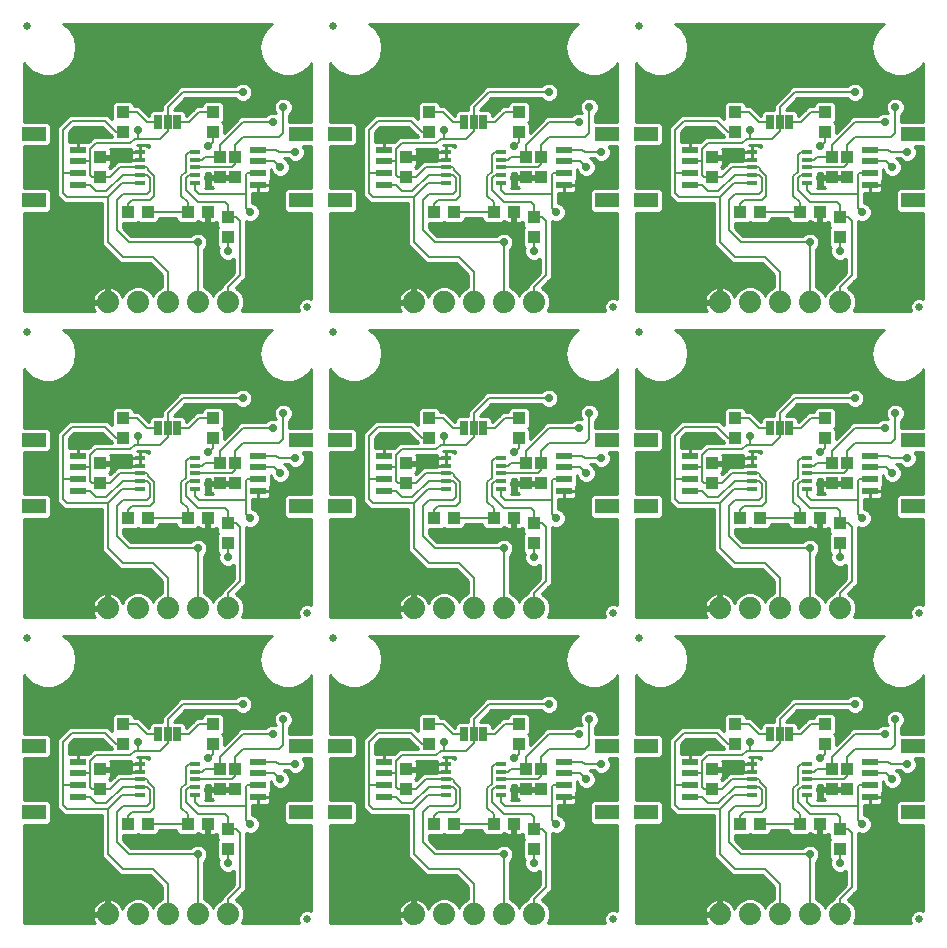
<source format=gtl>
G75*
%MOIN*%
%OFA0B0*%
%FSLAX25Y25*%
%IPPOS*%
%LPD*%
%AMOC8*
5,1,8,0,0,1.08239X$1,22.5*
%
%ADD10C,0.02500*%
%ADD11R,0.03937X0.04331*%
%ADD12R,0.02500X0.05000*%
%ADD13R,0.07874X0.04724*%
%ADD14R,0.05315X0.02362*%
%ADD15C,0.07400*%
%ADD16R,0.04331X0.03937*%
%ADD17R,0.03543X0.01496*%
%ADD18C,0.00700*%
%ADD19C,0.02900*%
%ADD20C,0.01000*%
D10*
X0128000Y0056833D03*
X0230000Y0056833D03*
X0332000Y0056833D03*
X0238500Y0150333D03*
X0230000Y0158833D03*
X0136500Y0150333D03*
X0128000Y0158833D03*
X0034500Y0150333D03*
X0034500Y0252333D03*
X0128000Y0260833D03*
X0136500Y0252333D03*
X0230000Y0260833D03*
X0238500Y0252333D03*
X0332000Y0260833D03*
X0238500Y0354333D03*
X0136500Y0354333D03*
X0034500Y0354333D03*
X0332000Y0158833D03*
D11*
X0305500Y0181987D03*
X0305500Y0188680D03*
X0303000Y0201987D03*
X0308000Y0201987D03*
X0308000Y0208680D03*
X0303000Y0208680D03*
X0300500Y0216987D03*
X0300500Y0223680D03*
X0270500Y0223680D03*
X0270500Y0216987D03*
X0263000Y0208680D03*
X0263000Y0201987D03*
X0206000Y0201987D03*
X0201000Y0201987D03*
X0201000Y0208680D03*
X0206000Y0208680D03*
X0198500Y0216987D03*
X0198500Y0223680D03*
X0168500Y0223680D03*
X0168500Y0216987D03*
X0161000Y0208680D03*
X0161000Y0201987D03*
X0203500Y0188680D03*
X0203500Y0181987D03*
X0198500Y0121680D03*
X0198500Y0114987D03*
X0201000Y0106680D03*
X0206000Y0106680D03*
X0206000Y0099987D03*
X0201000Y0099987D03*
X0203500Y0086680D03*
X0203500Y0079987D03*
X0161000Y0099987D03*
X0161000Y0106680D03*
X0168500Y0114987D03*
X0168500Y0121680D03*
X0104000Y0106680D03*
X0099000Y0106680D03*
X0099000Y0099987D03*
X0104000Y0099987D03*
X0101500Y0086680D03*
X0101500Y0079987D03*
X0096500Y0114987D03*
X0096500Y0121680D03*
X0066500Y0121680D03*
X0066500Y0114987D03*
X0059000Y0106680D03*
X0059000Y0099987D03*
X0101500Y0181987D03*
X0101500Y0188680D03*
X0099000Y0201987D03*
X0104000Y0201987D03*
X0104000Y0208680D03*
X0099000Y0208680D03*
X0096500Y0216987D03*
X0096500Y0223680D03*
X0066500Y0223680D03*
X0066500Y0216987D03*
X0059000Y0208680D03*
X0059000Y0201987D03*
X0101500Y0283987D03*
X0101500Y0290680D03*
X0099000Y0303987D03*
X0104000Y0303987D03*
X0104000Y0310680D03*
X0099000Y0310680D03*
X0096500Y0318987D03*
X0096500Y0325680D03*
X0066500Y0325680D03*
X0066500Y0318987D03*
X0059000Y0310680D03*
X0059000Y0303987D03*
X0161000Y0303987D03*
X0161000Y0310680D03*
X0168500Y0318987D03*
X0168500Y0325680D03*
X0198500Y0325680D03*
X0198500Y0318987D03*
X0201000Y0310680D03*
X0206000Y0310680D03*
X0206000Y0303987D03*
X0201000Y0303987D03*
X0203500Y0290680D03*
X0203500Y0283987D03*
X0263000Y0303987D03*
X0263000Y0310680D03*
X0270500Y0318987D03*
X0270500Y0325680D03*
X0300500Y0325680D03*
X0300500Y0318987D03*
X0303000Y0310680D03*
X0308000Y0310680D03*
X0308000Y0303987D03*
X0303000Y0303987D03*
X0305500Y0290680D03*
X0305500Y0283987D03*
X0300500Y0121680D03*
X0300500Y0114987D03*
X0303000Y0106680D03*
X0308000Y0106680D03*
X0308000Y0099987D03*
X0303000Y0099987D03*
X0305500Y0086680D03*
X0305500Y0079987D03*
X0263000Y0099987D03*
X0263000Y0106680D03*
X0270500Y0114987D03*
X0270500Y0121680D03*
D12*
X0282300Y0118333D03*
X0285500Y0118333D03*
X0288700Y0118333D03*
X0186700Y0118333D03*
X0183500Y0118333D03*
X0180300Y0118333D03*
X0084700Y0118333D03*
X0081500Y0118333D03*
X0078300Y0118333D03*
X0078300Y0220333D03*
X0081500Y0220333D03*
X0084700Y0220333D03*
X0180300Y0220333D03*
X0183500Y0220333D03*
X0186700Y0220333D03*
X0282300Y0220333D03*
X0285500Y0220333D03*
X0288700Y0220333D03*
X0288700Y0322333D03*
X0285500Y0322333D03*
X0282300Y0322333D03*
X0186700Y0322333D03*
X0183500Y0322333D03*
X0180300Y0322333D03*
X0084700Y0322333D03*
X0081500Y0322333D03*
X0078300Y0322333D03*
D13*
X0037031Y0318357D03*
X0037031Y0296310D03*
X0125969Y0296310D03*
X0139031Y0296310D03*
X0139031Y0318357D03*
X0125969Y0318357D03*
X0227969Y0318357D03*
X0241031Y0318357D03*
X0241031Y0296310D03*
X0227969Y0296310D03*
X0227969Y0216357D03*
X0241031Y0216357D03*
X0241031Y0194310D03*
X0227969Y0194310D03*
X0139031Y0194310D03*
X0125969Y0194310D03*
X0125969Y0216357D03*
X0139031Y0216357D03*
X0037031Y0216357D03*
X0037031Y0194310D03*
X0037031Y0114357D03*
X0037031Y0092310D03*
X0125969Y0092310D03*
X0139031Y0092310D03*
X0139031Y0114357D03*
X0125969Y0114357D03*
X0227969Y0114357D03*
X0241031Y0114357D03*
X0241031Y0092310D03*
X0227969Y0092310D03*
X0329969Y0092310D03*
X0329969Y0114357D03*
X0329969Y0194310D03*
X0329969Y0216357D03*
X0329969Y0296310D03*
X0329969Y0318357D03*
D14*
X0315500Y0313239D03*
X0315500Y0309302D03*
X0315500Y0305365D03*
X0315500Y0301428D03*
X0255500Y0301428D03*
X0255500Y0305365D03*
X0255500Y0309302D03*
X0255500Y0313239D03*
X0213500Y0313239D03*
X0213500Y0309302D03*
X0213500Y0305365D03*
X0213500Y0301428D03*
X0153500Y0301428D03*
X0153500Y0305365D03*
X0153500Y0309302D03*
X0153500Y0313239D03*
X0111500Y0313239D03*
X0111500Y0309302D03*
X0111500Y0305365D03*
X0111500Y0301428D03*
X0051500Y0301428D03*
X0051500Y0305365D03*
X0051500Y0309302D03*
X0051500Y0313239D03*
X0051500Y0211239D03*
X0051500Y0207302D03*
X0051500Y0203365D03*
X0051500Y0199428D03*
X0111500Y0199428D03*
X0111500Y0203365D03*
X0111500Y0207302D03*
X0111500Y0211239D03*
X0153500Y0211239D03*
X0153500Y0207302D03*
X0153500Y0203365D03*
X0153500Y0199428D03*
X0213500Y0199428D03*
X0213500Y0203365D03*
X0213500Y0207302D03*
X0213500Y0211239D03*
X0255500Y0211239D03*
X0255500Y0207302D03*
X0255500Y0203365D03*
X0255500Y0199428D03*
X0315500Y0199428D03*
X0315500Y0203365D03*
X0315500Y0207302D03*
X0315500Y0211239D03*
X0315500Y0109239D03*
X0315500Y0105302D03*
X0315500Y0101365D03*
X0315500Y0097428D03*
X0255500Y0097428D03*
X0255500Y0101365D03*
X0255500Y0105302D03*
X0255500Y0109239D03*
X0213500Y0109239D03*
X0213500Y0105302D03*
X0213500Y0101365D03*
X0213500Y0097428D03*
X0153500Y0097428D03*
X0153500Y0101365D03*
X0153500Y0105302D03*
X0153500Y0109239D03*
X0111500Y0109239D03*
X0111500Y0105302D03*
X0111500Y0101365D03*
X0111500Y0097428D03*
X0051500Y0097428D03*
X0051500Y0101365D03*
X0051500Y0105302D03*
X0051500Y0109239D03*
D15*
X0061500Y0058333D03*
X0071500Y0058333D03*
X0081500Y0058333D03*
X0091500Y0058333D03*
X0101500Y0058333D03*
X0163500Y0058333D03*
X0173500Y0058333D03*
X0183500Y0058333D03*
X0193500Y0058333D03*
X0203500Y0058333D03*
X0265500Y0058333D03*
X0275500Y0058333D03*
X0285500Y0058333D03*
X0295500Y0058333D03*
X0305500Y0058333D03*
X0305500Y0160333D03*
X0295500Y0160333D03*
X0285500Y0160333D03*
X0275500Y0160333D03*
X0265500Y0160333D03*
X0203500Y0160333D03*
X0193500Y0160333D03*
X0183500Y0160333D03*
X0173500Y0160333D03*
X0163500Y0160333D03*
X0101500Y0160333D03*
X0091500Y0160333D03*
X0081500Y0160333D03*
X0071500Y0160333D03*
X0061500Y0160333D03*
X0061500Y0262333D03*
X0071500Y0262333D03*
X0081500Y0262333D03*
X0091500Y0262333D03*
X0101500Y0262333D03*
X0163500Y0262333D03*
X0173500Y0262333D03*
X0183500Y0262333D03*
X0193500Y0262333D03*
X0203500Y0262333D03*
X0265500Y0262333D03*
X0275500Y0262333D03*
X0285500Y0262333D03*
X0295500Y0262333D03*
X0305500Y0262333D03*
D16*
X0298846Y0292333D03*
X0292154Y0292333D03*
X0278846Y0292333D03*
X0272154Y0292333D03*
X0196846Y0292333D03*
X0190154Y0292333D03*
X0176846Y0292333D03*
X0170154Y0292333D03*
X0094846Y0292333D03*
X0088154Y0292333D03*
X0074846Y0292333D03*
X0068154Y0292333D03*
X0068154Y0190333D03*
X0074846Y0190333D03*
X0088154Y0190333D03*
X0094846Y0190333D03*
X0170154Y0190333D03*
X0176846Y0190333D03*
X0190154Y0190333D03*
X0196846Y0190333D03*
X0272154Y0190333D03*
X0278846Y0190333D03*
X0292154Y0190333D03*
X0298846Y0190333D03*
X0298846Y0088333D03*
X0292154Y0088333D03*
X0278846Y0088333D03*
X0272154Y0088333D03*
X0196846Y0088333D03*
X0190154Y0088333D03*
X0176846Y0088333D03*
X0170154Y0088333D03*
X0094846Y0088333D03*
X0088154Y0088333D03*
X0074846Y0088333D03*
X0068154Y0088333D03*
D17*
X0072346Y0098215D03*
X0072346Y0100774D03*
X0072346Y0103333D03*
X0072346Y0105892D03*
X0072346Y0108451D03*
X0090654Y0108451D03*
X0090654Y0105892D03*
X0090654Y0103333D03*
X0090654Y0100774D03*
X0090654Y0098215D03*
X0174346Y0098215D03*
X0174346Y0100774D03*
X0174346Y0103333D03*
X0174346Y0105892D03*
X0174346Y0108451D03*
X0192654Y0108451D03*
X0192654Y0105892D03*
X0192654Y0103333D03*
X0192654Y0100774D03*
X0192654Y0098215D03*
X0276346Y0098215D03*
X0276346Y0100774D03*
X0276346Y0103333D03*
X0276346Y0105892D03*
X0276346Y0108451D03*
X0294654Y0108451D03*
X0294654Y0105892D03*
X0294654Y0103333D03*
X0294654Y0100774D03*
X0294654Y0098215D03*
X0294654Y0200215D03*
X0294654Y0202774D03*
X0294654Y0205333D03*
X0294654Y0207892D03*
X0294654Y0210451D03*
X0276346Y0210451D03*
X0276346Y0207892D03*
X0276346Y0205333D03*
X0276346Y0202774D03*
X0276346Y0200215D03*
X0192654Y0200215D03*
X0192654Y0202774D03*
X0192654Y0205333D03*
X0192654Y0207892D03*
X0192654Y0210451D03*
X0174346Y0210451D03*
X0174346Y0207892D03*
X0174346Y0205333D03*
X0174346Y0202774D03*
X0174346Y0200215D03*
X0090654Y0200215D03*
X0090654Y0202774D03*
X0090654Y0205333D03*
X0090654Y0207892D03*
X0090654Y0210451D03*
X0072346Y0210451D03*
X0072346Y0207892D03*
X0072346Y0205333D03*
X0072346Y0202774D03*
X0072346Y0200215D03*
X0072346Y0302215D03*
X0072346Y0304774D03*
X0072346Y0307333D03*
X0072346Y0309892D03*
X0072346Y0312451D03*
X0090654Y0312451D03*
X0090654Y0309892D03*
X0090654Y0307333D03*
X0090654Y0304774D03*
X0090654Y0302215D03*
X0174346Y0302215D03*
X0174346Y0304774D03*
X0174346Y0307333D03*
X0174346Y0309892D03*
X0174346Y0312451D03*
X0192654Y0312451D03*
X0192654Y0309892D03*
X0192654Y0307333D03*
X0192654Y0304774D03*
X0192654Y0302215D03*
X0276346Y0302215D03*
X0276346Y0304774D03*
X0276346Y0307333D03*
X0276346Y0309892D03*
X0276346Y0312451D03*
X0294654Y0312451D03*
X0294654Y0309892D03*
X0294654Y0307333D03*
X0294654Y0304774D03*
X0294654Y0302215D03*
D18*
X0294654Y0299680D01*
X0296000Y0298333D01*
X0311500Y0298333D01*
X0311500Y0304833D01*
X0312031Y0305365D01*
X0315500Y0305365D01*
X0315500Y0309302D02*
X0321031Y0309302D01*
X0323000Y0307333D01*
X0322500Y0312333D02*
X0321594Y0313239D01*
X0315500Y0313239D01*
X0310500Y0317333D02*
X0322500Y0317333D01*
X0324000Y0318833D01*
X0324000Y0327333D01*
X0320500Y0322333D02*
X0310500Y0322333D01*
X0303000Y0314833D01*
X0303000Y0310680D01*
X0297846Y0310680D01*
X0297059Y0309892D01*
X0294654Y0309892D01*
X0294654Y0307333D02*
X0307000Y0307333D01*
X0308000Y0308333D01*
X0308000Y0310680D01*
X0308000Y0314833D01*
X0310500Y0317333D01*
X0300500Y0315833D02*
X0299000Y0314333D01*
X0300500Y0315833D02*
X0300500Y0318987D01*
X0294654Y0312451D02*
X0292618Y0312451D01*
X0291500Y0311333D01*
X0291500Y0305833D01*
X0290000Y0304333D01*
X0290000Y0297833D01*
X0292154Y0295680D01*
X0292154Y0292333D01*
X0278846Y0292333D01*
X0273500Y0296333D02*
X0272154Y0294987D01*
X0272154Y0292333D01*
X0268500Y0296333D02*
X0268500Y0286333D01*
X0272500Y0282333D01*
X0295500Y0282333D01*
X0295500Y0262333D01*
X0305500Y0262333D02*
X0305500Y0267333D01*
X0309500Y0271333D01*
X0309500Y0289333D01*
X0308154Y0290680D01*
X0305500Y0290680D01*
X0305500Y0294833D01*
X0304500Y0295833D01*
X0295500Y0295833D01*
X0291500Y0299833D01*
X0291500Y0303833D01*
X0292441Y0304774D01*
X0294654Y0304774D01*
X0283000Y0316833D02*
X0275500Y0316833D01*
X0275500Y0319833D01*
X0275500Y0316833D02*
X0274500Y0316833D01*
X0273000Y0315333D01*
X0261500Y0315333D01*
X0259500Y0313333D01*
X0259500Y0309333D01*
X0259469Y0309302D01*
X0255500Y0309302D01*
X0255500Y0305365D02*
X0250531Y0305365D01*
X0250500Y0305333D01*
X0250500Y0319833D01*
X0253500Y0322833D01*
X0264500Y0322833D01*
X0268346Y0318987D01*
X0270500Y0318987D01*
X0270500Y0325680D02*
X0275154Y0325680D01*
X0278500Y0322333D01*
X0282300Y0322333D01*
X0285500Y0322333D02*
X0285500Y0319333D01*
X0283000Y0316833D01*
X0285500Y0322333D02*
X0285500Y0327333D01*
X0290500Y0332333D01*
X0310500Y0332333D01*
X0300500Y0325680D02*
X0295846Y0325680D01*
X0292500Y0322333D01*
X0288700Y0322333D01*
X0278500Y0307333D02*
X0276346Y0307333D01*
X0269500Y0307333D01*
X0266154Y0303987D01*
X0263000Y0303987D01*
X0260346Y0303987D01*
X0259500Y0304833D01*
X0259500Y0309333D01*
X0259406Y0301428D02*
X0255500Y0301428D01*
X0259406Y0301428D02*
X0261500Y0299333D01*
X0265000Y0299333D01*
X0270441Y0304774D01*
X0276346Y0304774D01*
X0278559Y0304774D01*
X0279500Y0303833D01*
X0279500Y0299333D01*
X0278500Y0298333D01*
X0270500Y0298333D01*
X0268500Y0296333D01*
X0265500Y0297333D02*
X0270382Y0302215D01*
X0276346Y0302215D01*
X0279000Y0306333D02*
X0281000Y0304333D01*
X0281000Y0297833D01*
X0279500Y0296333D01*
X0273500Y0296333D01*
X0265500Y0297333D02*
X0265500Y0282333D01*
X0270500Y0277333D01*
X0280500Y0277333D01*
X0285500Y0272333D01*
X0285500Y0262333D01*
X0305500Y0279333D02*
X0305500Y0283987D01*
X0313000Y0292333D02*
X0311500Y0293833D01*
X0311500Y0298333D01*
X0322500Y0312333D02*
X0328000Y0312333D01*
X0279000Y0306833D02*
X0279000Y0306333D01*
X0279000Y0306833D02*
X0278500Y0307333D01*
X0265500Y0297333D02*
X0252000Y0297333D01*
X0250500Y0298833D01*
X0250500Y0305333D01*
X0226000Y0312333D02*
X0220500Y0312333D01*
X0219594Y0313239D01*
X0213500Y0313239D01*
X0213500Y0309302D02*
X0219031Y0309302D01*
X0221000Y0307333D01*
X0213500Y0305365D02*
X0210031Y0305365D01*
X0209500Y0304833D01*
X0209500Y0298333D01*
X0194000Y0298333D01*
X0192654Y0299680D01*
X0192654Y0302215D01*
X0192654Y0304774D02*
X0190441Y0304774D01*
X0189500Y0303833D01*
X0189500Y0299833D01*
X0193500Y0295833D01*
X0202500Y0295833D01*
X0203500Y0294833D01*
X0203500Y0290680D01*
X0206154Y0290680D01*
X0207500Y0289333D01*
X0207500Y0271333D01*
X0203500Y0267333D01*
X0203500Y0262333D01*
X0193500Y0262333D02*
X0193500Y0282333D01*
X0170500Y0282333D01*
X0166500Y0286333D01*
X0166500Y0296333D01*
X0168500Y0298333D01*
X0176500Y0298333D01*
X0177500Y0299333D01*
X0177500Y0303833D01*
X0176559Y0304774D01*
X0174346Y0304774D01*
X0168441Y0304774D01*
X0163000Y0299333D01*
X0159500Y0299333D01*
X0157406Y0301428D01*
X0153500Y0301428D01*
X0153500Y0305365D02*
X0148531Y0305365D01*
X0148500Y0305333D01*
X0148500Y0319833D01*
X0151500Y0322833D01*
X0162500Y0322833D01*
X0166346Y0318987D01*
X0168500Y0318987D01*
X0171000Y0315333D02*
X0159500Y0315333D01*
X0157500Y0313333D01*
X0157500Y0309333D01*
X0157469Y0309302D01*
X0153500Y0309302D01*
X0157500Y0309333D02*
X0157500Y0304833D01*
X0158346Y0303987D01*
X0161000Y0303987D01*
X0164154Y0303987D01*
X0167500Y0307333D01*
X0174346Y0307333D01*
X0176500Y0307333D01*
X0177000Y0306833D01*
X0177000Y0306333D01*
X0179000Y0304333D01*
X0179000Y0297833D01*
X0177500Y0296333D01*
X0171500Y0296333D01*
X0170154Y0294987D01*
X0170154Y0292333D01*
X0176846Y0292333D02*
X0190154Y0292333D01*
X0190154Y0295680D01*
X0188000Y0297833D01*
X0188000Y0304333D01*
X0189500Y0305833D01*
X0189500Y0311333D01*
X0190618Y0312451D01*
X0192654Y0312451D01*
X0192654Y0309892D02*
X0195059Y0309892D01*
X0195846Y0310680D01*
X0201000Y0310680D01*
X0201000Y0314833D01*
X0208500Y0322333D01*
X0218500Y0322333D01*
X0222000Y0318833D02*
X0222000Y0327333D01*
X0222000Y0318833D02*
X0220500Y0317333D01*
X0208500Y0317333D01*
X0206000Y0314833D01*
X0206000Y0310680D01*
X0206000Y0308333D01*
X0205000Y0307333D01*
X0192654Y0307333D01*
X0197000Y0314333D02*
X0198500Y0315833D01*
X0198500Y0318987D01*
X0193846Y0325680D02*
X0190500Y0322333D01*
X0186700Y0322333D01*
X0183500Y0322333D02*
X0183500Y0319333D01*
X0181000Y0316833D01*
X0173500Y0316833D01*
X0173500Y0319833D01*
X0173500Y0316833D02*
X0172500Y0316833D01*
X0171000Y0315333D01*
X0176500Y0322333D02*
X0173154Y0325680D01*
X0168500Y0325680D01*
X0176500Y0322333D02*
X0180300Y0322333D01*
X0183500Y0322333D02*
X0183500Y0327333D01*
X0188500Y0332333D01*
X0208500Y0332333D01*
X0198500Y0325680D02*
X0193846Y0325680D01*
X0174346Y0302215D02*
X0168382Y0302215D01*
X0163500Y0297333D01*
X0163500Y0282333D01*
X0168500Y0277333D01*
X0178500Y0277333D01*
X0183500Y0272333D01*
X0183500Y0262333D01*
X0203500Y0279333D02*
X0203500Y0283987D01*
X0211000Y0292333D02*
X0209500Y0293833D01*
X0209500Y0298333D01*
X0163500Y0297333D02*
X0150000Y0297333D01*
X0148500Y0298833D01*
X0148500Y0305333D01*
X0124000Y0312333D02*
X0118500Y0312333D01*
X0117594Y0313239D01*
X0111500Y0313239D01*
X0111500Y0309302D02*
X0117031Y0309302D01*
X0119000Y0307333D01*
X0111500Y0305365D02*
X0108031Y0305365D01*
X0107500Y0304833D01*
X0107500Y0298333D01*
X0092000Y0298333D01*
X0090654Y0299680D01*
X0090654Y0302215D01*
X0090654Y0304774D02*
X0088441Y0304774D01*
X0087500Y0303833D01*
X0087500Y0299833D01*
X0091500Y0295833D01*
X0100500Y0295833D01*
X0101500Y0294833D01*
X0101500Y0290680D01*
X0104154Y0290680D01*
X0105500Y0289333D01*
X0105500Y0271333D01*
X0101500Y0267333D01*
X0101500Y0262333D01*
X0091500Y0262333D02*
X0091500Y0282333D01*
X0068500Y0282333D01*
X0064500Y0286333D01*
X0064500Y0296333D01*
X0066500Y0298333D01*
X0074500Y0298333D01*
X0075500Y0299333D01*
X0075500Y0303833D01*
X0074559Y0304774D01*
X0072346Y0304774D01*
X0066441Y0304774D01*
X0061000Y0299333D01*
X0057500Y0299333D01*
X0055406Y0301428D01*
X0051500Y0301428D01*
X0051500Y0305365D02*
X0046531Y0305365D01*
X0046500Y0305333D01*
X0046500Y0319833D01*
X0049500Y0322833D01*
X0060500Y0322833D01*
X0064346Y0318987D01*
X0066500Y0318987D01*
X0069000Y0315333D02*
X0057500Y0315333D01*
X0055500Y0313333D01*
X0055500Y0309333D01*
X0055469Y0309302D01*
X0051500Y0309302D01*
X0055500Y0309333D02*
X0055500Y0304833D01*
X0056346Y0303987D01*
X0059000Y0303987D01*
X0062154Y0303987D01*
X0065500Y0307333D01*
X0072346Y0307333D01*
X0074500Y0307333D01*
X0075000Y0306833D01*
X0075000Y0306333D01*
X0077000Y0304333D01*
X0077000Y0297833D01*
X0075500Y0296333D01*
X0069500Y0296333D01*
X0068154Y0294987D01*
X0068154Y0292333D01*
X0074846Y0292333D02*
X0088154Y0292333D01*
X0088154Y0295680D01*
X0086000Y0297833D01*
X0086000Y0304333D01*
X0087500Y0305833D01*
X0087500Y0311333D01*
X0088618Y0312451D01*
X0090654Y0312451D01*
X0090654Y0309892D02*
X0093059Y0309892D01*
X0093846Y0310680D01*
X0099000Y0310680D01*
X0099000Y0314833D01*
X0106500Y0322333D01*
X0116500Y0322333D01*
X0120000Y0318833D02*
X0120000Y0327333D01*
X0120000Y0318833D02*
X0118500Y0317333D01*
X0106500Y0317333D01*
X0104000Y0314833D01*
X0104000Y0310680D01*
X0104000Y0308333D01*
X0103000Y0307333D01*
X0090654Y0307333D01*
X0095000Y0314333D02*
X0096500Y0315833D01*
X0096500Y0318987D01*
X0096500Y0325680D02*
X0091846Y0325680D01*
X0088500Y0322333D01*
X0084700Y0322333D01*
X0081500Y0322333D02*
X0081500Y0319333D01*
X0079000Y0316833D01*
X0071500Y0316833D01*
X0071500Y0319833D01*
X0071500Y0316833D02*
X0070500Y0316833D01*
X0069000Y0315333D01*
X0074500Y0322333D02*
X0071154Y0325680D01*
X0066500Y0325680D01*
X0074500Y0322333D02*
X0078300Y0322333D01*
X0081500Y0322333D02*
X0081500Y0327333D01*
X0086500Y0332333D01*
X0106500Y0332333D01*
X0072346Y0302215D02*
X0066382Y0302215D01*
X0061500Y0297333D01*
X0061500Y0282333D01*
X0066500Y0277333D01*
X0076500Y0277333D01*
X0081500Y0272333D01*
X0081500Y0262333D01*
X0101500Y0279333D02*
X0101500Y0283987D01*
X0109000Y0292333D02*
X0107500Y0293833D01*
X0107500Y0298333D01*
X0061500Y0297333D02*
X0048000Y0297333D01*
X0046500Y0298833D01*
X0046500Y0305333D01*
X0086500Y0230333D02*
X0106500Y0230333D01*
X0106500Y0220333D02*
X0116500Y0220333D01*
X0120000Y0216833D02*
X0120000Y0225333D01*
X0120000Y0216833D02*
X0118500Y0215333D01*
X0106500Y0215333D01*
X0104000Y0212833D01*
X0104000Y0208680D01*
X0104000Y0206333D01*
X0103000Y0205333D01*
X0090654Y0205333D01*
X0090654Y0202774D02*
X0088441Y0202774D01*
X0087500Y0201833D01*
X0087500Y0197833D01*
X0091500Y0193833D01*
X0100500Y0193833D01*
X0101500Y0192833D01*
X0101500Y0188680D01*
X0104154Y0188680D01*
X0105500Y0187333D01*
X0105500Y0169333D01*
X0101500Y0165333D01*
X0101500Y0160333D01*
X0091500Y0160333D02*
X0091500Y0180333D01*
X0068500Y0180333D01*
X0064500Y0184333D01*
X0064500Y0194333D01*
X0066500Y0196333D01*
X0074500Y0196333D01*
X0075500Y0197333D01*
X0075500Y0201833D01*
X0074559Y0202774D01*
X0072346Y0202774D01*
X0066441Y0202774D01*
X0061000Y0197333D01*
X0057500Y0197333D01*
X0055406Y0199428D01*
X0051500Y0199428D01*
X0051500Y0203365D02*
X0046531Y0203365D01*
X0046500Y0203333D01*
X0046500Y0217833D01*
X0049500Y0220833D01*
X0060500Y0220833D01*
X0064346Y0216987D01*
X0066500Y0216987D01*
X0069000Y0213333D02*
X0057500Y0213333D01*
X0055500Y0211333D01*
X0055500Y0207333D01*
X0055469Y0207302D01*
X0051500Y0207302D01*
X0055500Y0207333D02*
X0055500Y0202833D01*
X0056346Y0201987D01*
X0059000Y0201987D01*
X0062154Y0201987D01*
X0065500Y0205333D01*
X0072346Y0205333D01*
X0074500Y0205333D01*
X0075000Y0204833D01*
X0075000Y0204333D01*
X0077000Y0202333D01*
X0077000Y0195833D01*
X0075500Y0194333D01*
X0069500Y0194333D01*
X0068154Y0192987D01*
X0068154Y0190333D01*
X0074846Y0190333D02*
X0088154Y0190333D01*
X0088154Y0193680D01*
X0086000Y0195833D01*
X0086000Y0202333D01*
X0087500Y0203833D01*
X0087500Y0209333D01*
X0088618Y0210451D01*
X0090654Y0210451D01*
X0090654Y0207892D02*
X0093059Y0207892D01*
X0093846Y0208680D01*
X0099000Y0208680D01*
X0099000Y0212833D01*
X0106500Y0220333D01*
X0096500Y0216987D02*
X0096500Y0213833D01*
X0095000Y0212333D01*
X0088500Y0220333D02*
X0084700Y0220333D01*
X0081500Y0220333D02*
X0081500Y0217333D01*
X0079000Y0214833D01*
X0071500Y0214833D01*
X0071500Y0217833D01*
X0071500Y0214833D02*
X0070500Y0214833D01*
X0069000Y0213333D01*
X0074500Y0220333D02*
X0071154Y0223680D01*
X0066500Y0223680D01*
X0074500Y0220333D02*
X0078300Y0220333D01*
X0081500Y0220333D02*
X0081500Y0225333D01*
X0086500Y0230333D01*
X0091846Y0223680D02*
X0096500Y0223680D01*
X0091846Y0223680D02*
X0088500Y0220333D01*
X0090654Y0200215D02*
X0090654Y0197680D01*
X0092000Y0196333D01*
X0107500Y0196333D01*
X0107500Y0202833D01*
X0108031Y0203365D01*
X0111500Y0203365D01*
X0111500Y0207302D02*
X0117031Y0207302D01*
X0119000Y0205333D01*
X0118500Y0210333D02*
X0117594Y0211239D01*
X0111500Y0211239D01*
X0118500Y0210333D02*
X0124000Y0210333D01*
X0107500Y0196333D02*
X0107500Y0191833D01*
X0109000Y0190333D01*
X0101500Y0181987D02*
X0101500Y0177333D01*
X0081500Y0170333D02*
X0081500Y0160333D01*
X0081500Y0170333D02*
X0076500Y0175333D01*
X0066500Y0175333D01*
X0061500Y0180333D01*
X0061500Y0195333D01*
X0066382Y0200215D01*
X0072346Y0200215D01*
X0061500Y0195333D02*
X0048000Y0195333D01*
X0046500Y0196833D01*
X0046500Y0203333D01*
X0086500Y0128333D02*
X0106500Y0128333D01*
X0096500Y0121680D02*
X0091846Y0121680D01*
X0088500Y0118333D01*
X0084700Y0118333D01*
X0081500Y0118333D02*
X0081500Y0115333D01*
X0079000Y0112833D01*
X0071500Y0112833D01*
X0071500Y0115833D01*
X0071500Y0112833D02*
X0070500Y0112833D01*
X0069000Y0111333D01*
X0057500Y0111333D01*
X0055500Y0109333D01*
X0055500Y0105333D01*
X0055469Y0105302D01*
X0051500Y0105302D01*
X0051500Y0101365D02*
X0046531Y0101365D01*
X0046500Y0101333D01*
X0046500Y0115833D01*
X0049500Y0118833D01*
X0060500Y0118833D01*
X0064346Y0114987D01*
X0066500Y0114987D01*
X0066500Y0121680D02*
X0071154Y0121680D01*
X0074500Y0118333D01*
X0078300Y0118333D01*
X0081500Y0118333D02*
X0081500Y0123333D01*
X0086500Y0128333D01*
X0096500Y0114987D02*
X0096500Y0111833D01*
X0095000Y0110333D01*
X0093846Y0106680D02*
X0099000Y0106680D01*
X0099000Y0110833D01*
X0106500Y0118333D01*
X0116500Y0118333D01*
X0120000Y0114833D02*
X0120000Y0123333D01*
X0120000Y0114833D02*
X0118500Y0113333D01*
X0106500Y0113333D01*
X0104000Y0110833D01*
X0104000Y0106680D01*
X0104000Y0104333D01*
X0103000Y0103333D01*
X0090654Y0103333D01*
X0090654Y0100774D02*
X0088441Y0100774D01*
X0087500Y0099833D01*
X0087500Y0095833D01*
X0091500Y0091833D01*
X0100500Y0091833D01*
X0101500Y0090833D01*
X0101500Y0086680D01*
X0104154Y0086680D01*
X0105500Y0085333D01*
X0105500Y0067333D01*
X0101500Y0063333D01*
X0101500Y0058333D01*
X0091500Y0058333D02*
X0091500Y0078333D01*
X0068500Y0078333D01*
X0064500Y0082333D01*
X0064500Y0092333D01*
X0066500Y0094333D01*
X0074500Y0094333D01*
X0075500Y0095333D01*
X0075500Y0099833D01*
X0074559Y0100774D01*
X0072346Y0100774D01*
X0066441Y0100774D01*
X0061000Y0095333D01*
X0057500Y0095333D01*
X0055406Y0097428D01*
X0051500Y0097428D01*
X0055500Y0100833D02*
X0055500Y0105333D01*
X0055500Y0100833D02*
X0056346Y0099987D01*
X0059000Y0099987D01*
X0062154Y0099987D01*
X0065500Y0103333D01*
X0072346Y0103333D01*
X0074500Y0103333D01*
X0075000Y0102833D01*
X0075000Y0102333D01*
X0077000Y0100333D01*
X0077000Y0093833D01*
X0075500Y0092333D01*
X0069500Y0092333D01*
X0068154Y0090987D01*
X0068154Y0088333D01*
X0074846Y0088333D02*
X0088154Y0088333D01*
X0088154Y0091680D01*
X0086000Y0093833D01*
X0086000Y0100333D01*
X0087500Y0101833D01*
X0087500Y0107333D01*
X0088618Y0108451D01*
X0090654Y0108451D01*
X0090654Y0105892D02*
X0093059Y0105892D01*
X0093846Y0106680D01*
X0090654Y0098215D02*
X0090654Y0095680D01*
X0092000Y0094333D01*
X0107500Y0094333D01*
X0107500Y0100833D01*
X0108031Y0101365D01*
X0111500Y0101365D01*
X0111500Y0105302D02*
X0117031Y0105302D01*
X0119000Y0103333D01*
X0118500Y0108333D02*
X0117594Y0109239D01*
X0111500Y0109239D01*
X0118500Y0108333D02*
X0124000Y0108333D01*
X0107500Y0094333D02*
X0107500Y0089833D01*
X0109000Y0088333D01*
X0101500Y0079987D02*
X0101500Y0075333D01*
X0081500Y0068333D02*
X0081500Y0058333D01*
X0081500Y0068333D02*
X0076500Y0073333D01*
X0066500Y0073333D01*
X0061500Y0078333D01*
X0061500Y0093333D01*
X0066382Y0098215D01*
X0072346Y0098215D01*
X0061500Y0093333D02*
X0048000Y0093333D01*
X0046500Y0094833D01*
X0046500Y0101333D01*
X0148500Y0101333D02*
X0148500Y0094833D01*
X0150000Y0093333D01*
X0163500Y0093333D01*
X0163500Y0078333D01*
X0168500Y0073333D01*
X0178500Y0073333D01*
X0183500Y0068333D01*
X0183500Y0058333D01*
X0193500Y0058333D02*
X0193500Y0078333D01*
X0170500Y0078333D01*
X0166500Y0082333D01*
X0166500Y0092333D01*
X0168500Y0094333D01*
X0176500Y0094333D01*
X0177500Y0095333D01*
X0177500Y0099833D01*
X0176559Y0100774D01*
X0174346Y0100774D01*
X0168441Y0100774D01*
X0163000Y0095333D01*
X0159500Y0095333D01*
X0157406Y0097428D01*
X0153500Y0097428D01*
X0153500Y0101365D02*
X0148531Y0101365D01*
X0148500Y0101333D01*
X0148500Y0115833D01*
X0151500Y0118833D01*
X0162500Y0118833D01*
X0166346Y0114987D01*
X0168500Y0114987D01*
X0171000Y0111333D02*
X0159500Y0111333D01*
X0157500Y0109333D01*
X0157500Y0105333D01*
X0157469Y0105302D01*
X0153500Y0105302D01*
X0157500Y0105333D02*
X0157500Y0100833D01*
X0158346Y0099987D01*
X0161000Y0099987D01*
X0164154Y0099987D01*
X0167500Y0103333D01*
X0174346Y0103333D01*
X0176500Y0103333D01*
X0177000Y0102833D01*
X0177000Y0102333D01*
X0179000Y0100333D01*
X0179000Y0093833D01*
X0177500Y0092333D01*
X0171500Y0092333D01*
X0170154Y0090987D01*
X0170154Y0088333D01*
X0176846Y0088333D02*
X0190154Y0088333D01*
X0190154Y0091680D01*
X0188000Y0093833D01*
X0188000Y0100333D01*
X0189500Y0101833D01*
X0189500Y0107333D01*
X0190618Y0108451D01*
X0192654Y0108451D01*
X0192654Y0105892D02*
X0195059Y0105892D01*
X0195846Y0106680D01*
X0201000Y0106680D01*
X0201000Y0110833D01*
X0208500Y0118333D01*
X0218500Y0118333D01*
X0222000Y0114833D02*
X0222000Y0123333D01*
X0222000Y0114833D02*
X0220500Y0113333D01*
X0208500Y0113333D01*
X0206000Y0110833D01*
X0206000Y0106680D01*
X0206000Y0104333D01*
X0205000Y0103333D01*
X0192654Y0103333D01*
X0192654Y0100774D02*
X0190441Y0100774D01*
X0189500Y0099833D01*
X0189500Y0095833D01*
X0193500Y0091833D01*
X0202500Y0091833D01*
X0203500Y0090833D01*
X0203500Y0086680D01*
X0206154Y0086680D01*
X0207500Y0085333D01*
X0207500Y0067333D01*
X0203500Y0063333D01*
X0203500Y0058333D01*
X0203500Y0075333D02*
X0203500Y0079987D01*
X0211000Y0088333D02*
X0209500Y0089833D01*
X0209500Y0094333D01*
X0209500Y0100833D01*
X0210031Y0101365D01*
X0213500Y0101365D01*
X0213500Y0105302D02*
X0219031Y0105302D01*
X0221000Y0103333D01*
X0220500Y0108333D02*
X0219594Y0109239D01*
X0213500Y0109239D01*
X0220500Y0108333D02*
X0226000Y0108333D01*
X0209500Y0094333D02*
X0194000Y0094333D01*
X0192654Y0095680D01*
X0192654Y0098215D01*
X0197000Y0110333D02*
X0198500Y0111833D01*
X0198500Y0114987D01*
X0193846Y0121680D02*
X0190500Y0118333D01*
X0186700Y0118333D01*
X0183500Y0118333D02*
X0183500Y0115333D01*
X0181000Y0112833D01*
X0173500Y0112833D01*
X0173500Y0115833D01*
X0173500Y0112833D02*
X0172500Y0112833D01*
X0171000Y0111333D01*
X0176500Y0118333D02*
X0173154Y0121680D01*
X0168500Y0121680D01*
X0176500Y0118333D02*
X0180300Y0118333D01*
X0183500Y0118333D02*
X0183500Y0123333D01*
X0188500Y0128333D01*
X0208500Y0128333D01*
X0198500Y0121680D02*
X0193846Y0121680D01*
X0174346Y0098215D02*
X0168382Y0098215D01*
X0163500Y0093333D01*
X0183500Y0160333D02*
X0183500Y0170333D01*
X0178500Y0175333D01*
X0168500Y0175333D01*
X0163500Y0180333D01*
X0163500Y0195333D01*
X0168382Y0200215D01*
X0174346Y0200215D01*
X0174346Y0202774D02*
X0176559Y0202774D01*
X0177500Y0201833D01*
X0177500Y0197333D01*
X0176500Y0196333D01*
X0168500Y0196333D01*
X0166500Y0194333D01*
X0166500Y0184333D01*
X0170500Y0180333D01*
X0193500Y0180333D01*
X0193500Y0160333D01*
X0203500Y0160333D02*
X0203500Y0165333D01*
X0207500Y0169333D01*
X0207500Y0187333D01*
X0206154Y0188680D01*
X0203500Y0188680D01*
X0203500Y0192833D01*
X0202500Y0193833D01*
X0193500Y0193833D01*
X0189500Y0197833D01*
X0189500Y0201833D01*
X0190441Y0202774D01*
X0192654Y0202774D01*
X0192654Y0200215D02*
X0192654Y0197680D01*
X0194000Y0196333D01*
X0209500Y0196333D01*
X0209500Y0202833D01*
X0210031Y0203365D01*
X0213500Y0203365D01*
X0213500Y0207302D02*
X0219031Y0207302D01*
X0221000Y0205333D01*
X0220500Y0210333D02*
X0219594Y0211239D01*
X0213500Y0211239D01*
X0208500Y0215333D02*
X0220500Y0215333D01*
X0222000Y0216833D01*
X0222000Y0225333D01*
X0218500Y0220333D02*
X0208500Y0220333D01*
X0201000Y0212833D01*
X0201000Y0208680D01*
X0195846Y0208680D01*
X0195059Y0207892D01*
X0192654Y0207892D01*
X0192654Y0205333D02*
X0205000Y0205333D01*
X0206000Y0206333D01*
X0206000Y0208680D01*
X0206000Y0212833D01*
X0208500Y0215333D01*
X0198500Y0213833D02*
X0197000Y0212333D01*
X0198500Y0213833D02*
X0198500Y0216987D01*
X0193846Y0223680D02*
X0190500Y0220333D01*
X0186700Y0220333D01*
X0183500Y0220333D02*
X0183500Y0217333D01*
X0181000Y0214833D01*
X0173500Y0214833D01*
X0173500Y0217833D01*
X0173500Y0214833D02*
X0172500Y0214833D01*
X0171000Y0213333D01*
X0159500Y0213333D01*
X0157500Y0211333D01*
X0157500Y0207333D01*
X0157469Y0207302D01*
X0153500Y0207302D01*
X0153500Y0203365D02*
X0148531Y0203365D01*
X0148500Y0203333D01*
X0148500Y0217833D01*
X0151500Y0220833D01*
X0162500Y0220833D01*
X0166346Y0216987D01*
X0168500Y0216987D01*
X0173154Y0223680D02*
X0176500Y0220333D01*
X0180300Y0220333D01*
X0183500Y0220333D02*
X0183500Y0225333D01*
X0188500Y0230333D01*
X0208500Y0230333D01*
X0198500Y0223680D02*
X0193846Y0223680D01*
X0192654Y0210451D02*
X0190618Y0210451D01*
X0189500Y0209333D01*
X0189500Y0203833D01*
X0188000Y0202333D01*
X0188000Y0195833D01*
X0190154Y0193680D01*
X0190154Y0190333D01*
X0176846Y0190333D01*
X0177500Y0194333D02*
X0171500Y0194333D01*
X0170154Y0192987D01*
X0170154Y0190333D01*
X0163500Y0195333D02*
X0150000Y0195333D01*
X0148500Y0196833D01*
X0148500Y0203333D01*
X0153500Y0199428D02*
X0157406Y0199428D01*
X0159500Y0197333D01*
X0163000Y0197333D01*
X0168441Y0202774D01*
X0174346Y0202774D01*
X0174346Y0205333D02*
X0167500Y0205333D01*
X0164154Y0201987D01*
X0161000Y0201987D01*
X0158346Y0201987D01*
X0157500Y0202833D01*
X0157500Y0207333D01*
X0174346Y0205333D02*
X0176500Y0205333D01*
X0177000Y0204833D01*
X0177000Y0204333D01*
X0179000Y0202333D01*
X0179000Y0195833D01*
X0177500Y0194333D01*
X0203500Y0181987D02*
X0203500Y0177333D01*
X0211000Y0190333D02*
X0209500Y0191833D01*
X0209500Y0196333D01*
X0220500Y0210333D02*
X0226000Y0210333D01*
X0250500Y0203333D02*
X0250500Y0196833D01*
X0252000Y0195333D01*
X0265500Y0195333D01*
X0265500Y0180333D01*
X0270500Y0175333D01*
X0280500Y0175333D01*
X0285500Y0170333D01*
X0285500Y0160333D01*
X0295500Y0160333D02*
X0295500Y0180333D01*
X0272500Y0180333D01*
X0268500Y0184333D01*
X0268500Y0194333D01*
X0270500Y0196333D01*
X0278500Y0196333D01*
X0279500Y0197333D01*
X0279500Y0201833D01*
X0278559Y0202774D01*
X0276346Y0202774D01*
X0270441Y0202774D01*
X0265000Y0197333D01*
X0261500Y0197333D01*
X0259406Y0199428D01*
X0255500Y0199428D01*
X0255500Y0203365D02*
X0250531Y0203365D01*
X0250500Y0203333D01*
X0250500Y0217833D01*
X0253500Y0220833D01*
X0264500Y0220833D01*
X0268346Y0216987D01*
X0270500Y0216987D01*
X0273000Y0213333D02*
X0261500Y0213333D01*
X0259500Y0211333D01*
X0259500Y0207333D01*
X0259469Y0207302D01*
X0255500Y0207302D01*
X0259500Y0207333D02*
X0259500Y0202833D01*
X0260346Y0201987D01*
X0263000Y0201987D01*
X0266154Y0201987D01*
X0269500Y0205333D01*
X0276346Y0205333D01*
X0278500Y0205333D01*
X0279000Y0204833D01*
X0279000Y0204333D01*
X0281000Y0202333D01*
X0281000Y0195833D01*
X0279500Y0194333D01*
X0273500Y0194333D01*
X0272154Y0192987D01*
X0272154Y0190333D01*
X0278846Y0190333D02*
X0292154Y0190333D01*
X0292154Y0193680D01*
X0290000Y0195833D01*
X0290000Y0202333D01*
X0291500Y0203833D01*
X0291500Y0209333D01*
X0292618Y0210451D01*
X0294654Y0210451D01*
X0294654Y0207892D02*
X0297059Y0207892D01*
X0297846Y0208680D01*
X0303000Y0208680D01*
X0303000Y0212833D01*
X0310500Y0220333D01*
X0320500Y0220333D01*
X0324000Y0216833D02*
X0324000Y0225333D01*
X0324000Y0216833D02*
X0322500Y0215333D01*
X0310500Y0215333D01*
X0308000Y0212833D01*
X0308000Y0208680D01*
X0308000Y0206333D01*
X0307000Y0205333D01*
X0294654Y0205333D01*
X0294654Y0202774D02*
X0292441Y0202774D01*
X0291500Y0201833D01*
X0291500Y0197833D01*
X0295500Y0193833D01*
X0304500Y0193833D01*
X0305500Y0192833D01*
X0305500Y0188680D01*
X0308154Y0188680D01*
X0309500Y0187333D01*
X0309500Y0169333D01*
X0305500Y0165333D01*
X0305500Y0160333D01*
X0305500Y0177333D02*
X0305500Y0181987D01*
X0313000Y0190333D02*
X0311500Y0191833D01*
X0311500Y0196333D01*
X0311500Y0202833D01*
X0312031Y0203365D01*
X0315500Y0203365D01*
X0315500Y0207302D02*
X0321031Y0207302D01*
X0323000Y0205333D01*
X0322500Y0210333D02*
X0321594Y0211239D01*
X0315500Y0211239D01*
X0322500Y0210333D02*
X0328000Y0210333D01*
X0311500Y0196333D02*
X0296000Y0196333D01*
X0294654Y0197680D01*
X0294654Y0200215D01*
X0299000Y0212333D02*
X0300500Y0213833D01*
X0300500Y0216987D01*
X0300500Y0223680D02*
X0295846Y0223680D01*
X0292500Y0220333D01*
X0288700Y0220333D01*
X0285500Y0220333D02*
X0285500Y0217333D01*
X0283000Y0214833D01*
X0275500Y0214833D01*
X0275500Y0217833D01*
X0275500Y0214833D02*
X0274500Y0214833D01*
X0273000Y0213333D01*
X0278500Y0220333D02*
X0275154Y0223680D01*
X0270500Y0223680D01*
X0278500Y0220333D02*
X0282300Y0220333D01*
X0285500Y0220333D02*
X0285500Y0225333D01*
X0290500Y0230333D01*
X0310500Y0230333D01*
X0276346Y0200215D02*
X0270382Y0200215D01*
X0265500Y0195333D01*
X0290500Y0128333D02*
X0310500Y0128333D01*
X0300500Y0121680D02*
X0295846Y0121680D01*
X0292500Y0118333D01*
X0288700Y0118333D01*
X0285500Y0118333D02*
X0285500Y0115333D01*
X0283000Y0112833D01*
X0275500Y0112833D01*
X0275500Y0115833D01*
X0275500Y0112833D02*
X0274500Y0112833D01*
X0273000Y0111333D01*
X0261500Y0111333D01*
X0259500Y0109333D01*
X0259500Y0105333D01*
X0259469Y0105302D01*
X0255500Y0105302D01*
X0255500Y0101365D02*
X0250531Y0101365D01*
X0250500Y0101333D01*
X0250500Y0115833D01*
X0253500Y0118833D01*
X0264500Y0118833D01*
X0268346Y0114987D01*
X0270500Y0114987D01*
X0270500Y0121680D02*
X0275154Y0121680D01*
X0278500Y0118333D01*
X0282300Y0118333D01*
X0285500Y0118333D02*
X0285500Y0123333D01*
X0290500Y0128333D01*
X0300500Y0114987D02*
X0300500Y0111833D01*
X0299000Y0110333D01*
X0297846Y0106680D02*
X0303000Y0106680D01*
X0303000Y0110833D01*
X0310500Y0118333D01*
X0320500Y0118333D01*
X0324000Y0114833D02*
X0324000Y0123333D01*
X0324000Y0114833D02*
X0322500Y0113333D01*
X0310500Y0113333D01*
X0308000Y0110833D01*
X0308000Y0106680D01*
X0308000Y0104333D01*
X0307000Y0103333D01*
X0294654Y0103333D01*
X0294654Y0100774D02*
X0292441Y0100774D01*
X0291500Y0099833D01*
X0291500Y0095833D01*
X0295500Y0091833D01*
X0304500Y0091833D01*
X0305500Y0090833D01*
X0305500Y0086680D01*
X0308154Y0086680D01*
X0309500Y0085333D01*
X0309500Y0067333D01*
X0305500Y0063333D01*
X0305500Y0058333D01*
X0295500Y0058333D02*
X0295500Y0078333D01*
X0272500Y0078333D01*
X0268500Y0082333D01*
X0268500Y0092333D01*
X0270500Y0094333D01*
X0278500Y0094333D01*
X0279500Y0095333D01*
X0279500Y0099833D01*
X0278559Y0100774D01*
X0276346Y0100774D01*
X0270441Y0100774D01*
X0265000Y0095333D01*
X0261500Y0095333D01*
X0259406Y0097428D01*
X0255500Y0097428D01*
X0259500Y0100833D02*
X0259500Y0105333D01*
X0259500Y0100833D02*
X0260346Y0099987D01*
X0263000Y0099987D01*
X0266154Y0099987D01*
X0269500Y0103333D01*
X0276346Y0103333D01*
X0278500Y0103333D01*
X0279000Y0102833D01*
X0279000Y0102333D01*
X0281000Y0100333D01*
X0281000Y0093833D01*
X0279500Y0092333D01*
X0273500Y0092333D01*
X0272154Y0090987D01*
X0272154Y0088333D01*
X0278846Y0088333D02*
X0292154Y0088333D01*
X0292154Y0091680D01*
X0290000Y0093833D01*
X0290000Y0100333D01*
X0291500Y0101833D01*
X0291500Y0107333D01*
X0292618Y0108451D01*
X0294654Y0108451D01*
X0294654Y0105892D02*
X0297059Y0105892D01*
X0297846Y0106680D01*
X0294654Y0098215D02*
X0294654Y0095680D01*
X0296000Y0094333D01*
X0311500Y0094333D01*
X0311500Y0100833D01*
X0312031Y0101365D01*
X0315500Y0101365D01*
X0315500Y0105302D02*
X0321031Y0105302D01*
X0323000Y0103333D01*
X0322500Y0108333D02*
X0321594Y0109239D01*
X0315500Y0109239D01*
X0322500Y0108333D02*
X0328000Y0108333D01*
X0311500Y0094333D02*
X0311500Y0089833D01*
X0313000Y0088333D01*
X0305500Y0079987D02*
X0305500Y0075333D01*
X0285500Y0068333D02*
X0285500Y0058333D01*
X0285500Y0068333D02*
X0280500Y0073333D01*
X0270500Y0073333D01*
X0265500Y0078333D01*
X0265500Y0093333D01*
X0270382Y0098215D01*
X0276346Y0098215D01*
X0265500Y0093333D02*
X0252000Y0093333D01*
X0250500Y0094833D01*
X0250500Y0101333D01*
X0173154Y0223680D02*
X0168500Y0223680D01*
D19*
X0173500Y0217833D03*
X0168500Y0210333D03*
X0158500Y0217333D03*
X0124000Y0210333D03*
X0119000Y0205333D03*
X0116500Y0220333D03*
X0120000Y0225333D03*
X0106500Y0230333D03*
X0095000Y0212333D03*
X0094800Y0201833D03*
X0094800Y0185333D03*
X0091500Y0180333D03*
X0101500Y0177333D03*
X0109000Y0190333D03*
X0113800Y0190333D03*
X0071500Y0217833D03*
X0066500Y0210333D03*
X0056500Y0217333D03*
X0101500Y0279333D03*
X0094800Y0287333D03*
X0091500Y0282333D03*
X0109000Y0292333D03*
X0113800Y0292333D03*
X0119000Y0307333D03*
X0124000Y0312333D03*
X0116500Y0322333D03*
X0120000Y0327333D03*
X0106500Y0332333D03*
X0095000Y0314333D03*
X0094800Y0303833D03*
X0071500Y0319833D03*
X0066500Y0312333D03*
X0056500Y0319333D03*
X0158500Y0319333D03*
X0168500Y0312333D03*
X0173500Y0319833D03*
X0197000Y0314333D03*
X0196800Y0303833D03*
X0211000Y0292333D03*
X0215800Y0292333D03*
X0203500Y0279333D03*
X0196800Y0287333D03*
X0193500Y0282333D03*
X0221000Y0307333D03*
X0226000Y0312333D03*
X0218500Y0322333D03*
X0222000Y0327333D03*
X0208500Y0332333D03*
X0260500Y0319333D03*
X0270500Y0312333D03*
X0275500Y0319833D03*
X0299000Y0314333D03*
X0298800Y0303833D03*
X0298800Y0287333D03*
X0295500Y0282333D03*
X0305500Y0279333D03*
X0313000Y0292333D03*
X0317800Y0292333D03*
X0323000Y0307333D03*
X0328000Y0312333D03*
X0320500Y0322333D03*
X0324000Y0327333D03*
X0310500Y0332333D03*
X0310500Y0230333D03*
X0320500Y0220333D03*
X0324000Y0225333D03*
X0328000Y0210333D03*
X0323000Y0205333D03*
X0317800Y0190333D03*
X0313000Y0190333D03*
X0305500Y0177333D03*
X0298800Y0185333D03*
X0295500Y0180333D03*
X0298800Y0201833D03*
X0299000Y0212333D03*
X0275500Y0217833D03*
X0270500Y0210333D03*
X0260500Y0217333D03*
X0226000Y0210333D03*
X0221000Y0205333D03*
X0218500Y0220333D03*
X0222000Y0225333D03*
X0208500Y0230333D03*
X0197000Y0212333D03*
X0196800Y0201833D03*
X0211000Y0190333D03*
X0215800Y0190333D03*
X0203500Y0177333D03*
X0196800Y0185333D03*
X0193500Y0180333D03*
X0208500Y0128333D03*
X0218500Y0118333D03*
X0222000Y0123333D03*
X0226000Y0108333D03*
X0221000Y0103333D03*
X0215800Y0088333D03*
X0211000Y0088333D03*
X0203500Y0075333D03*
X0196800Y0083333D03*
X0193500Y0078333D03*
X0196800Y0099833D03*
X0197000Y0110333D03*
X0173500Y0115833D03*
X0168500Y0108333D03*
X0158500Y0115333D03*
X0124000Y0108333D03*
X0119000Y0103333D03*
X0116500Y0118333D03*
X0120000Y0123333D03*
X0106500Y0128333D03*
X0095000Y0110333D03*
X0094800Y0099833D03*
X0094800Y0083333D03*
X0091500Y0078333D03*
X0101500Y0075333D03*
X0109000Y0088333D03*
X0113800Y0088333D03*
X0071500Y0115833D03*
X0066500Y0108333D03*
X0056500Y0115333D03*
X0260500Y0115333D03*
X0270500Y0108333D03*
X0275500Y0115833D03*
X0299000Y0110333D03*
X0298800Y0099833D03*
X0298800Y0083333D03*
X0295500Y0078333D03*
X0305500Y0075333D03*
X0313000Y0088333D03*
X0317800Y0088333D03*
X0323000Y0103333D03*
X0328000Y0108333D03*
X0320500Y0118333D03*
X0324000Y0123333D03*
X0310500Y0128333D03*
D20*
X0033600Y0088248D02*
X0033600Y0055433D01*
X0057179Y0055433D01*
X0057053Y0055608D01*
X0056681Y0056337D01*
X0056428Y0057116D01*
X0056314Y0057833D01*
X0061000Y0057833D01*
X0061000Y0058833D01*
X0056314Y0058833D01*
X0056428Y0059551D01*
X0056681Y0060329D01*
X0057053Y0061059D01*
X0057534Y0061721D01*
X0058112Y0062300D01*
X0058775Y0062781D01*
X0059504Y0063152D01*
X0060282Y0063405D01*
X0061000Y0063519D01*
X0061000Y0058833D01*
X0062000Y0058833D01*
X0062000Y0063519D01*
X0062718Y0063405D01*
X0063496Y0063152D01*
X0064225Y0062781D01*
X0064888Y0062300D01*
X0065466Y0061721D01*
X0065947Y0061059D01*
X0066319Y0060329D01*
X0066391Y0060109D01*
X0066922Y0061392D01*
X0068441Y0062911D01*
X0070426Y0063733D01*
X0072574Y0063733D01*
X0074559Y0062911D01*
X0076078Y0061392D01*
X0076500Y0060373D01*
X0076922Y0061392D01*
X0078441Y0062911D01*
X0079450Y0063329D01*
X0079450Y0067484D01*
X0075651Y0071283D01*
X0065651Y0071283D01*
X0064450Y0072484D01*
X0059450Y0077484D01*
X0059450Y0091283D01*
X0047151Y0091283D01*
X0045950Y0092484D01*
X0044450Y0093984D01*
X0044450Y0116682D01*
X0048651Y0120883D01*
X0061349Y0120883D01*
X0062550Y0119682D01*
X0062831Y0119401D01*
X0062831Y0124549D01*
X0063827Y0125545D01*
X0069173Y0125545D01*
X0070168Y0124549D01*
X0070168Y0123730D01*
X0072003Y0123730D01*
X0073204Y0122529D01*
X0075349Y0120383D01*
X0075350Y0120383D01*
X0075350Y0121537D01*
X0076346Y0122533D01*
X0079450Y0122533D01*
X0079450Y0124182D01*
X0084450Y0129182D01*
X0085651Y0130383D01*
X0104095Y0130383D01*
X0104716Y0131004D01*
X0105873Y0131483D01*
X0107127Y0131483D01*
X0108284Y0131004D01*
X0109170Y0130118D01*
X0109650Y0128960D01*
X0109650Y0127707D01*
X0109170Y0126549D01*
X0108284Y0125663D01*
X0107127Y0125183D01*
X0105873Y0125183D01*
X0104716Y0125663D01*
X0104095Y0126283D01*
X0087349Y0126283D01*
X0083599Y0122533D01*
X0086654Y0122533D01*
X0087650Y0121537D01*
X0087650Y0120383D01*
X0087651Y0120383D01*
X0089796Y0122529D01*
X0090997Y0123730D01*
X0092831Y0123730D01*
X0092831Y0124549D01*
X0093827Y0125545D01*
X0099173Y0125545D01*
X0100168Y0124549D01*
X0100168Y0118810D01*
X0099692Y0118333D01*
X0100168Y0117856D01*
X0100168Y0114901D01*
X0104450Y0119182D01*
X0105651Y0120383D01*
X0114095Y0120383D01*
X0114716Y0121004D01*
X0115873Y0121483D01*
X0117127Y0121483D01*
X0117585Y0121293D01*
X0117330Y0121549D01*
X0116850Y0122707D01*
X0116850Y0123960D01*
X0117330Y0125118D01*
X0118216Y0126004D01*
X0119373Y0126483D01*
X0120627Y0126483D01*
X0121784Y0126004D01*
X0122670Y0125118D01*
X0123150Y0123960D01*
X0123150Y0122707D01*
X0122670Y0121549D01*
X0122050Y0120929D01*
X0122050Y0118419D01*
X0129400Y0118419D01*
X0129400Y0138217D01*
X0128812Y0137198D01*
X0128812Y0137198D01*
X0128812Y0137198D01*
X0126273Y0135067D01*
X0126272Y0135067D01*
X0123157Y0133933D01*
X0119843Y0133933D01*
X0116727Y0135067D01*
X0116727Y0135067D01*
X0114188Y0137198D01*
X0114188Y0137198D01*
X0112531Y0140069D01*
X0112531Y0140069D01*
X0111955Y0143333D01*
X0111955Y0143333D01*
X0112531Y0146598D01*
X0112531Y0146598D01*
X0114188Y0149469D01*
X0114188Y0149469D01*
X0114188Y0149469D01*
X0116291Y0151233D01*
X0046709Y0151233D01*
X0048812Y0149469D01*
X0048812Y0149469D01*
X0050469Y0146598D01*
X0050469Y0146598D01*
X0051045Y0143333D01*
X0051045Y0143333D01*
X0050469Y0140069D01*
X0050469Y0140069D01*
X0048812Y0137198D01*
X0048812Y0137198D01*
X0048812Y0137198D01*
X0046273Y0135067D01*
X0046272Y0135067D01*
X0043157Y0133933D01*
X0039843Y0133933D01*
X0036727Y0135067D01*
X0036727Y0135067D01*
X0034188Y0137198D01*
X0034188Y0137198D01*
X0033600Y0138217D01*
X0033600Y0118419D01*
X0041673Y0118419D01*
X0042668Y0117423D01*
X0042668Y0111291D01*
X0041673Y0110295D01*
X0033600Y0110295D01*
X0033600Y0096372D01*
X0041673Y0096372D01*
X0042668Y0095376D01*
X0042668Y0089243D01*
X0041673Y0088248D01*
X0033600Y0088248D01*
X0033600Y0087283D02*
X0059450Y0087283D01*
X0059450Y0088281D02*
X0041706Y0088281D01*
X0042668Y0089280D02*
X0059450Y0089280D01*
X0059450Y0090278D02*
X0042668Y0090278D01*
X0042668Y0091277D02*
X0059450Y0091277D01*
X0059450Y0086284D02*
X0033600Y0086284D01*
X0033600Y0085286D02*
X0059450Y0085286D01*
X0059450Y0084287D02*
X0033600Y0084287D01*
X0033600Y0083289D02*
X0059450Y0083289D01*
X0059450Y0082290D02*
X0033600Y0082290D01*
X0033600Y0081292D02*
X0059450Y0081292D01*
X0059450Y0080293D02*
X0033600Y0080293D01*
X0033600Y0079295D02*
X0059450Y0079295D01*
X0059450Y0078296D02*
X0033600Y0078296D01*
X0033600Y0077298D02*
X0059637Y0077298D01*
X0060635Y0076299D02*
X0033600Y0076299D01*
X0033600Y0075301D02*
X0061634Y0075301D01*
X0062632Y0074302D02*
X0033600Y0074302D01*
X0033600Y0073304D02*
X0063631Y0073304D01*
X0064629Y0072305D02*
X0033600Y0072305D01*
X0033600Y0071307D02*
X0065628Y0071307D01*
X0062985Y0063318D02*
X0069424Y0063318D01*
X0067850Y0062320D02*
X0064860Y0062320D01*
X0065757Y0061321D02*
X0066893Y0061321D01*
X0066479Y0060323D02*
X0066321Y0060323D01*
X0062000Y0060323D02*
X0061000Y0060323D01*
X0061000Y0061321D02*
X0062000Y0061321D01*
X0062000Y0062320D02*
X0061000Y0062320D01*
X0061000Y0063318D02*
X0062000Y0063318D01*
X0060015Y0063318D02*
X0033600Y0063318D01*
X0033600Y0062320D02*
X0058140Y0062320D01*
X0057243Y0061321D02*
X0033600Y0061321D01*
X0033600Y0060323D02*
X0056679Y0060323D01*
X0056392Y0059324D02*
X0033600Y0059324D01*
X0033600Y0058326D02*
X0061000Y0058326D01*
X0061000Y0059324D02*
X0062000Y0059324D01*
X0056395Y0057327D02*
X0033600Y0057327D01*
X0033600Y0056329D02*
X0056685Y0056329D01*
X0073576Y0063318D02*
X0079424Y0063318D01*
X0079450Y0064317D02*
X0033600Y0064317D01*
X0033600Y0065315D02*
X0079450Y0065315D01*
X0079450Y0066314D02*
X0033600Y0066314D01*
X0033600Y0067312D02*
X0079450Y0067312D01*
X0078623Y0068311D02*
X0033600Y0068311D01*
X0033600Y0069310D02*
X0077625Y0069310D01*
X0076626Y0070308D02*
X0033600Y0070308D01*
X0042668Y0092275D02*
X0046159Y0092275D01*
X0045160Y0093274D02*
X0042668Y0093274D01*
X0042668Y0094272D02*
X0044450Y0094272D01*
X0044450Y0095271D02*
X0042668Y0095271D01*
X0041775Y0096269D02*
X0044450Y0096269D01*
X0044450Y0097268D02*
X0033600Y0097268D01*
X0033600Y0098266D02*
X0044450Y0098266D01*
X0044450Y0099265D02*
X0033600Y0099265D01*
X0033600Y0100263D02*
X0044450Y0100263D01*
X0044450Y0101262D02*
X0033600Y0101262D01*
X0033600Y0102260D02*
X0044450Y0102260D01*
X0044450Y0103259D02*
X0033600Y0103259D01*
X0033600Y0104257D02*
X0044450Y0104257D01*
X0044450Y0105256D02*
X0033600Y0105256D01*
X0033600Y0106254D02*
X0044450Y0106254D01*
X0044450Y0107253D02*
X0033600Y0107253D01*
X0033600Y0108251D02*
X0044450Y0108251D01*
X0044450Y0109250D02*
X0033600Y0109250D01*
X0033600Y0110248D02*
X0044450Y0110248D01*
X0044450Y0111247D02*
X0042625Y0111247D01*
X0042668Y0112245D02*
X0044450Y0112245D01*
X0044450Y0113244D02*
X0042668Y0113244D01*
X0042668Y0114243D02*
X0044450Y0114243D01*
X0044450Y0115241D02*
X0042668Y0115241D01*
X0042668Y0116240D02*
X0044450Y0116240D01*
X0045006Y0117238D02*
X0042668Y0117238D01*
X0041855Y0118237D02*
X0046004Y0118237D01*
X0047003Y0119235D02*
X0033600Y0119235D01*
X0033600Y0120234D02*
X0048001Y0120234D01*
X0050349Y0116783D02*
X0059651Y0116783D01*
X0062831Y0113603D01*
X0062831Y0113383D01*
X0056651Y0113383D01*
X0055450Y0112182D01*
X0054958Y0111690D01*
X0054736Y0111818D01*
X0054355Y0111920D01*
X0051591Y0111920D01*
X0051591Y0109329D01*
X0051409Y0109329D01*
X0051409Y0111920D01*
X0048645Y0111920D01*
X0048550Y0111894D01*
X0048550Y0114984D01*
X0050349Y0116783D01*
X0049805Y0116240D02*
X0060195Y0116240D01*
X0061193Y0115241D02*
X0048807Y0115241D01*
X0048550Y0114243D02*
X0062192Y0114243D01*
X0062404Y0109283D02*
X0069075Y0109283D01*
X0069075Y0108451D01*
X0069075Y0107506D01*
X0069164Y0107172D01*
X0069075Y0106838D01*
X0069075Y0105892D01*
X0069075Y0105383D01*
X0064651Y0105383D01*
X0063450Y0104182D01*
X0062396Y0103129D01*
X0062050Y0103475D01*
X0062169Y0103593D01*
X0062366Y0103935D01*
X0062468Y0104317D01*
X0062468Y0106196D01*
X0059484Y0106196D01*
X0059484Y0107164D01*
X0062468Y0107164D01*
X0062468Y0109043D01*
X0062404Y0109283D01*
X0062413Y0109250D02*
X0069075Y0109250D01*
X0069075Y0108451D02*
X0072346Y0108451D01*
X0069075Y0108451D01*
X0069075Y0108251D02*
X0062468Y0108251D01*
X0062468Y0107253D02*
X0069143Y0107253D01*
X0069075Y0106254D02*
X0059484Y0106254D01*
X0062468Y0105256D02*
X0064523Y0105256D01*
X0063525Y0104257D02*
X0062453Y0104257D01*
X0063450Y0104182D02*
X0063450Y0104182D01*
X0062526Y0103259D02*
X0062266Y0103259D01*
X0069075Y0105892D02*
X0072346Y0105892D01*
X0072346Y0105892D01*
X0069075Y0105892D01*
X0072346Y0105893D02*
X0072346Y0108451D01*
X0072346Y0108451D01*
X0072347Y0108451D01*
X0072347Y0106203D01*
X0072347Y0105893D01*
X0072346Y0105893D01*
X0072346Y0106254D02*
X0072347Y0106254D01*
X0072346Y0107253D02*
X0072347Y0107253D01*
X0072346Y0108251D02*
X0072347Y0108251D01*
X0072346Y0108452D02*
X0072346Y0110699D01*
X0071265Y0110699D01*
X0071349Y0110783D01*
X0075219Y0110783D01*
X0075219Y0110220D01*
X0075039Y0110400D01*
X0074697Y0110597D01*
X0074316Y0110699D01*
X0072347Y0110699D01*
X0072347Y0108452D01*
X0072346Y0108452D01*
X0072346Y0109250D02*
X0072347Y0109250D01*
X0072346Y0110248D02*
X0072347Y0110248D01*
X0075190Y0110248D02*
X0075219Y0110248D01*
X0075350Y0121232D02*
X0074500Y0121232D01*
X0073502Y0122231D02*
X0076043Y0122231D01*
X0079450Y0123229D02*
X0072503Y0123229D01*
X0070168Y0124228D02*
X0079495Y0124228D01*
X0080494Y0125226D02*
X0069492Y0125226D01*
X0063508Y0125226D02*
X0033600Y0125226D01*
X0033600Y0124228D02*
X0062831Y0124228D01*
X0062831Y0123229D02*
X0033600Y0123229D01*
X0033600Y0122231D02*
X0062831Y0122231D01*
X0062831Y0121232D02*
X0033600Y0121232D01*
X0033600Y0126225D02*
X0081492Y0126225D01*
X0082491Y0127223D02*
X0033600Y0127223D01*
X0033600Y0128222D02*
X0083489Y0128222D01*
X0084488Y0129220D02*
X0033600Y0129220D01*
X0033600Y0130219D02*
X0085486Y0130219D01*
X0087290Y0126225D02*
X0104154Y0126225D01*
X0105770Y0125226D02*
X0099492Y0125226D01*
X0100168Y0124228D02*
X0116961Y0124228D01*
X0116850Y0123229D02*
X0100168Y0123229D01*
X0100168Y0122231D02*
X0117047Y0122231D01*
X0115267Y0121232D02*
X0100168Y0121232D01*
X0100168Y0120234D02*
X0105501Y0120234D01*
X0104503Y0119235D02*
X0100168Y0119235D01*
X0099788Y0118237D02*
X0103504Y0118237D01*
X0102506Y0117238D02*
X0100168Y0117238D01*
X0100168Y0116240D02*
X0101507Y0116240D01*
X0100509Y0115241D02*
X0100168Y0115241D01*
X0092831Y0124228D02*
X0085293Y0124228D01*
X0084295Y0123229D02*
X0090497Y0123229D01*
X0089498Y0122231D02*
X0086957Y0122231D01*
X0087650Y0121232D02*
X0088500Y0121232D01*
X0086292Y0125226D02*
X0093508Y0125226D01*
X0105231Y0131217D02*
X0033600Y0131217D01*
X0033600Y0132216D02*
X0129400Y0132216D01*
X0129400Y0133214D02*
X0033600Y0133214D01*
X0033600Y0134213D02*
X0039075Y0134213D01*
X0036556Y0135211D02*
X0033600Y0135211D01*
X0033600Y0136210D02*
X0035366Y0136210D01*
X0034182Y0137208D02*
X0033600Y0137208D01*
X0033600Y0138207D02*
X0033606Y0138207D01*
X0043925Y0134213D02*
X0119075Y0134213D01*
X0116556Y0135211D02*
X0046444Y0135211D01*
X0047634Y0136210D02*
X0115366Y0136210D01*
X0114182Y0137208D02*
X0048818Y0137208D01*
X0049394Y0138207D02*
X0113606Y0138207D01*
X0113029Y0139205D02*
X0049971Y0139205D01*
X0050493Y0140204D02*
X0112507Y0140204D01*
X0112331Y0141202D02*
X0050669Y0141202D01*
X0050845Y0142201D02*
X0112155Y0142201D01*
X0111979Y0143199D02*
X0051021Y0143199D01*
X0050893Y0144198D02*
X0112107Y0144198D01*
X0112284Y0145196D02*
X0050716Y0145196D01*
X0050540Y0146195D02*
X0112460Y0146195D01*
X0112874Y0147193D02*
X0050126Y0147193D01*
X0049549Y0148192D02*
X0113451Y0148192D01*
X0114027Y0149190D02*
X0048973Y0149190D01*
X0047954Y0150189D02*
X0115046Y0150189D01*
X0116236Y0151187D02*
X0046764Y0151187D01*
X0057053Y0157608D02*
X0056681Y0158337D01*
X0056428Y0159116D01*
X0056314Y0159833D01*
X0061000Y0159833D01*
X0061000Y0160833D01*
X0056314Y0160833D01*
X0056428Y0161551D01*
X0056681Y0162329D01*
X0057053Y0163059D01*
X0057534Y0163721D01*
X0058112Y0164300D01*
X0058775Y0164781D01*
X0059504Y0165152D01*
X0060282Y0165405D01*
X0061000Y0165519D01*
X0061000Y0160833D01*
X0062000Y0160833D01*
X0062000Y0165519D01*
X0062718Y0165405D01*
X0063496Y0165152D01*
X0064225Y0164781D01*
X0064888Y0164300D01*
X0065466Y0163721D01*
X0065947Y0163059D01*
X0066319Y0162329D01*
X0066391Y0162109D01*
X0066922Y0163392D01*
X0068441Y0164911D01*
X0070426Y0165733D01*
X0072574Y0165733D01*
X0074559Y0164911D01*
X0076078Y0163392D01*
X0076500Y0162373D01*
X0076922Y0163392D01*
X0078441Y0164911D01*
X0079450Y0165329D01*
X0079450Y0169484D01*
X0075651Y0173283D01*
X0065651Y0173283D01*
X0064450Y0174484D01*
X0059450Y0179484D01*
X0059450Y0193283D01*
X0047151Y0193283D01*
X0045950Y0194484D01*
X0044450Y0195984D01*
X0044450Y0218682D01*
X0048651Y0222883D01*
X0061349Y0222883D01*
X0062550Y0221682D01*
X0062831Y0221401D01*
X0062831Y0226549D01*
X0063827Y0227545D01*
X0069173Y0227545D01*
X0070168Y0226549D01*
X0070168Y0225730D01*
X0072003Y0225730D01*
X0073204Y0224529D01*
X0075349Y0222383D01*
X0075350Y0222383D01*
X0075350Y0223537D01*
X0076346Y0224533D01*
X0079450Y0224533D01*
X0079450Y0226182D01*
X0084450Y0231182D01*
X0085651Y0232383D01*
X0104095Y0232383D01*
X0104716Y0233004D01*
X0105873Y0233483D01*
X0107127Y0233483D01*
X0108284Y0233004D01*
X0109170Y0232118D01*
X0109650Y0230960D01*
X0109650Y0229707D01*
X0109170Y0228549D01*
X0108284Y0227663D01*
X0107127Y0227183D01*
X0105873Y0227183D01*
X0104716Y0227663D01*
X0104095Y0228283D01*
X0087349Y0228283D01*
X0083599Y0224533D01*
X0086654Y0224533D01*
X0087650Y0223537D01*
X0087650Y0222383D01*
X0087651Y0222383D01*
X0089796Y0224529D01*
X0090997Y0225730D01*
X0092831Y0225730D01*
X0092831Y0226549D01*
X0093827Y0227545D01*
X0099173Y0227545D01*
X0100168Y0226549D01*
X0100168Y0220810D01*
X0099692Y0220333D01*
X0100168Y0219856D01*
X0100168Y0216901D01*
X0104450Y0221182D01*
X0105651Y0222383D01*
X0114095Y0222383D01*
X0114716Y0223004D01*
X0115873Y0223483D01*
X0117127Y0223483D01*
X0117585Y0223293D01*
X0117330Y0223549D01*
X0116850Y0224707D01*
X0116850Y0225960D01*
X0117330Y0227118D01*
X0118216Y0228004D01*
X0119373Y0228483D01*
X0120627Y0228483D01*
X0121784Y0228004D01*
X0122670Y0227118D01*
X0123150Y0225960D01*
X0123150Y0224707D01*
X0122670Y0223549D01*
X0122050Y0222929D01*
X0122050Y0220419D01*
X0129400Y0220419D01*
X0129400Y0240217D01*
X0128812Y0239198D01*
X0128812Y0239198D01*
X0128812Y0239198D01*
X0126273Y0237067D01*
X0126272Y0237067D01*
X0123157Y0235933D01*
X0119843Y0235933D01*
X0116727Y0237067D01*
X0116727Y0237067D01*
X0114188Y0239198D01*
X0114188Y0239198D01*
X0112531Y0242069D01*
X0112531Y0242069D01*
X0111955Y0245333D01*
X0111955Y0245333D01*
X0112531Y0248598D01*
X0112531Y0248598D01*
X0114188Y0251469D01*
X0114188Y0251469D01*
X0114188Y0251469D01*
X0116291Y0253233D01*
X0046709Y0253233D01*
X0048812Y0251469D01*
X0048812Y0251469D01*
X0050469Y0248598D01*
X0050469Y0248598D01*
X0051045Y0245333D01*
X0051045Y0245333D01*
X0050469Y0242069D01*
X0050469Y0242069D01*
X0048812Y0239198D01*
X0048812Y0239198D01*
X0048812Y0239198D01*
X0046273Y0237067D01*
X0046272Y0237067D01*
X0043157Y0235933D01*
X0039843Y0235933D01*
X0036727Y0237067D01*
X0036727Y0237067D01*
X0034188Y0239198D01*
X0034188Y0239198D01*
X0033600Y0240217D01*
X0033600Y0220419D01*
X0041673Y0220419D01*
X0042668Y0219423D01*
X0042668Y0213291D01*
X0041673Y0212295D01*
X0033600Y0212295D01*
X0033600Y0198372D01*
X0041673Y0198372D01*
X0042668Y0197376D01*
X0042668Y0191243D01*
X0041673Y0190248D01*
X0033600Y0190248D01*
X0033600Y0157433D01*
X0057179Y0157433D01*
X0057053Y0157608D01*
X0056763Y0158177D02*
X0033600Y0158177D01*
X0033600Y0159176D02*
X0056419Y0159176D01*
X0056368Y0161173D02*
X0033600Y0161173D01*
X0033600Y0162171D02*
X0056630Y0162171D01*
X0057133Y0163170D02*
X0033600Y0163170D01*
X0033600Y0164168D02*
X0057981Y0164168D01*
X0059548Y0165167D02*
X0033600Y0165167D01*
X0033600Y0166165D02*
X0079450Y0166165D01*
X0079450Y0167164D02*
X0033600Y0167164D01*
X0033600Y0168162D02*
X0079450Y0168162D01*
X0079450Y0169161D02*
X0033600Y0169161D01*
X0033600Y0170159D02*
X0078775Y0170159D01*
X0077777Y0171158D02*
X0033600Y0171158D01*
X0033600Y0172156D02*
X0076778Y0172156D01*
X0075779Y0173155D02*
X0033600Y0173155D01*
X0033600Y0174153D02*
X0064781Y0174153D01*
X0063782Y0175152D02*
X0033600Y0175152D01*
X0033600Y0176150D02*
X0062784Y0176150D01*
X0061785Y0177149D02*
X0033600Y0177149D01*
X0033600Y0178147D02*
X0060787Y0178147D01*
X0059788Y0179146D02*
X0033600Y0179146D01*
X0033600Y0180144D02*
X0059450Y0180144D01*
X0059450Y0181143D02*
X0033600Y0181143D01*
X0033600Y0182141D02*
X0059450Y0182141D01*
X0059450Y0183140D02*
X0033600Y0183140D01*
X0033600Y0184138D02*
X0059450Y0184138D01*
X0059450Y0185137D02*
X0033600Y0185137D01*
X0033600Y0186135D02*
X0059450Y0186135D01*
X0059450Y0187134D02*
X0033600Y0187134D01*
X0033600Y0188132D02*
X0059450Y0188132D01*
X0059450Y0189131D02*
X0033600Y0189131D01*
X0033600Y0190129D02*
X0059450Y0190129D01*
X0059450Y0191128D02*
X0042553Y0191128D01*
X0042668Y0192126D02*
X0059450Y0192126D01*
X0059450Y0193125D02*
X0042668Y0193125D01*
X0042668Y0194123D02*
X0046311Y0194123D01*
X0045312Y0195122D02*
X0042668Y0195122D01*
X0042668Y0196120D02*
X0044450Y0196120D01*
X0044450Y0197119D02*
X0042668Y0197119D01*
X0041927Y0198117D02*
X0044450Y0198117D01*
X0044450Y0199116D02*
X0033600Y0199116D01*
X0033600Y0200114D02*
X0044450Y0200114D01*
X0044450Y0201113D02*
X0033600Y0201113D01*
X0033600Y0202112D02*
X0044450Y0202112D01*
X0044450Y0203110D02*
X0033600Y0203110D01*
X0033600Y0204109D02*
X0044450Y0204109D01*
X0044450Y0205107D02*
X0033600Y0205107D01*
X0033600Y0206106D02*
X0044450Y0206106D01*
X0044450Y0207104D02*
X0033600Y0207104D01*
X0033600Y0208103D02*
X0044450Y0208103D01*
X0044450Y0209101D02*
X0033600Y0209101D01*
X0033600Y0210100D02*
X0044450Y0210100D01*
X0044450Y0211098D02*
X0033600Y0211098D01*
X0033600Y0212097D02*
X0044450Y0212097D01*
X0044450Y0213095D02*
X0042473Y0213095D01*
X0042668Y0214094D02*
X0044450Y0214094D01*
X0044450Y0215092D02*
X0042668Y0215092D01*
X0042668Y0216091D02*
X0044450Y0216091D01*
X0044450Y0217089D02*
X0042668Y0217089D01*
X0042668Y0218088D02*
X0044450Y0218088D01*
X0044854Y0219086D02*
X0042668Y0219086D01*
X0042007Y0220085D02*
X0045852Y0220085D01*
X0046851Y0221083D02*
X0033600Y0221083D01*
X0033600Y0222082D02*
X0047849Y0222082D01*
X0050349Y0218783D02*
X0048550Y0216984D01*
X0048550Y0213894D01*
X0048645Y0213920D01*
X0051409Y0213920D01*
X0051409Y0211329D01*
X0051591Y0211329D01*
X0051591Y0213920D01*
X0054355Y0213920D01*
X0054736Y0213818D01*
X0054958Y0213690D01*
X0055450Y0214182D01*
X0055450Y0214182D01*
X0056651Y0215383D01*
X0062831Y0215383D01*
X0062831Y0215603D01*
X0059651Y0218783D01*
X0050349Y0218783D01*
X0049654Y0218088D02*
X0060346Y0218088D01*
X0061345Y0217089D02*
X0048655Y0217089D01*
X0048550Y0216091D02*
X0062344Y0216091D01*
X0062151Y0222082D02*
X0062831Y0222082D01*
X0062831Y0223080D02*
X0033600Y0223080D01*
X0033600Y0224079D02*
X0062831Y0224079D01*
X0062831Y0225077D02*
X0033600Y0225077D01*
X0033600Y0226076D02*
X0062831Y0226076D01*
X0063356Y0227074D02*
X0033600Y0227074D01*
X0033600Y0228073D02*
X0081340Y0228073D01*
X0080342Y0227074D02*
X0069643Y0227074D01*
X0070168Y0226076D02*
X0079450Y0226076D01*
X0079450Y0225077D02*
X0072655Y0225077D01*
X0073654Y0224079D02*
X0075891Y0224079D01*
X0075350Y0223080D02*
X0074652Y0223080D01*
X0084143Y0225077D02*
X0090345Y0225077D01*
X0089346Y0224079D02*
X0087109Y0224079D01*
X0087650Y0223080D02*
X0088348Y0223080D01*
X0085142Y0226076D02*
X0092831Y0226076D01*
X0093356Y0227074D02*
X0086140Y0227074D01*
X0087139Y0228073D02*
X0104306Y0228073D01*
X0108694Y0228073D02*
X0118382Y0228073D01*
X0117312Y0227074D02*
X0099643Y0227074D01*
X0100168Y0226076D02*
X0116898Y0226076D01*
X0116850Y0225077D02*
X0100168Y0225077D01*
X0100168Y0224079D02*
X0117110Y0224079D01*
X0114900Y0223080D02*
X0100168Y0223080D01*
X0100168Y0222082D02*
X0105349Y0222082D01*
X0104351Y0221083D02*
X0100168Y0221083D01*
X0099940Y0220085D02*
X0103352Y0220085D01*
X0102354Y0219086D02*
X0100168Y0219086D01*
X0100168Y0218088D02*
X0101355Y0218088D01*
X0100357Y0217089D02*
X0100168Y0217089D01*
X0109387Y0229071D02*
X0129400Y0229071D01*
X0129400Y0228073D02*
X0121618Y0228073D01*
X0122688Y0227074D02*
X0129400Y0227074D01*
X0129400Y0226076D02*
X0123102Y0226076D01*
X0123150Y0225077D02*
X0129400Y0225077D01*
X0129400Y0224079D02*
X0122890Y0224079D01*
X0122202Y0223080D02*
X0129400Y0223080D01*
X0129400Y0222082D02*
X0122050Y0222082D01*
X0122050Y0221083D02*
X0129400Y0221083D01*
X0135600Y0221083D02*
X0148851Y0221083D01*
X0147852Y0220085D02*
X0144007Y0220085D01*
X0143673Y0220419D02*
X0135600Y0220419D01*
X0135600Y0240217D01*
X0136188Y0239198D01*
X0138727Y0237067D01*
X0141843Y0235933D01*
X0145157Y0235933D01*
X0148272Y0237067D01*
X0148273Y0237067D01*
X0150812Y0239198D01*
X0152469Y0242069D01*
X0153045Y0245333D01*
X0153045Y0245333D01*
X0152469Y0248598D01*
X0150812Y0251469D01*
X0148709Y0253233D01*
X0218291Y0253233D01*
X0216188Y0251469D01*
X0216188Y0251469D01*
X0216188Y0251469D01*
X0214531Y0248598D01*
X0214531Y0248598D01*
X0213955Y0245333D01*
X0214531Y0242069D01*
X0214531Y0242069D01*
X0216188Y0239198D01*
X0218727Y0237067D01*
X0218727Y0237067D01*
X0221843Y0235933D01*
X0225157Y0235933D01*
X0228272Y0237067D01*
X0228273Y0237067D01*
X0230812Y0239198D01*
X0231400Y0240217D01*
X0231400Y0220419D01*
X0224050Y0220419D01*
X0224050Y0222929D01*
X0224670Y0223549D01*
X0225150Y0224707D01*
X0225150Y0225960D01*
X0224670Y0227118D01*
X0223784Y0228004D01*
X0222627Y0228483D01*
X0221373Y0228483D01*
X0220216Y0228004D01*
X0219330Y0227118D01*
X0218850Y0225960D01*
X0218850Y0224707D01*
X0219330Y0223549D01*
X0219585Y0223293D01*
X0219127Y0223483D01*
X0217873Y0223483D01*
X0216716Y0223004D01*
X0216095Y0222383D01*
X0207651Y0222383D01*
X0206450Y0221182D01*
X0202168Y0216901D01*
X0202168Y0219856D01*
X0201692Y0220333D01*
X0202168Y0220810D01*
X0202168Y0226549D01*
X0201173Y0227545D01*
X0195827Y0227545D01*
X0194831Y0226549D01*
X0194831Y0225730D01*
X0192997Y0225730D01*
X0191796Y0224529D01*
X0189651Y0222383D01*
X0189650Y0222383D01*
X0189650Y0223537D01*
X0188654Y0224533D01*
X0185599Y0224533D01*
X0189349Y0228283D01*
X0206095Y0228283D01*
X0206716Y0227663D01*
X0207873Y0227183D01*
X0209127Y0227183D01*
X0210284Y0227663D01*
X0211170Y0228549D01*
X0211650Y0229707D01*
X0211650Y0230960D01*
X0211170Y0232118D01*
X0210284Y0233004D01*
X0209127Y0233483D01*
X0207873Y0233483D01*
X0206716Y0233004D01*
X0206095Y0232383D01*
X0187651Y0232383D01*
X0186450Y0231182D01*
X0181450Y0226182D01*
X0181450Y0224533D01*
X0178346Y0224533D01*
X0177350Y0223537D01*
X0177350Y0222383D01*
X0177349Y0222383D01*
X0175204Y0224529D01*
X0174003Y0225730D01*
X0172168Y0225730D01*
X0172168Y0226549D01*
X0171173Y0227545D01*
X0165827Y0227545D01*
X0164831Y0226549D01*
X0164831Y0221401D01*
X0164550Y0221682D01*
X0163349Y0222883D01*
X0150651Y0222883D01*
X0146450Y0218682D01*
X0146450Y0195984D01*
X0147950Y0194484D01*
X0149151Y0193283D01*
X0161450Y0193283D01*
X0161450Y0179484D01*
X0166450Y0174484D01*
X0167651Y0173283D01*
X0177651Y0173283D01*
X0181450Y0169484D01*
X0181450Y0165329D01*
X0180441Y0164911D01*
X0178922Y0163392D01*
X0178500Y0162373D01*
X0178078Y0163392D01*
X0176559Y0164911D01*
X0174574Y0165733D01*
X0172426Y0165733D01*
X0170441Y0164911D01*
X0168922Y0163392D01*
X0168391Y0162109D01*
X0168319Y0162329D01*
X0167947Y0163059D01*
X0167466Y0163721D01*
X0166888Y0164300D01*
X0166225Y0164781D01*
X0165496Y0165152D01*
X0164718Y0165405D01*
X0164000Y0165519D01*
X0164000Y0160833D01*
X0163000Y0160833D01*
X0163000Y0159833D01*
X0158314Y0159833D01*
X0158428Y0159116D01*
X0158681Y0158337D01*
X0159053Y0157608D01*
X0159179Y0157433D01*
X0135600Y0157433D01*
X0135600Y0190248D01*
X0143673Y0190248D01*
X0144668Y0191243D01*
X0144668Y0197376D01*
X0143673Y0198372D01*
X0135600Y0198372D01*
X0135600Y0212295D01*
X0143673Y0212295D01*
X0144668Y0213291D01*
X0144668Y0219423D01*
X0143673Y0220419D01*
X0144668Y0219086D02*
X0146854Y0219086D01*
X0146450Y0218088D02*
X0144668Y0218088D01*
X0144668Y0217089D02*
X0146450Y0217089D01*
X0146450Y0216091D02*
X0144668Y0216091D01*
X0144668Y0215092D02*
X0146450Y0215092D01*
X0146450Y0214094D02*
X0144668Y0214094D01*
X0144473Y0213095D02*
X0146450Y0213095D01*
X0146450Y0212097D02*
X0135600Y0212097D01*
X0135600Y0211098D02*
X0146450Y0211098D01*
X0146450Y0210100D02*
X0135600Y0210100D01*
X0135600Y0209101D02*
X0146450Y0209101D01*
X0146450Y0208103D02*
X0135600Y0208103D01*
X0135600Y0207104D02*
X0146450Y0207104D01*
X0146450Y0206106D02*
X0135600Y0206106D01*
X0135600Y0205107D02*
X0146450Y0205107D01*
X0146450Y0204109D02*
X0135600Y0204109D01*
X0135600Y0203110D02*
X0146450Y0203110D01*
X0146450Y0202112D02*
X0135600Y0202112D01*
X0135600Y0201113D02*
X0146450Y0201113D01*
X0146450Y0200114D02*
X0135600Y0200114D01*
X0135600Y0199116D02*
X0146450Y0199116D01*
X0146450Y0198117D02*
X0143927Y0198117D01*
X0144668Y0197119D02*
X0146450Y0197119D01*
X0146450Y0196120D02*
X0144668Y0196120D01*
X0144668Y0195122D02*
X0147312Y0195122D01*
X0148311Y0194123D02*
X0144668Y0194123D01*
X0144668Y0193125D02*
X0161450Y0193125D01*
X0161450Y0192126D02*
X0144668Y0192126D01*
X0144553Y0191128D02*
X0161450Y0191128D01*
X0161450Y0190129D02*
X0135600Y0190129D01*
X0135600Y0189131D02*
X0161450Y0189131D01*
X0161450Y0188132D02*
X0135600Y0188132D01*
X0135600Y0187134D02*
X0161450Y0187134D01*
X0161450Y0186135D02*
X0135600Y0186135D01*
X0135600Y0185137D02*
X0161450Y0185137D01*
X0161450Y0184138D02*
X0135600Y0184138D01*
X0135600Y0183140D02*
X0161450Y0183140D01*
X0161450Y0182141D02*
X0135600Y0182141D01*
X0135600Y0181143D02*
X0161450Y0181143D01*
X0161450Y0180144D02*
X0135600Y0180144D01*
X0135600Y0179146D02*
X0161788Y0179146D01*
X0162787Y0178147D02*
X0135600Y0178147D01*
X0135600Y0177149D02*
X0163785Y0177149D01*
X0164784Y0176150D02*
X0135600Y0176150D01*
X0135600Y0175152D02*
X0165782Y0175152D01*
X0166781Y0174153D02*
X0135600Y0174153D01*
X0135600Y0173155D02*
X0177779Y0173155D01*
X0178778Y0172156D02*
X0135600Y0172156D01*
X0135600Y0171158D02*
X0179777Y0171158D01*
X0180775Y0170159D02*
X0135600Y0170159D01*
X0135600Y0169161D02*
X0181450Y0169161D01*
X0181450Y0168162D02*
X0135600Y0168162D01*
X0135600Y0167164D02*
X0181450Y0167164D01*
X0181450Y0166165D02*
X0135600Y0166165D01*
X0135600Y0165167D02*
X0161548Y0165167D01*
X0161504Y0165152D02*
X0160775Y0164781D01*
X0160112Y0164300D01*
X0159534Y0163721D01*
X0159053Y0163059D01*
X0158681Y0162329D01*
X0158428Y0161551D01*
X0158314Y0160833D01*
X0163000Y0160833D01*
X0163000Y0165519D01*
X0162282Y0165405D01*
X0161504Y0165152D01*
X0163000Y0165167D02*
X0164000Y0165167D01*
X0164000Y0164168D02*
X0163000Y0164168D01*
X0163000Y0163170D02*
X0164000Y0163170D01*
X0164000Y0162171D02*
X0163000Y0162171D01*
X0163000Y0161173D02*
X0164000Y0161173D01*
X0163000Y0160174D02*
X0135600Y0160174D01*
X0135600Y0159176D02*
X0158419Y0159176D01*
X0158763Y0158177D02*
X0135600Y0158177D01*
X0135600Y0161173D02*
X0158368Y0161173D01*
X0158630Y0162171D02*
X0135600Y0162171D01*
X0135600Y0163170D02*
X0159133Y0163170D01*
X0159981Y0164168D02*
X0135600Y0164168D01*
X0129400Y0164168D02*
X0105302Y0164168D01*
X0104559Y0164911D02*
X0104147Y0165082D01*
X0106349Y0167283D01*
X0106349Y0167283D01*
X0107550Y0168484D01*
X0107550Y0187524D01*
X0108373Y0187183D01*
X0109627Y0187183D01*
X0110784Y0187663D01*
X0111670Y0188549D01*
X0112150Y0189707D01*
X0112150Y0190960D01*
X0111670Y0192118D01*
X0110784Y0193004D01*
X0109627Y0193483D01*
X0109550Y0193483D01*
X0109550Y0196747D01*
X0111409Y0196747D01*
X0111409Y0199337D01*
X0111591Y0199337D01*
X0111591Y0199518D01*
X0115657Y0199518D01*
X0115657Y0200806D01*
X0115557Y0201180D01*
X0115857Y0201480D01*
X0115857Y0204689D01*
X0116330Y0203549D01*
X0117216Y0202663D01*
X0118373Y0202183D01*
X0119627Y0202183D01*
X0120784Y0202663D01*
X0121670Y0203549D01*
X0122150Y0204707D01*
X0122150Y0205960D01*
X0121670Y0207118D01*
X0120784Y0208004D01*
X0120109Y0208283D01*
X0121595Y0208283D01*
X0122216Y0207663D01*
X0123373Y0207183D01*
X0124627Y0207183D01*
X0125784Y0207663D01*
X0126670Y0208549D01*
X0127150Y0209707D01*
X0127150Y0210960D01*
X0126670Y0212118D01*
X0126493Y0212295D01*
X0129400Y0212295D01*
X0129400Y0198372D01*
X0121327Y0198372D01*
X0120331Y0197376D01*
X0120331Y0191243D01*
X0121327Y0190248D01*
X0129400Y0190248D01*
X0129400Y0161446D01*
X0128587Y0161783D01*
X0127413Y0161783D01*
X0126329Y0161334D01*
X0125499Y0160504D01*
X0125050Y0159420D01*
X0125050Y0158247D01*
X0125387Y0157433D01*
X0106144Y0157433D01*
X0106900Y0159259D01*
X0106900Y0161407D01*
X0106078Y0163392D01*
X0104559Y0164911D01*
X0104232Y0165167D02*
X0129400Y0165167D01*
X0129400Y0166165D02*
X0105231Y0166165D01*
X0106229Y0167164D02*
X0129400Y0167164D01*
X0129400Y0168162D02*
X0107228Y0168162D01*
X0107550Y0169161D02*
X0129400Y0169161D01*
X0129400Y0170159D02*
X0107550Y0170159D01*
X0107550Y0171158D02*
X0129400Y0171158D01*
X0129400Y0172156D02*
X0107550Y0172156D01*
X0107550Y0173155D02*
X0129400Y0173155D01*
X0129400Y0174153D02*
X0107550Y0174153D01*
X0107550Y0175152D02*
X0129400Y0175152D01*
X0129400Y0176150D02*
X0107550Y0176150D01*
X0107550Y0177149D02*
X0129400Y0177149D01*
X0129400Y0178147D02*
X0107550Y0178147D01*
X0107550Y0179146D02*
X0129400Y0179146D01*
X0129400Y0180144D02*
X0107550Y0180144D01*
X0107550Y0181143D02*
X0129400Y0181143D01*
X0129400Y0182141D02*
X0107550Y0182141D01*
X0107550Y0183140D02*
X0129400Y0183140D01*
X0129400Y0184138D02*
X0107550Y0184138D01*
X0107550Y0185137D02*
X0129400Y0185137D01*
X0129400Y0186135D02*
X0107550Y0186135D01*
X0107550Y0187134D02*
X0129400Y0187134D01*
X0129400Y0188132D02*
X0111254Y0188132D01*
X0111911Y0189131D02*
X0129400Y0189131D01*
X0129400Y0190129D02*
X0112150Y0190129D01*
X0112080Y0191128D02*
X0120447Y0191128D01*
X0120331Y0192126D02*
X0111662Y0192126D01*
X0110492Y0193125D02*
X0120331Y0193125D01*
X0120331Y0194123D02*
X0109550Y0194123D01*
X0109550Y0195122D02*
X0120331Y0195122D01*
X0120331Y0196120D02*
X0109550Y0196120D01*
X0111409Y0197119D02*
X0111591Y0197119D01*
X0111591Y0196747D02*
X0114355Y0196747D01*
X0114736Y0196849D01*
X0115078Y0197046D01*
X0115358Y0197326D01*
X0115555Y0197668D01*
X0115657Y0198049D01*
X0115657Y0199337D01*
X0111591Y0199337D01*
X0111591Y0196747D01*
X0111591Y0198117D02*
X0111409Y0198117D01*
X0111409Y0199116D02*
X0111591Y0199116D01*
X0115657Y0199116D02*
X0129400Y0199116D01*
X0129400Y0200114D02*
X0115657Y0200114D01*
X0115575Y0201113D02*
X0129400Y0201113D01*
X0129400Y0202112D02*
X0115857Y0202112D01*
X0115857Y0203110D02*
X0116769Y0203110D01*
X0116098Y0204109D02*
X0115857Y0204109D01*
X0121231Y0203110D02*
X0129400Y0203110D01*
X0129400Y0204109D02*
X0121902Y0204109D01*
X0122150Y0205107D02*
X0129400Y0205107D01*
X0129400Y0206106D02*
X0122090Y0206106D01*
X0121676Y0207104D02*
X0129400Y0207104D01*
X0129400Y0208103D02*
X0126224Y0208103D01*
X0126899Y0209101D02*
X0129400Y0209101D01*
X0129400Y0210100D02*
X0127150Y0210100D01*
X0127093Y0211098D02*
X0129400Y0211098D01*
X0129400Y0212097D02*
X0126679Y0212097D01*
X0121776Y0208103D02*
X0120546Y0208103D01*
X0121073Y0198117D02*
X0115657Y0198117D01*
X0115151Y0197119D02*
X0120331Y0197119D01*
X0103516Y0201503D02*
X0102468Y0201503D01*
X0099484Y0201503D01*
X0099484Y0202471D01*
X0103516Y0202471D01*
X0103516Y0201503D01*
X0103516Y0202112D02*
X0099484Y0202112D01*
X0098516Y0202112D02*
X0094125Y0202112D01*
X0094125Y0203110D02*
X0095531Y0203110D01*
X0095531Y0203283D02*
X0095531Y0202471D01*
X0098516Y0202471D01*
X0098516Y0201503D01*
X0095531Y0201503D01*
X0095531Y0199624D01*
X0095634Y0199243D01*
X0095831Y0198900D01*
X0096110Y0198621D01*
X0096453Y0198424D01*
X0096603Y0198383D01*
X0093745Y0198383D01*
X0094125Y0198763D01*
X0094125Y0203283D01*
X0095531Y0203283D01*
X0095531Y0201113D02*
X0094125Y0201113D01*
X0094125Y0200114D02*
X0095531Y0200114D01*
X0095707Y0199116D02*
X0094125Y0199116D01*
X0094362Y0189849D02*
X0095331Y0189849D01*
X0095331Y0186865D01*
X0097209Y0186865D01*
X0097591Y0186967D01*
X0097831Y0187106D01*
X0097831Y0185810D01*
X0098308Y0185333D01*
X0097831Y0184856D01*
X0097831Y0179117D01*
X0098537Y0178412D01*
X0098350Y0177960D01*
X0098350Y0176707D01*
X0098830Y0175549D01*
X0099716Y0174663D01*
X0100873Y0174183D01*
X0102127Y0174183D01*
X0103284Y0174663D01*
X0103450Y0174829D01*
X0103450Y0170182D01*
X0099450Y0166182D01*
X0099450Y0165329D01*
X0098441Y0164911D01*
X0096922Y0163392D01*
X0096500Y0162373D01*
X0096078Y0163392D01*
X0094559Y0164911D01*
X0093550Y0165329D01*
X0093550Y0177929D01*
X0094170Y0178549D01*
X0094650Y0179707D01*
X0094650Y0180960D01*
X0094170Y0182118D01*
X0093284Y0183004D01*
X0092127Y0183483D01*
X0090873Y0183483D01*
X0089716Y0183004D01*
X0089095Y0182383D01*
X0069349Y0182383D01*
X0066550Y0185182D01*
X0066550Y0186665D01*
X0071023Y0186665D01*
X0071500Y0187142D01*
X0071977Y0186665D01*
X0077716Y0186665D01*
X0078712Y0187661D01*
X0078712Y0188283D01*
X0084288Y0188283D01*
X0084288Y0187661D01*
X0085284Y0186665D01*
X0091023Y0186665D01*
X0091641Y0187283D01*
X0091760Y0187165D01*
X0092102Y0186967D01*
X0092484Y0186865D01*
X0094362Y0186865D01*
X0094362Y0189849D01*
X0094362Y0189131D02*
X0095331Y0189131D01*
X0095331Y0188132D02*
X0094362Y0188132D01*
X0094362Y0187134D02*
X0095331Y0187134D01*
X0097831Y0186135D02*
X0066550Y0186135D01*
X0066596Y0185137D02*
X0098112Y0185137D01*
X0097831Y0184138D02*
X0067594Y0184138D01*
X0068593Y0183140D02*
X0090044Y0183140D01*
X0092956Y0183140D02*
X0097831Y0183140D01*
X0097831Y0182141D02*
X0094147Y0182141D01*
X0094574Y0181143D02*
X0097831Y0181143D01*
X0097831Y0180144D02*
X0094650Y0180144D01*
X0094418Y0179146D02*
X0097831Y0179146D01*
X0098428Y0178147D02*
X0093769Y0178147D01*
X0093550Y0177149D02*
X0098350Y0177149D01*
X0098581Y0176150D02*
X0093550Y0176150D01*
X0093550Y0175152D02*
X0099227Y0175152D01*
X0103450Y0174153D02*
X0093550Y0174153D01*
X0093550Y0173155D02*
X0103450Y0173155D01*
X0103450Y0172156D02*
X0093550Y0172156D01*
X0093550Y0171158D02*
X0103450Y0171158D01*
X0103427Y0170159D02*
X0093550Y0170159D01*
X0093550Y0169161D02*
X0102428Y0169161D01*
X0101430Y0168162D02*
X0093550Y0168162D01*
X0093550Y0167164D02*
X0100431Y0167164D01*
X0099450Y0166165D02*
X0093550Y0166165D01*
X0093942Y0165167D02*
X0099058Y0165167D01*
X0097698Y0164168D02*
X0095302Y0164168D01*
X0096170Y0163170D02*
X0096830Y0163170D01*
X0106170Y0163170D02*
X0129400Y0163170D01*
X0129400Y0162171D02*
X0106584Y0162171D01*
X0106900Y0161173D02*
X0126167Y0161173D01*
X0125362Y0160174D02*
X0106900Y0160174D01*
X0106865Y0159176D02*
X0125050Y0159176D01*
X0125079Y0158177D02*
X0106452Y0158177D01*
X0079058Y0165167D02*
X0073942Y0165167D01*
X0075302Y0164168D02*
X0077698Y0164168D01*
X0076830Y0163170D02*
X0076170Y0163170D01*
X0069058Y0165167D02*
X0063452Y0165167D01*
X0062000Y0165167D02*
X0061000Y0165167D01*
X0061000Y0164168D02*
X0062000Y0164168D01*
X0062000Y0163170D02*
X0061000Y0163170D01*
X0061000Y0162171D02*
X0062000Y0162171D01*
X0062000Y0161173D02*
X0061000Y0161173D01*
X0061000Y0160174D02*
X0033600Y0160174D01*
X0065019Y0164168D02*
X0067698Y0164168D01*
X0066830Y0163170D02*
X0065867Y0163170D01*
X0066370Y0162171D02*
X0066416Y0162171D01*
X0071492Y0187134D02*
X0071508Y0187134D01*
X0078185Y0187134D02*
X0084815Y0187134D01*
X0084288Y0188132D02*
X0078712Y0188132D01*
X0091492Y0187134D02*
X0091813Y0187134D01*
X0069075Y0207383D02*
X0064651Y0207383D01*
X0063450Y0206182D01*
X0062396Y0205129D01*
X0062050Y0205475D01*
X0062169Y0205593D01*
X0062366Y0205935D01*
X0062468Y0206317D01*
X0062468Y0208196D01*
X0059484Y0208196D01*
X0059484Y0209164D01*
X0062468Y0209164D01*
X0062468Y0211043D01*
X0062404Y0211283D01*
X0069075Y0211283D01*
X0069075Y0210451D01*
X0069075Y0209506D01*
X0069164Y0209172D01*
X0069075Y0208838D01*
X0069075Y0207892D01*
X0069075Y0207383D01*
X0069075Y0207892D02*
X0072346Y0207892D01*
X0072346Y0207892D01*
X0069075Y0207892D01*
X0069075Y0208103D02*
X0062468Y0208103D01*
X0062468Y0207104D02*
X0064372Y0207104D01*
X0063450Y0206182D02*
X0063450Y0206182D01*
X0063373Y0206106D02*
X0062412Y0206106D01*
X0062468Y0210100D02*
X0069075Y0210100D01*
X0069075Y0210451D02*
X0072346Y0210451D01*
X0072346Y0210451D01*
X0072347Y0210451D01*
X0072347Y0208203D01*
X0072347Y0207893D01*
X0072346Y0207893D01*
X0072346Y0210451D01*
X0069075Y0210451D01*
X0069075Y0211098D02*
X0062454Y0211098D01*
X0059484Y0209101D02*
X0069145Y0209101D01*
X0072346Y0209101D02*
X0072347Y0209101D01*
X0072346Y0208103D02*
X0072347Y0208103D01*
X0072346Y0210100D02*
X0072347Y0210100D01*
X0072346Y0210452D02*
X0072346Y0212699D01*
X0071265Y0212699D01*
X0071349Y0212783D01*
X0075219Y0212783D01*
X0075219Y0212220D01*
X0075039Y0212400D01*
X0074697Y0212597D01*
X0074316Y0212699D01*
X0072347Y0212699D01*
X0072347Y0210452D01*
X0072346Y0210452D01*
X0072346Y0211098D02*
X0072347Y0211098D01*
X0072346Y0212097D02*
X0072347Y0212097D01*
X0056360Y0215092D02*
X0048550Y0215092D01*
X0048550Y0214094D02*
X0055361Y0214094D01*
X0051591Y0213095D02*
X0051409Y0213095D01*
X0051409Y0212097D02*
X0051591Y0212097D01*
X0033600Y0229071D02*
X0082339Y0229071D01*
X0083337Y0230070D02*
X0033600Y0230070D01*
X0033600Y0231068D02*
X0084336Y0231068D01*
X0085334Y0232067D02*
X0033600Y0232067D01*
X0033600Y0233065D02*
X0104864Y0233065D01*
X0108136Y0233065D02*
X0129400Y0233065D01*
X0129400Y0232067D02*
X0109191Y0232067D01*
X0109605Y0231068D02*
X0129400Y0231068D01*
X0129400Y0230070D02*
X0109650Y0230070D01*
X0115547Y0238058D02*
X0047453Y0238058D01*
X0048643Y0239056D02*
X0114357Y0239056D01*
X0113693Y0240055D02*
X0049307Y0240055D01*
X0049883Y0241053D02*
X0113117Y0241053D01*
X0112540Y0242052D02*
X0050460Y0242052D01*
X0050642Y0243050D02*
X0112358Y0243050D01*
X0112181Y0244049D02*
X0050819Y0244049D01*
X0050995Y0245048D02*
X0112005Y0245048D01*
X0112081Y0246046D02*
X0050919Y0246046D01*
X0050743Y0247045D02*
X0112257Y0247045D01*
X0112433Y0248043D02*
X0050567Y0248043D01*
X0050213Y0249042D02*
X0112787Y0249042D01*
X0113363Y0250040D02*
X0049637Y0250040D01*
X0049060Y0251039D02*
X0113940Y0251039D01*
X0114865Y0252037D02*
X0048135Y0252037D01*
X0046945Y0253036D02*
X0116055Y0253036D01*
X0125387Y0259433D02*
X0106144Y0259433D01*
X0106900Y0261259D01*
X0106900Y0263407D01*
X0106078Y0265392D01*
X0104559Y0266911D01*
X0104147Y0267082D01*
X0106349Y0269283D01*
X0106349Y0269283D01*
X0107550Y0270484D01*
X0107550Y0289524D01*
X0108373Y0289183D01*
X0109627Y0289183D01*
X0110784Y0289663D01*
X0111670Y0290549D01*
X0112150Y0291707D01*
X0112150Y0292960D01*
X0111670Y0294118D01*
X0110784Y0295004D01*
X0109627Y0295483D01*
X0109550Y0295483D01*
X0109550Y0298747D01*
X0111409Y0298747D01*
X0111409Y0301337D01*
X0111591Y0301337D01*
X0111591Y0301518D01*
X0115657Y0301518D01*
X0115657Y0302806D01*
X0115557Y0303180D01*
X0115857Y0303480D01*
X0115857Y0306689D01*
X0116330Y0305549D01*
X0117216Y0304663D01*
X0118373Y0304183D01*
X0119627Y0304183D01*
X0120784Y0304663D01*
X0121670Y0305549D01*
X0122150Y0306707D01*
X0122150Y0307960D01*
X0121670Y0309118D01*
X0120784Y0310004D01*
X0120109Y0310283D01*
X0121595Y0310283D01*
X0122216Y0309663D01*
X0123373Y0309183D01*
X0124627Y0309183D01*
X0125784Y0309663D01*
X0126670Y0310549D01*
X0127150Y0311707D01*
X0127150Y0312960D01*
X0126670Y0314118D01*
X0126493Y0314295D01*
X0129400Y0314295D01*
X0129400Y0300372D01*
X0121327Y0300372D01*
X0120331Y0299376D01*
X0120331Y0293243D01*
X0121327Y0292248D01*
X0129400Y0292248D01*
X0129400Y0263446D01*
X0128587Y0263783D01*
X0127413Y0263783D01*
X0126329Y0263334D01*
X0125499Y0262504D01*
X0125050Y0261420D01*
X0125050Y0260247D01*
X0125387Y0259433D01*
X0125142Y0260025D02*
X0106389Y0260025D01*
X0106802Y0261024D02*
X0125050Y0261024D01*
X0125299Y0262022D02*
X0106900Y0262022D01*
X0106900Y0263021D02*
X0126015Y0263021D01*
X0129400Y0264019D02*
X0106647Y0264019D01*
X0106233Y0265018D02*
X0129400Y0265018D01*
X0129400Y0266016D02*
X0105454Y0266016D01*
X0104309Y0267015D02*
X0129400Y0267015D01*
X0129400Y0268013D02*
X0105079Y0268013D01*
X0106078Y0269012D02*
X0129400Y0269012D01*
X0129400Y0270010D02*
X0107076Y0270010D01*
X0107550Y0271009D02*
X0129400Y0271009D01*
X0129400Y0272007D02*
X0107550Y0272007D01*
X0107550Y0273006D02*
X0129400Y0273006D01*
X0129400Y0274004D02*
X0107550Y0274004D01*
X0107550Y0275003D02*
X0129400Y0275003D01*
X0129400Y0276001D02*
X0107550Y0276001D01*
X0107550Y0277000D02*
X0129400Y0277000D01*
X0129400Y0277998D02*
X0107550Y0277998D01*
X0107550Y0278997D02*
X0129400Y0278997D01*
X0129400Y0279995D02*
X0107550Y0279995D01*
X0107550Y0280994D02*
X0129400Y0280994D01*
X0129400Y0281992D02*
X0107550Y0281992D01*
X0107550Y0282991D02*
X0129400Y0282991D01*
X0129400Y0283989D02*
X0107550Y0283989D01*
X0107550Y0284988D02*
X0129400Y0284988D01*
X0129400Y0285986D02*
X0107550Y0285986D01*
X0107550Y0286985D02*
X0129400Y0286985D01*
X0129400Y0287983D02*
X0107550Y0287983D01*
X0107550Y0288982D02*
X0129400Y0288982D01*
X0129400Y0289981D02*
X0111102Y0289981D01*
X0111849Y0290979D02*
X0129400Y0290979D01*
X0129400Y0291978D02*
X0112150Y0291978D01*
X0112143Y0292976D02*
X0120599Y0292976D01*
X0120331Y0293975D02*
X0111730Y0293975D01*
X0110815Y0294973D02*
X0120331Y0294973D01*
X0120331Y0295972D02*
X0109550Y0295972D01*
X0109550Y0296970D02*
X0120331Y0296970D01*
X0120331Y0297969D02*
X0109550Y0297969D01*
X0111409Y0298967D02*
X0111591Y0298967D01*
X0111591Y0298747D02*
X0114355Y0298747D01*
X0114736Y0298849D01*
X0115078Y0299046D01*
X0115358Y0299326D01*
X0115555Y0299668D01*
X0115657Y0300049D01*
X0115657Y0301337D01*
X0111591Y0301337D01*
X0111591Y0298747D01*
X0111591Y0299966D02*
X0111409Y0299966D01*
X0111409Y0300964D02*
X0111591Y0300964D01*
X0114941Y0298967D02*
X0120331Y0298967D01*
X0120921Y0299966D02*
X0115635Y0299966D01*
X0115657Y0300964D02*
X0129400Y0300964D01*
X0129400Y0301963D02*
X0115657Y0301963D01*
X0115616Y0302961D02*
X0129400Y0302961D01*
X0129400Y0303960D02*
X0115857Y0303960D01*
X0115857Y0304958D02*
X0116920Y0304958D01*
X0116161Y0305957D02*
X0115857Y0305957D01*
X0121080Y0304958D02*
X0129400Y0304958D01*
X0129400Y0305957D02*
X0121839Y0305957D01*
X0122150Y0306955D02*
X0129400Y0306955D01*
X0129400Y0307954D02*
X0122150Y0307954D01*
X0121739Y0308952D02*
X0129400Y0308952D01*
X0129400Y0309951D02*
X0126072Y0309951D01*
X0126836Y0310949D02*
X0129400Y0310949D01*
X0129400Y0311948D02*
X0127150Y0311948D01*
X0127150Y0312946D02*
X0129400Y0312946D01*
X0129400Y0313945D02*
X0126742Y0313945D01*
X0121928Y0309951D02*
X0120837Y0309951D01*
X0122050Y0322419D02*
X0122050Y0324929D01*
X0122670Y0325549D01*
X0123150Y0326707D01*
X0123150Y0327960D01*
X0122670Y0329118D01*
X0121784Y0330004D01*
X0120627Y0330483D01*
X0119373Y0330483D01*
X0118216Y0330004D01*
X0117330Y0329118D01*
X0116850Y0327960D01*
X0116850Y0326707D01*
X0117330Y0325549D01*
X0117585Y0325293D01*
X0117127Y0325483D01*
X0115873Y0325483D01*
X0114716Y0325004D01*
X0114095Y0324383D01*
X0105651Y0324383D01*
X0104450Y0323182D01*
X0100168Y0318901D01*
X0100168Y0321856D01*
X0099692Y0322333D01*
X0100168Y0322810D01*
X0100168Y0328549D01*
X0099173Y0329545D01*
X0093827Y0329545D01*
X0092831Y0328549D01*
X0092831Y0327730D01*
X0090997Y0327730D01*
X0089796Y0326529D01*
X0087651Y0324383D01*
X0087650Y0324383D01*
X0087650Y0325537D01*
X0086654Y0326533D01*
X0083599Y0326533D01*
X0087349Y0330283D01*
X0104095Y0330283D01*
X0104716Y0329663D01*
X0105873Y0329183D01*
X0107127Y0329183D01*
X0108284Y0329663D01*
X0109170Y0330549D01*
X0109650Y0331707D01*
X0109650Y0332960D01*
X0109170Y0334118D01*
X0108284Y0335004D01*
X0107127Y0335483D01*
X0105873Y0335483D01*
X0104716Y0335004D01*
X0104095Y0334383D01*
X0085651Y0334383D01*
X0084450Y0333182D01*
X0079450Y0328182D01*
X0079450Y0326533D01*
X0076346Y0326533D01*
X0075350Y0325537D01*
X0075350Y0324383D01*
X0075349Y0324383D01*
X0073204Y0326529D01*
X0072003Y0327730D01*
X0070168Y0327730D01*
X0070168Y0328549D01*
X0069173Y0329545D01*
X0063827Y0329545D01*
X0062831Y0328549D01*
X0062831Y0323401D01*
X0062550Y0323682D01*
X0061349Y0324883D01*
X0048651Y0324883D01*
X0044450Y0320682D01*
X0044450Y0297984D01*
X0045950Y0296484D01*
X0047151Y0295283D01*
X0059450Y0295283D01*
X0059450Y0281484D01*
X0064450Y0276484D01*
X0065651Y0275283D01*
X0075651Y0275283D01*
X0079450Y0271484D01*
X0079450Y0267329D01*
X0078441Y0266911D01*
X0076922Y0265392D01*
X0076500Y0264373D01*
X0076078Y0265392D01*
X0074559Y0266911D01*
X0072574Y0267733D01*
X0070426Y0267733D01*
X0068441Y0266911D01*
X0066922Y0265392D01*
X0066391Y0264109D01*
X0066319Y0264329D01*
X0065947Y0265059D01*
X0065466Y0265721D01*
X0064888Y0266300D01*
X0064225Y0266781D01*
X0063496Y0267152D01*
X0062718Y0267405D01*
X0062000Y0267519D01*
X0062000Y0262833D01*
X0061000Y0262833D01*
X0061000Y0261833D01*
X0056314Y0261833D01*
X0056428Y0261116D01*
X0056681Y0260337D01*
X0057053Y0259608D01*
X0057179Y0259433D01*
X0033600Y0259433D01*
X0033600Y0292248D01*
X0041673Y0292248D01*
X0042668Y0293243D01*
X0042668Y0299376D01*
X0041673Y0300372D01*
X0033600Y0300372D01*
X0033600Y0314295D01*
X0041673Y0314295D01*
X0042668Y0315291D01*
X0042668Y0321423D01*
X0041673Y0322419D01*
X0033600Y0322419D01*
X0033600Y0342217D01*
X0034188Y0341198D01*
X0036727Y0339067D01*
X0036727Y0339067D01*
X0039843Y0337933D01*
X0043157Y0337933D01*
X0046272Y0339067D01*
X0046273Y0339067D01*
X0048812Y0341198D01*
X0050469Y0344069D01*
X0051045Y0347333D01*
X0051045Y0347333D01*
X0050469Y0350598D01*
X0048812Y0353469D01*
X0046709Y0355233D01*
X0116291Y0355233D01*
X0114188Y0353469D01*
X0114188Y0353469D01*
X0114188Y0353469D01*
X0112531Y0350598D01*
X0112531Y0350598D01*
X0111955Y0347333D01*
X0112531Y0344069D01*
X0112531Y0344069D01*
X0114188Y0341198D01*
X0116727Y0339067D01*
X0116727Y0339067D01*
X0119843Y0337933D01*
X0123157Y0337933D01*
X0126272Y0339067D01*
X0126273Y0339067D01*
X0128812Y0341198D01*
X0129400Y0342217D01*
X0129400Y0322419D01*
X0122050Y0322419D01*
X0122050Y0322931D02*
X0129400Y0322931D01*
X0129400Y0323930D02*
X0122050Y0323930D01*
X0122050Y0324928D02*
X0129400Y0324928D01*
X0129400Y0325927D02*
X0122827Y0325927D01*
X0123150Y0326925D02*
X0129400Y0326925D01*
X0129400Y0327924D02*
X0123150Y0327924D01*
X0122751Y0328922D02*
X0129400Y0328922D01*
X0129400Y0329921D02*
X0121867Y0329921D01*
X0118133Y0329921D02*
X0108542Y0329921D01*
X0109324Y0330919D02*
X0129400Y0330919D01*
X0129400Y0331918D02*
X0109650Y0331918D01*
X0109650Y0332916D02*
X0129400Y0332916D01*
X0129400Y0333915D02*
X0109254Y0333915D01*
X0108375Y0334914D02*
X0129400Y0334914D01*
X0129400Y0335912D02*
X0033600Y0335912D01*
X0033600Y0334914D02*
X0104625Y0334914D01*
X0104458Y0329921D02*
X0086987Y0329921D01*
X0085988Y0328922D02*
X0093205Y0328922D01*
X0092831Y0327924D02*
X0084990Y0327924D01*
X0083991Y0326925D02*
X0090193Y0326925D01*
X0089194Y0325927D02*
X0087261Y0325927D01*
X0087650Y0324928D02*
X0088196Y0324928D01*
X0082187Y0330919D02*
X0033600Y0330919D01*
X0033600Y0329921D02*
X0081188Y0329921D01*
X0080190Y0328922D02*
X0069795Y0328922D01*
X0070168Y0327924D02*
X0079450Y0327924D01*
X0079450Y0326925D02*
X0072807Y0326925D01*
X0073806Y0325927D02*
X0075739Y0325927D01*
X0075350Y0324928D02*
X0074804Y0324928D01*
X0083186Y0331918D02*
X0033600Y0331918D01*
X0033600Y0332916D02*
X0084184Y0332916D01*
X0085183Y0333915D02*
X0033600Y0333915D01*
X0033600Y0336911D02*
X0129400Y0336911D01*
X0129400Y0337909D02*
X0033600Y0337909D01*
X0033600Y0338908D02*
X0037166Y0338908D01*
X0035728Y0339906D02*
X0033600Y0339906D01*
X0033600Y0340905D02*
X0034538Y0340905D01*
X0034188Y0341198D02*
X0034188Y0341198D01*
X0033781Y0341903D02*
X0033600Y0341903D01*
X0045834Y0338908D02*
X0117166Y0338908D01*
X0115728Y0339906D02*
X0047272Y0339906D01*
X0048462Y0340905D02*
X0114538Y0340905D01*
X0114188Y0341198D02*
X0114188Y0341198D01*
X0113781Y0341903D02*
X0049219Y0341903D01*
X0048812Y0341198D02*
X0048812Y0341198D01*
X0048812Y0341198D01*
X0049796Y0342902D02*
X0113204Y0342902D01*
X0112628Y0343900D02*
X0050372Y0343900D01*
X0050469Y0344069D02*
X0050469Y0344069D01*
X0050616Y0344899D02*
X0112384Y0344899D01*
X0112208Y0345897D02*
X0050792Y0345897D01*
X0050968Y0346896D02*
X0112032Y0346896D01*
X0111955Y0347333D02*
X0111955Y0347333D01*
X0112054Y0347894D02*
X0050946Y0347894D01*
X0050770Y0348893D02*
X0112230Y0348893D01*
X0112406Y0349891D02*
X0050594Y0349891D01*
X0050469Y0350598D02*
X0050469Y0350598D01*
X0050301Y0350890D02*
X0112699Y0350890D01*
X0113276Y0351888D02*
X0049724Y0351888D01*
X0049148Y0352887D02*
X0113852Y0352887D01*
X0114684Y0353885D02*
X0048316Y0353885D01*
X0048812Y0353469D02*
X0048812Y0353469D01*
X0047126Y0354884D02*
X0115874Y0354884D01*
X0129219Y0341903D02*
X0129400Y0341903D01*
X0128812Y0341198D02*
X0128812Y0341198D01*
X0128812Y0341198D01*
X0128462Y0340905D02*
X0129400Y0340905D01*
X0129400Y0339906D02*
X0127272Y0339906D01*
X0125834Y0338908D02*
X0129400Y0338908D01*
X0135600Y0338908D02*
X0139166Y0338908D01*
X0138727Y0339067D02*
X0141843Y0337933D01*
X0145157Y0337933D01*
X0148273Y0339067D01*
X0148273Y0339067D01*
X0150812Y0341198D01*
X0152469Y0344069D01*
X0153045Y0347333D01*
X0153045Y0347333D01*
X0152469Y0350598D01*
X0150812Y0353469D01*
X0148709Y0355233D01*
X0218291Y0355233D01*
X0216188Y0353469D01*
X0214531Y0350598D01*
X0214531Y0350598D01*
X0213955Y0347333D01*
X0214531Y0344069D01*
X0214531Y0344069D01*
X0216188Y0341198D01*
X0218727Y0339067D01*
X0218727Y0339067D01*
X0221843Y0337933D01*
X0225157Y0337933D01*
X0228272Y0339067D01*
X0228273Y0339067D01*
X0230812Y0341198D01*
X0231400Y0342217D01*
X0231400Y0322419D01*
X0224050Y0322419D01*
X0224050Y0324929D01*
X0224670Y0325549D01*
X0225150Y0326707D01*
X0225150Y0327960D01*
X0224670Y0329118D01*
X0223784Y0330004D01*
X0222627Y0330483D01*
X0221373Y0330483D01*
X0220216Y0330004D01*
X0219330Y0329118D01*
X0218850Y0327960D01*
X0218850Y0326707D01*
X0219330Y0325549D01*
X0219585Y0325293D01*
X0219127Y0325483D01*
X0217873Y0325483D01*
X0216716Y0325004D01*
X0216095Y0324383D01*
X0207651Y0324383D01*
X0206450Y0323182D01*
X0202168Y0318901D01*
X0202168Y0321856D01*
X0201692Y0322333D01*
X0202168Y0322810D01*
X0202168Y0328549D01*
X0201173Y0329545D01*
X0195827Y0329545D01*
X0194831Y0328549D01*
X0194831Y0327730D01*
X0192997Y0327730D01*
X0191796Y0326529D01*
X0189651Y0324383D01*
X0189650Y0324383D01*
X0189650Y0325537D01*
X0188654Y0326533D01*
X0185599Y0326533D01*
X0189349Y0330283D01*
X0206095Y0330283D01*
X0206716Y0329663D01*
X0207873Y0329183D01*
X0209127Y0329183D01*
X0210284Y0329663D01*
X0211170Y0330549D01*
X0211650Y0331707D01*
X0211650Y0332960D01*
X0211170Y0334118D01*
X0210284Y0335004D01*
X0209127Y0335483D01*
X0207873Y0335483D01*
X0206716Y0335004D01*
X0206095Y0334383D01*
X0187651Y0334383D01*
X0186450Y0333182D01*
X0181450Y0328182D01*
X0181450Y0326533D01*
X0178346Y0326533D01*
X0177350Y0325537D01*
X0177350Y0324383D01*
X0177349Y0324383D01*
X0175204Y0326529D01*
X0174003Y0327730D01*
X0172168Y0327730D01*
X0172168Y0328549D01*
X0171173Y0329545D01*
X0165827Y0329545D01*
X0164831Y0328549D01*
X0164831Y0323401D01*
X0164550Y0323682D01*
X0163349Y0324883D01*
X0150651Y0324883D01*
X0146450Y0320682D01*
X0146450Y0297984D01*
X0147950Y0296484D01*
X0149151Y0295283D01*
X0161450Y0295283D01*
X0161450Y0281484D01*
X0166450Y0276484D01*
X0167651Y0275283D01*
X0177651Y0275283D01*
X0181450Y0271484D01*
X0181450Y0267329D01*
X0180441Y0266911D01*
X0178922Y0265392D01*
X0178500Y0264373D01*
X0178078Y0265392D01*
X0176559Y0266911D01*
X0174574Y0267733D01*
X0172426Y0267733D01*
X0170441Y0266911D01*
X0168922Y0265392D01*
X0168391Y0264109D01*
X0168319Y0264329D01*
X0167947Y0265059D01*
X0167466Y0265721D01*
X0166888Y0266300D01*
X0166225Y0266781D01*
X0165496Y0267152D01*
X0164718Y0267405D01*
X0164000Y0267519D01*
X0164000Y0262833D01*
X0163000Y0262833D01*
X0163000Y0261833D01*
X0158314Y0261833D01*
X0158428Y0261116D01*
X0158681Y0260337D01*
X0159053Y0259608D01*
X0159179Y0259433D01*
X0135600Y0259433D01*
X0135600Y0292248D01*
X0143673Y0292248D01*
X0144668Y0293243D01*
X0144668Y0299376D01*
X0143673Y0300372D01*
X0135600Y0300372D01*
X0135600Y0314295D01*
X0143673Y0314295D01*
X0144668Y0315291D01*
X0144668Y0321423D01*
X0143673Y0322419D01*
X0135600Y0322419D01*
X0135600Y0342217D01*
X0136188Y0341198D01*
X0138727Y0339067D01*
X0138727Y0339067D01*
X0137728Y0339906D02*
X0135600Y0339906D01*
X0135600Y0340905D02*
X0136538Y0340905D01*
X0136188Y0341198D02*
X0136188Y0341198D01*
X0135781Y0341903D02*
X0135600Y0341903D01*
X0135600Y0337909D02*
X0231400Y0337909D01*
X0231400Y0336911D02*
X0135600Y0336911D01*
X0135600Y0335912D02*
X0231400Y0335912D01*
X0231400Y0334914D02*
X0210375Y0334914D01*
X0211254Y0333915D02*
X0231400Y0333915D01*
X0231400Y0332916D02*
X0211650Y0332916D01*
X0211650Y0331918D02*
X0231400Y0331918D01*
X0231400Y0330919D02*
X0211324Y0330919D01*
X0210542Y0329921D02*
X0220133Y0329921D01*
X0219249Y0328922D02*
X0201795Y0328922D01*
X0202168Y0327924D02*
X0218850Y0327924D01*
X0218850Y0326925D02*
X0202168Y0326925D01*
X0202168Y0325927D02*
X0219173Y0325927D01*
X0216640Y0324928D02*
X0202168Y0324928D01*
X0202168Y0323930D02*
X0207197Y0323930D01*
X0206199Y0322931D02*
X0202168Y0322931D01*
X0202092Y0321933D02*
X0205200Y0321933D01*
X0204202Y0320934D02*
X0202168Y0320934D01*
X0202168Y0319936D02*
X0203203Y0319936D01*
X0202205Y0318937D02*
X0202168Y0318937D01*
X0192193Y0326925D02*
X0185991Y0326925D01*
X0186990Y0327924D02*
X0194831Y0327924D01*
X0195205Y0328922D02*
X0187988Y0328922D01*
X0188987Y0329921D02*
X0206458Y0329921D01*
X0206625Y0334914D02*
X0135600Y0334914D01*
X0135600Y0333915D02*
X0187183Y0333915D01*
X0186184Y0332916D02*
X0135600Y0332916D01*
X0135600Y0331918D02*
X0185186Y0331918D01*
X0184187Y0330919D02*
X0135600Y0330919D01*
X0135600Y0329921D02*
X0183188Y0329921D01*
X0182190Y0328922D02*
X0171795Y0328922D01*
X0172168Y0327924D02*
X0181450Y0327924D01*
X0181450Y0326925D02*
X0174807Y0326925D01*
X0175806Y0325927D02*
X0177739Y0325927D01*
X0177350Y0324928D02*
X0176804Y0324928D01*
X0189261Y0325927D02*
X0191194Y0325927D01*
X0191796Y0326529D02*
X0191796Y0326529D01*
X0190196Y0324928D02*
X0189650Y0324928D01*
X0177219Y0314783D02*
X0173349Y0314783D01*
X0173265Y0314699D01*
X0174346Y0314699D01*
X0174346Y0312452D01*
X0174347Y0312452D01*
X0174347Y0314699D01*
X0176316Y0314699D01*
X0176697Y0314597D01*
X0177039Y0314400D01*
X0177219Y0314220D01*
X0177219Y0314783D01*
X0174347Y0313945D02*
X0174346Y0313945D01*
X0174346Y0312946D02*
X0174347Y0312946D01*
X0174346Y0312451D02*
X0174346Y0312451D01*
X0174347Y0312451D01*
X0174347Y0310203D01*
X0174347Y0309893D01*
X0174346Y0309893D01*
X0174346Y0312451D01*
X0171075Y0312451D01*
X0171075Y0311506D01*
X0171164Y0311172D01*
X0171075Y0310838D01*
X0171075Y0309892D01*
X0171075Y0309383D01*
X0168349Y0309383D01*
X0166651Y0309383D01*
X0164396Y0307129D01*
X0164050Y0307475D01*
X0164169Y0307593D01*
X0164366Y0307935D01*
X0164468Y0308317D01*
X0164468Y0310196D01*
X0161484Y0310196D01*
X0161484Y0311164D01*
X0164468Y0311164D01*
X0164468Y0313043D01*
X0164404Y0313283D01*
X0171075Y0313283D01*
X0171075Y0312451D01*
X0174346Y0312451D01*
X0174346Y0311948D02*
X0174347Y0311948D01*
X0174346Y0310949D02*
X0174347Y0310949D01*
X0174346Y0309951D02*
X0174347Y0309951D01*
X0174346Y0309892D02*
X0174346Y0309892D01*
X0171075Y0309892D01*
X0174346Y0309892D01*
X0171075Y0309951D02*
X0164468Y0309951D01*
X0164468Y0308952D02*
X0166220Y0308952D01*
X0165221Y0307954D02*
X0164371Y0307954D01*
X0164468Y0311948D02*
X0171075Y0311948D01*
X0171075Y0312946D02*
X0164468Y0312946D01*
X0161484Y0310949D02*
X0171105Y0310949D01*
X0164831Y0317383D02*
X0158651Y0317383D01*
X0156958Y0315690D01*
X0156736Y0315818D01*
X0156355Y0315920D01*
X0153591Y0315920D01*
X0153591Y0313329D01*
X0153409Y0313329D01*
X0153409Y0315920D01*
X0150645Y0315920D01*
X0150550Y0315894D01*
X0150550Y0318984D01*
X0152349Y0320783D01*
X0161651Y0320783D01*
X0164831Y0317603D01*
X0164831Y0317383D01*
X0164495Y0317939D02*
X0150550Y0317939D01*
X0150550Y0318937D02*
X0163497Y0318937D01*
X0162498Y0319936D02*
X0151502Y0319936D01*
X0150550Y0316940D02*
X0158208Y0316940D01*
X0157209Y0315942D02*
X0150550Y0315942D01*
X0153409Y0314943D02*
X0153591Y0314943D01*
X0153591Y0313945D02*
X0153409Y0313945D01*
X0146450Y0313945D02*
X0135600Y0313945D01*
X0135600Y0312946D02*
X0146450Y0312946D01*
X0146450Y0311948D02*
X0135600Y0311948D01*
X0135600Y0310949D02*
X0146450Y0310949D01*
X0146450Y0309951D02*
X0135600Y0309951D01*
X0135600Y0308952D02*
X0146450Y0308952D01*
X0146450Y0307954D02*
X0135600Y0307954D01*
X0135600Y0306955D02*
X0146450Y0306955D01*
X0146450Y0305957D02*
X0135600Y0305957D01*
X0135600Y0304958D02*
X0146450Y0304958D01*
X0146450Y0303960D02*
X0135600Y0303960D01*
X0135600Y0302961D02*
X0146450Y0302961D01*
X0146450Y0301963D02*
X0135600Y0301963D01*
X0135600Y0300964D02*
X0146450Y0300964D01*
X0146450Y0299966D02*
X0144079Y0299966D01*
X0144668Y0298967D02*
X0146450Y0298967D01*
X0146466Y0297969D02*
X0144668Y0297969D01*
X0144668Y0296970D02*
X0147464Y0296970D01*
X0148463Y0295972D02*
X0144668Y0295972D01*
X0144668Y0294973D02*
X0161450Y0294973D01*
X0161450Y0293975D02*
X0144668Y0293975D01*
X0144401Y0292976D02*
X0161450Y0292976D01*
X0161450Y0291978D02*
X0135600Y0291978D01*
X0135600Y0290979D02*
X0161450Y0290979D01*
X0161450Y0289981D02*
X0135600Y0289981D01*
X0135600Y0288982D02*
X0161450Y0288982D01*
X0161450Y0287983D02*
X0135600Y0287983D01*
X0135600Y0286985D02*
X0161450Y0286985D01*
X0161450Y0285986D02*
X0135600Y0285986D01*
X0135600Y0284988D02*
X0161450Y0284988D01*
X0161450Y0283989D02*
X0135600Y0283989D01*
X0135600Y0282991D02*
X0161450Y0282991D01*
X0161450Y0281992D02*
X0135600Y0281992D01*
X0135600Y0280994D02*
X0161940Y0280994D01*
X0162939Y0279995D02*
X0135600Y0279995D01*
X0135600Y0278997D02*
X0163937Y0278997D01*
X0164936Y0277998D02*
X0135600Y0277998D01*
X0135600Y0277000D02*
X0165934Y0277000D01*
X0166933Y0276001D02*
X0135600Y0276001D01*
X0135600Y0275003D02*
X0177931Y0275003D01*
X0178930Y0274004D02*
X0135600Y0274004D01*
X0135600Y0273006D02*
X0179928Y0273006D01*
X0180927Y0272007D02*
X0135600Y0272007D01*
X0135600Y0271009D02*
X0181450Y0271009D01*
X0181450Y0270010D02*
X0135600Y0270010D01*
X0135600Y0269012D02*
X0181450Y0269012D01*
X0181450Y0268013D02*
X0135600Y0268013D01*
X0135600Y0267015D02*
X0161234Y0267015D01*
X0161504Y0267152D02*
X0160775Y0266781D01*
X0160112Y0266300D01*
X0159534Y0265721D01*
X0159053Y0265059D01*
X0158681Y0264329D01*
X0158428Y0263551D01*
X0158314Y0262833D01*
X0163000Y0262833D01*
X0163000Y0267519D01*
X0162282Y0267405D01*
X0161504Y0267152D01*
X0163000Y0267015D02*
X0164000Y0267015D01*
X0164000Y0266016D02*
X0163000Y0266016D01*
X0163000Y0265018D02*
X0164000Y0265018D01*
X0164000Y0264019D02*
X0163000Y0264019D01*
X0163000Y0263021D02*
X0164000Y0263021D01*
X0163000Y0262022D02*
X0135600Y0262022D01*
X0135600Y0261024D02*
X0158458Y0261024D01*
X0158840Y0260025D02*
X0135600Y0260025D01*
X0135600Y0263021D02*
X0158344Y0263021D01*
X0158580Y0264019D02*
X0135600Y0264019D01*
X0135600Y0265018D02*
X0159032Y0265018D01*
X0159829Y0266016D02*
X0135600Y0266016D01*
X0148945Y0253036D02*
X0218055Y0253036D01*
X0216865Y0252037D02*
X0150135Y0252037D01*
X0150812Y0251469D02*
X0150812Y0251469D01*
X0151060Y0251039D02*
X0215940Y0251039D01*
X0215363Y0250040D02*
X0151637Y0250040D01*
X0152213Y0249042D02*
X0214787Y0249042D01*
X0214433Y0248043D02*
X0152567Y0248043D01*
X0152469Y0248598D02*
X0152469Y0248598D01*
X0152743Y0247045D02*
X0214257Y0247045D01*
X0214081Y0246046D02*
X0152919Y0246046D01*
X0152995Y0245048D02*
X0214005Y0245048D01*
X0213955Y0245333D02*
X0213955Y0245333D01*
X0214181Y0244049D02*
X0152819Y0244049D01*
X0152642Y0243050D02*
X0214358Y0243050D01*
X0214540Y0242052D02*
X0152460Y0242052D01*
X0152469Y0242069D02*
X0152469Y0242069D01*
X0151883Y0241053D02*
X0215117Y0241053D01*
X0215693Y0240055D02*
X0151307Y0240055D01*
X0150812Y0239198D02*
X0150812Y0239198D01*
X0150812Y0239198D01*
X0150643Y0239056D02*
X0216357Y0239056D01*
X0216188Y0239198D02*
X0216188Y0239198D01*
X0217547Y0238058D02*
X0149453Y0238058D01*
X0148251Y0237059D02*
X0218749Y0237059D01*
X0221492Y0236061D02*
X0145508Y0236061D01*
X0141492Y0236061D02*
X0135600Y0236061D01*
X0135600Y0237059D02*
X0138749Y0237059D01*
X0137547Y0238058D02*
X0135600Y0238058D01*
X0135600Y0239056D02*
X0136357Y0239056D01*
X0136188Y0239198D02*
X0136188Y0239198D01*
X0135693Y0240055D02*
X0135600Y0240055D01*
X0135600Y0235062D02*
X0231400Y0235062D01*
X0231400Y0234064D02*
X0135600Y0234064D01*
X0135600Y0233065D02*
X0206864Y0233065D01*
X0210136Y0233065D02*
X0231400Y0233065D01*
X0231400Y0232067D02*
X0211191Y0232067D01*
X0211605Y0231068D02*
X0231400Y0231068D01*
X0231400Y0230070D02*
X0211650Y0230070D01*
X0211387Y0229071D02*
X0231400Y0229071D01*
X0231400Y0228073D02*
X0223618Y0228073D01*
X0224688Y0227074D02*
X0231400Y0227074D01*
X0231400Y0226076D02*
X0225102Y0226076D01*
X0225150Y0225077D02*
X0231400Y0225077D01*
X0231400Y0224079D02*
X0224890Y0224079D01*
X0224202Y0223080D02*
X0231400Y0223080D01*
X0231400Y0222082D02*
X0224050Y0222082D01*
X0224050Y0221083D02*
X0231400Y0221083D01*
X0237600Y0221083D02*
X0250851Y0221083D01*
X0249852Y0220085D02*
X0246007Y0220085D01*
X0245673Y0220419D02*
X0237600Y0220419D01*
X0237600Y0240217D01*
X0238188Y0239198D01*
X0240727Y0237067D01*
X0240727Y0237067D01*
X0243843Y0235933D01*
X0247157Y0235933D01*
X0250272Y0237067D01*
X0250273Y0237067D01*
X0252812Y0239198D01*
X0254469Y0242069D01*
X0255045Y0245333D01*
X0255045Y0245333D01*
X0254469Y0248598D01*
X0252812Y0251469D01*
X0250709Y0253233D01*
X0320291Y0253233D01*
X0318188Y0251469D01*
X0318188Y0251469D01*
X0318188Y0251469D01*
X0316531Y0248598D01*
X0316531Y0248598D01*
X0315955Y0245333D01*
X0316531Y0242069D01*
X0316531Y0242069D01*
X0318188Y0239198D01*
X0320727Y0237067D01*
X0320727Y0237067D01*
X0323843Y0235933D01*
X0327157Y0235933D01*
X0327157Y0235933D01*
X0330272Y0237067D01*
X0332812Y0239198D01*
X0333400Y0240217D01*
X0333400Y0220419D01*
X0326050Y0220419D01*
X0326050Y0222929D01*
X0326670Y0223549D01*
X0327150Y0224707D01*
X0327150Y0225960D01*
X0326670Y0227118D01*
X0325784Y0228004D01*
X0324627Y0228483D01*
X0323373Y0228483D01*
X0322216Y0228004D01*
X0321330Y0227118D01*
X0320850Y0225960D01*
X0320850Y0224707D01*
X0321330Y0223549D01*
X0321585Y0223293D01*
X0321127Y0223483D01*
X0319873Y0223483D01*
X0318716Y0223004D01*
X0318095Y0222383D01*
X0309651Y0222383D01*
X0308450Y0221182D01*
X0304168Y0216901D01*
X0304168Y0219856D01*
X0303692Y0220333D01*
X0304168Y0220810D01*
X0304168Y0226549D01*
X0303173Y0227545D01*
X0297827Y0227545D01*
X0296831Y0226549D01*
X0296831Y0225730D01*
X0294997Y0225730D01*
X0293796Y0224529D01*
X0291651Y0222383D01*
X0291650Y0222383D01*
X0291650Y0223537D01*
X0290654Y0224533D01*
X0287599Y0224533D01*
X0291349Y0228283D01*
X0308095Y0228283D01*
X0308716Y0227663D01*
X0309873Y0227183D01*
X0311127Y0227183D01*
X0312284Y0227663D01*
X0313170Y0228549D01*
X0313650Y0229707D01*
X0313650Y0230960D01*
X0313170Y0232118D01*
X0312284Y0233004D01*
X0311127Y0233483D01*
X0309873Y0233483D01*
X0308716Y0233004D01*
X0308095Y0232383D01*
X0289651Y0232383D01*
X0288450Y0231182D01*
X0283450Y0226182D01*
X0283450Y0224533D01*
X0280346Y0224533D01*
X0279350Y0223537D01*
X0279350Y0222383D01*
X0279349Y0222383D01*
X0277204Y0224529D01*
X0276003Y0225730D01*
X0274168Y0225730D01*
X0274168Y0226549D01*
X0273173Y0227545D01*
X0267827Y0227545D01*
X0266831Y0226549D01*
X0266831Y0221401D01*
X0265349Y0222883D01*
X0252651Y0222883D01*
X0249651Y0219883D01*
X0248450Y0218682D01*
X0248450Y0195984D01*
X0249950Y0194484D01*
X0251151Y0193283D01*
X0263450Y0193283D01*
X0263450Y0179484D01*
X0268450Y0174484D01*
X0269651Y0173283D01*
X0279651Y0173283D01*
X0283450Y0169484D01*
X0283450Y0165329D01*
X0282441Y0164911D01*
X0280922Y0163392D01*
X0280500Y0162373D01*
X0280078Y0163392D01*
X0278559Y0164911D01*
X0276574Y0165733D01*
X0274426Y0165733D01*
X0272441Y0164911D01*
X0270922Y0163392D01*
X0270391Y0162109D01*
X0270319Y0162329D01*
X0269947Y0163059D01*
X0269466Y0163721D01*
X0268888Y0164300D01*
X0268225Y0164781D01*
X0267496Y0165152D01*
X0266718Y0165405D01*
X0266000Y0165519D01*
X0266000Y0160833D01*
X0265000Y0160833D01*
X0265000Y0159833D01*
X0260314Y0159833D01*
X0260428Y0159116D01*
X0260681Y0158337D01*
X0261053Y0157608D01*
X0261179Y0157433D01*
X0237600Y0157433D01*
X0237600Y0190248D01*
X0245673Y0190248D01*
X0246668Y0191243D01*
X0246668Y0197376D01*
X0245673Y0198372D01*
X0237600Y0198372D01*
X0237600Y0212295D01*
X0245673Y0212295D01*
X0246668Y0213291D01*
X0246668Y0219423D01*
X0245673Y0220419D01*
X0246668Y0219086D02*
X0248854Y0219086D01*
X0248450Y0218088D02*
X0246668Y0218088D01*
X0246668Y0217089D02*
X0248450Y0217089D01*
X0248450Y0216091D02*
X0246668Y0216091D01*
X0246668Y0215092D02*
X0248450Y0215092D01*
X0248450Y0214094D02*
X0246668Y0214094D01*
X0246473Y0213095D02*
X0248450Y0213095D01*
X0248450Y0212097D02*
X0237600Y0212097D01*
X0237600Y0211098D02*
X0248450Y0211098D01*
X0248450Y0210100D02*
X0237600Y0210100D01*
X0237600Y0209101D02*
X0248450Y0209101D01*
X0248450Y0208103D02*
X0237600Y0208103D01*
X0237600Y0207104D02*
X0248450Y0207104D01*
X0248450Y0206106D02*
X0237600Y0206106D01*
X0237600Y0205107D02*
X0248450Y0205107D01*
X0248450Y0204109D02*
X0237600Y0204109D01*
X0237600Y0203110D02*
X0248450Y0203110D01*
X0248450Y0202112D02*
X0237600Y0202112D01*
X0237600Y0201113D02*
X0248450Y0201113D01*
X0248450Y0200114D02*
X0237600Y0200114D01*
X0237600Y0199116D02*
X0248450Y0199116D01*
X0248450Y0198117D02*
X0245927Y0198117D01*
X0246668Y0197119D02*
X0248450Y0197119D01*
X0248450Y0196120D02*
X0246668Y0196120D01*
X0246668Y0195122D02*
X0249312Y0195122D01*
X0250311Y0194123D02*
X0246668Y0194123D01*
X0246668Y0193125D02*
X0263450Y0193125D01*
X0263450Y0192126D02*
X0246668Y0192126D01*
X0246553Y0191128D02*
X0263450Y0191128D01*
X0263450Y0190129D02*
X0237600Y0190129D01*
X0237600Y0189131D02*
X0263450Y0189131D01*
X0263450Y0188132D02*
X0237600Y0188132D01*
X0237600Y0187134D02*
X0263450Y0187134D01*
X0263450Y0186135D02*
X0237600Y0186135D01*
X0237600Y0185137D02*
X0263450Y0185137D01*
X0263450Y0184138D02*
X0237600Y0184138D01*
X0237600Y0183140D02*
X0263450Y0183140D01*
X0263450Y0182141D02*
X0237600Y0182141D01*
X0237600Y0181143D02*
X0263450Y0181143D01*
X0263450Y0180144D02*
X0237600Y0180144D01*
X0237600Y0179146D02*
X0263788Y0179146D01*
X0264787Y0178147D02*
X0237600Y0178147D01*
X0237600Y0177149D02*
X0265785Y0177149D01*
X0266784Y0176150D02*
X0237600Y0176150D01*
X0237600Y0175152D02*
X0267782Y0175152D01*
X0268781Y0174153D02*
X0237600Y0174153D01*
X0237600Y0173155D02*
X0279779Y0173155D01*
X0280778Y0172156D02*
X0237600Y0172156D01*
X0237600Y0171158D02*
X0281777Y0171158D01*
X0282775Y0170159D02*
X0237600Y0170159D01*
X0237600Y0169161D02*
X0283450Y0169161D01*
X0283450Y0168162D02*
X0237600Y0168162D01*
X0237600Y0167164D02*
X0283450Y0167164D01*
X0283450Y0166165D02*
X0237600Y0166165D01*
X0237600Y0165167D02*
X0263548Y0165167D01*
X0263504Y0165152D02*
X0262775Y0164781D01*
X0262112Y0164300D01*
X0261534Y0163721D01*
X0261053Y0163059D01*
X0260681Y0162329D01*
X0260428Y0161551D01*
X0260314Y0160833D01*
X0265000Y0160833D01*
X0265000Y0165519D01*
X0264282Y0165405D01*
X0263504Y0165152D01*
X0265000Y0165167D02*
X0266000Y0165167D01*
X0266000Y0164168D02*
X0265000Y0164168D01*
X0265000Y0163170D02*
X0266000Y0163170D01*
X0266000Y0162171D02*
X0265000Y0162171D01*
X0265000Y0161173D02*
X0266000Y0161173D01*
X0265000Y0160174D02*
X0237600Y0160174D01*
X0237600Y0159176D02*
X0260419Y0159176D01*
X0260763Y0158177D02*
X0237600Y0158177D01*
X0237600Y0161173D02*
X0260368Y0161173D01*
X0260630Y0162171D02*
X0237600Y0162171D01*
X0237600Y0163170D02*
X0261133Y0163170D01*
X0261981Y0164168D02*
X0237600Y0164168D01*
X0231400Y0164168D02*
X0207302Y0164168D01*
X0206559Y0164911D02*
X0206147Y0165082D01*
X0208349Y0167283D01*
X0209550Y0168484D01*
X0209550Y0187524D01*
X0210373Y0187183D01*
X0211627Y0187183D01*
X0212784Y0187663D01*
X0213670Y0188549D01*
X0214150Y0189707D01*
X0214150Y0190960D01*
X0213670Y0192118D01*
X0212784Y0193004D01*
X0211627Y0193483D01*
X0211550Y0193483D01*
X0211550Y0196747D01*
X0213409Y0196747D01*
X0213409Y0199337D01*
X0213591Y0199337D01*
X0213591Y0199518D01*
X0217657Y0199518D01*
X0217657Y0200806D01*
X0217557Y0201180D01*
X0217857Y0201480D01*
X0217857Y0204689D01*
X0218330Y0203549D01*
X0219216Y0202663D01*
X0220373Y0202183D01*
X0221627Y0202183D01*
X0222784Y0202663D01*
X0223670Y0203549D01*
X0224150Y0204707D01*
X0224150Y0205960D01*
X0223670Y0207118D01*
X0222784Y0208004D01*
X0222109Y0208283D01*
X0223595Y0208283D01*
X0224216Y0207663D01*
X0225373Y0207183D01*
X0226627Y0207183D01*
X0227784Y0207663D01*
X0228670Y0208549D01*
X0229150Y0209707D01*
X0229150Y0210960D01*
X0228670Y0212118D01*
X0228493Y0212295D01*
X0231400Y0212295D01*
X0231400Y0198372D01*
X0223327Y0198372D01*
X0222331Y0197376D01*
X0222331Y0191243D01*
X0223327Y0190248D01*
X0231400Y0190248D01*
X0231400Y0161446D01*
X0230587Y0161783D01*
X0229413Y0161783D01*
X0228329Y0161334D01*
X0227499Y0160504D01*
X0227050Y0159420D01*
X0227050Y0158247D01*
X0227387Y0157433D01*
X0208144Y0157433D01*
X0208900Y0159259D01*
X0208900Y0161407D01*
X0208078Y0163392D01*
X0206559Y0164911D01*
X0206232Y0165167D02*
X0231400Y0165167D01*
X0231400Y0166165D02*
X0207231Y0166165D01*
X0208229Y0167164D02*
X0231400Y0167164D01*
X0231400Y0168162D02*
X0209228Y0168162D01*
X0209550Y0169161D02*
X0231400Y0169161D01*
X0231400Y0170159D02*
X0209550Y0170159D01*
X0209550Y0171158D02*
X0231400Y0171158D01*
X0231400Y0172156D02*
X0209550Y0172156D01*
X0209550Y0173155D02*
X0231400Y0173155D01*
X0231400Y0174153D02*
X0209550Y0174153D01*
X0209550Y0175152D02*
X0231400Y0175152D01*
X0231400Y0176150D02*
X0209550Y0176150D01*
X0209550Y0177149D02*
X0231400Y0177149D01*
X0231400Y0178147D02*
X0209550Y0178147D01*
X0209550Y0179146D02*
X0231400Y0179146D01*
X0231400Y0180144D02*
X0209550Y0180144D01*
X0209550Y0181143D02*
X0231400Y0181143D01*
X0231400Y0182141D02*
X0209550Y0182141D01*
X0209550Y0183140D02*
X0231400Y0183140D01*
X0231400Y0184138D02*
X0209550Y0184138D01*
X0209550Y0185137D02*
X0231400Y0185137D01*
X0231400Y0186135D02*
X0209550Y0186135D01*
X0209550Y0187134D02*
X0231400Y0187134D01*
X0231400Y0188132D02*
X0213254Y0188132D01*
X0213911Y0189131D02*
X0231400Y0189131D01*
X0231400Y0190129D02*
X0214150Y0190129D01*
X0214080Y0191128D02*
X0222447Y0191128D01*
X0222331Y0192126D02*
X0213662Y0192126D01*
X0212492Y0193125D02*
X0222331Y0193125D01*
X0222331Y0194123D02*
X0211550Y0194123D01*
X0211550Y0195122D02*
X0222331Y0195122D01*
X0222331Y0196120D02*
X0211550Y0196120D01*
X0213409Y0197119D02*
X0213591Y0197119D01*
X0213591Y0196747D02*
X0216355Y0196747D01*
X0216736Y0196849D01*
X0217078Y0197046D01*
X0217358Y0197326D01*
X0217555Y0197668D01*
X0217657Y0198049D01*
X0217657Y0199337D01*
X0213591Y0199337D01*
X0213591Y0196747D01*
X0213591Y0198117D02*
X0213409Y0198117D01*
X0213409Y0199116D02*
X0213591Y0199116D01*
X0217657Y0199116D02*
X0231400Y0199116D01*
X0231400Y0200114D02*
X0217657Y0200114D01*
X0217575Y0201113D02*
X0231400Y0201113D01*
X0231400Y0202112D02*
X0217857Y0202112D01*
X0217857Y0203110D02*
X0218769Y0203110D01*
X0218098Y0204109D02*
X0217857Y0204109D01*
X0223231Y0203110D02*
X0231400Y0203110D01*
X0231400Y0204109D02*
X0223902Y0204109D01*
X0224150Y0205107D02*
X0231400Y0205107D01*
X0231400Y0206106D02*
X0224090Y0206106D01*
X0223676Y0207104D02*
X0231400Y0207104D01*
X0231400Y0208103D02*
X0228224Y0208103D01*
X0228899Y0209101D02*
X0231400Y0209101D01*
X0231400Y0210100D02*
X0229150Y0210100D01*
X0229093Y0211098D02*
X0231400Y0211098D01*
X0231400Y0212097D02*
X0228679Y0212097D01*
X0223776Y0208103D02*
X0222546Y0208103D01*
X0223073Y0198117D02*
X0217657Y0198117D01*
X0217151Y0197119D02*
X0222331Y0197119D01*
X0205516Y0201503D02*
X0202531Y0201503D01*
X0201484Y0201503D01*
X0201484Y0202471D01*
X0205516Y0202471D01*
X0205516Y0201503D01*
X0205516Y0202112D02*
X0201484Y0202112D01*
X0200516Y0202112D02*
X0196125Y0202112D01*
X0196125Y0203110D02*
X0197531Y0203110D01*
X0197531Y0203283D02*
X0197531Y0202471D01*
X0200516Y0202471D01*
X0200516Y0201503D01*
X0197531Y0201503D01*
X0197531Y0199624D01*
X0197634Y0199243D01*
X0197831Y0198900D01*
X0198110Y0198621D01*
X0198453Y0198424D01*
X0198603Y0198383D01*
X0195745Y0198383D01*
X0196125Y0198763D01*
X0196125Y0203283D01*
X0197531Y0203283D01*
X0197531Y0201113D02*
X0196125Y0201113D01*
X0196125Y0200114D02*
X0197531Y0200114D01*
X0197707Y0199116D02*
X0196125Y0199116D01*
X0196362Y0189849D02*
X0197331Y0189849D01*
X0197331Y0186865D01*
X0199209Y0186865D01*
X0199591Y0186967D01*
X0199831Y0187106D01*
X0199831Y0185810D01*
X0200308Y0185333D01*
X0199831Y0184856D01*
X0199831Y0179117D01*
X0200537Y0178412D01*
X0200350Y0177960D01*
X0200350Y0176707D01*
X0200830Y0175549D01*
X0201716Y0174663D01*
X0202873Y0174183D01*
X0204127Y0174183D01*
X0205284Y0174663D01*
X0205450Y0174829D01*
X0205450Y0170182D01*
X0201450Y0166182D01*
X0201450Y0165329D01*
X0200441Y0164911D01*
X0198922Y0163392D01*
X0198500Y0162373D01*
X0198078Y0163392D01*
X0196559Y0164911D01*
X0195550Y0165329D01*
X0195550Y0177929D01*
X0196170Y0178549D01*
X0196650Y0179707D01*
X0196650Y0180960D01*
X0196170Y0182118D01*
X0195284Y0183004D01*
X0194127Y0183483D01*
X0192873Y0183483D01*
X0191716Y0183004D01*
X0191095Y0182383D01*
X0171349Y0182383D01*
X0168550Y0185182D01*
X0168550Y0186665D01*
X0173023Y0186665D01*
X0173500Y0187142D01*
X0173977Y0186665D01*
X0179716Y0186665D01*
X0180712Y0187661D01*
X0180712Y0188283D01*
X0186288Y0188283D01*
X0186288Y0187661D01*
X0187284Y0186665D01*
X0193023Y0186665D01*
X0193641Y0187283D01*
X0193760Y0187165D01*
X0194102Y0186967D01*
X0194484Y0186865D01*
X0196362Y0186865D01*
X0196362Y0189849D01*
X0196362Y0189131D02*
X0197331Y0189131D01*
X0197331Y0188132D02*
X0196362Y0188132D01*
X0196362Y0187134D02*
X0197331Y0187134D01*
X0199831Y0186135D02*
X0168550Y0186135D01*
X0168596Y0185137D02*
X0200112Y0185137D01*
X0199831Y0184138D02*
X0169594Y0184138D01*
X0170593Y0183140D02*
X0192044Y0183140D01*
X0194956Y0183140D02*
X0199831Y0183140D01*
X0199831Y0182141D02*
X0196147Y0182141D01*
X0196574Y0181143D02*
X0199831Y0181143D01*
X0199831Y0180144D02*
X0196650Y0180144D01*
X0196418Y0179146D02*
X0199831Y0179146D01*
X0200428Y0178147D02*
X0195769Y0178147D01*
X0195550Y0177149D02*
X0200350Y0177149D01*
X0200581Y0176150D02*
X0195550Y0176150D01*
X0195550Y0175152D02*
X0201227Y0175152D01*
X0205450Y0174153D02*
X0195550Y0174153D01*
X0195550Y0173155D02*
X0205450Y0173155D01*
X0205450Y0172156D02*
X0195550Y0172156D01*
X0195550Y0171158D02*
X0205450Y0171158D01*
X0205427Y0170159D02*
X0195550Y0170159D01*
X0195550Y0169161D02*
X0204428Y0169161D01*
X0203430Y0168162D02*
X0195550Y0168162D01*
X0195550Y0167164D02*
X0202431Y0167164D01*
X0201450Y0166165D02*
X0195550Y0166165D01*
X0195942Y0165167D02*
X0201058Y0165167D01*
X0199698Y0164168D02*
X0197302Y0164168D01*
X0198170Y0163170D02*
X0198830Y0163170D01*
X0208170Y0163170D02*
X0231400Y0163170D01*
X0231400Y0162171D02*
X0208584Y0162171D01*
X0208900Y0161173D02*
X0228167Y0161173D01*
X0227362Y0160174D02*
X0208900Y0160174D01*
X0208865Y0159176D02*
X0227050Y0159176D01*
X0227079Y0158177D02*
X0208452Y0158177D01*
X0217046Y0150189D02*
X0149954Y0150189D01*
X0150812Y0149469D02*
X0148709Y0151233D01*
X0218291Y0151233D01*
X0216188Y0149469D01*
X0214531Y0146598D01*
X0214531Y0146598D01*
X0213955Y0143333D01*
X0214531Y0140069D01*
X0214531Y0140069D01*
X0216188Y0137198D01*
X0218727Y0135067D01*
X0218727Y0135067D01*
X0221843Y0133933D01*
X0225157Y0133933D01*
X0228272Y0135067D01*
X0228273Y0135067D01*
X0230812Y0137198D01*
X0231400Y0138217D01*
X0231400Y0118419D01*
X0224050Y0118419D01*
X0224050Y0120929D01*
X0224670Y0121549D01*
X0225150Y0122707D01*
X0225150Y0123960D01*
X0224670Y0125118D01*
X0223784Y0126004D01*
X0222627Y0126483D01*
X0221373Y0126483D01*
X0220216Y0126004D01*
X0219330Y0125118D01*
X0218850Y0123960D01*
X0218850Y0122707D01*
X0219330Y0121549D01*
X0219585Y0121293D01*
X0219127Y0121483D01*
X0217873Y0121483D01*
X0216716Y0121004D01*
X0216095Y0120383D01*
X0207651Y0120383D01*
X0206450Y0119182D01*
X0202168Y0114901D01*
X0202168Y0117856D01*
X0201692Y0118333D01*
X0202168Y0118810D01*
X0202168Y0124549D01*
X0201173Y0125545D01*
X0195827Y0125545D01*
X0194831Y0124549D01*
X0194831Y0123730D01*
X0192997Y0123730D01*
X0191796Y0122529D01*
X0189651Y0120383D01*
X0189650Y0120383D01*
X0189650Y0121537D01*
X0188654Y0122533D01*
X0185599Y0122533D01*
X0189349Y0126283D01*
X0206095Y0126283D01*
X0206716Y0125663D01*
X0207873Y0125183D01*
X0209127Y0125183D01*
X0210284Y0125663D01*
X0211170Y0126549D01*
X0211650Y0127707D01*
X0211650Y0128960D01*
X0211170Y0130118D01*
X0210284Y0131004D01*
X0209127Y0131483D01*
X0207873Y0131483D01*
X0206716Y0131004D01*
X0206095Y0130383D01*
X0187651Y0130383D01*
X0186450Y0129182D01*
X0181450Y0124182D01*
X0181450Y0122533D01*
X0178346Y0122533D01*
X0177350Y0121537D01*
X0177350Y0120383D01*
X0177349Y0120383D01*
X0175204Y0122529D01*
X0174003Y0123730D01*
X0172168Y0123730D01*
X0172168Y0124549D01*
X0171173Y0125545D01*
X0165827Y0125545D01*
X0164831Y0124549D01*
X0164831Y0119401D01*
X0164550Y0119682D01*
X0163349Y0120883D01*
X0150651Y0120883D01*
X0146450Y0116682D01*
X0146450Y0093984D01*
X0147950Y0092484D01*
X0149151Y0091283D01*
X0161450Y0091283D01*
X0161450Y0077484D01*
X0166450Y0072484D01*
X0167651Y0071283D01*
X0177651Y0071283D01*
X0181450Y0067484D01*
X0181450Y0063329D01*
X0180441Y0062911D01*
X0178922Y0061392D01*
X0178500Y0060373D01*
X0178078Y0061392D01*
X0176559Y0062911D01*
X0174574Y0063733D01*
X0172426Y0063733D01*
X0170441Y0062911D01*
X0168922Y0061392D01*
X0168391Y0060109D01*
X0168319Y0060329D01*
X0167947Y0061059D01*
X0167466Y0061721D01*
X0166888Y0062300D01*
X0166225Y0062781D01*
X0165496Y0063152D01*
X0164718Y0063405D01*
X0164000Y0063519D01*
X0164000Y0058833D01*
X0163000Y0058833D01*
X0163000Y0057833D01*
X0158314Y0057833D01*
X0158428Y0057116D01*
X0158681Y0056337D01*
X0159053Y0055608D01*
X0159179Y0055433D01*
X0135600Y0055433D01*
X0135600Y0088248D01*
X0143673Y0088248D01*
X0144668Y0089243D01*
X0144668Y0095376D01*
X0143673Y0096372D01*
X0135600Y0096372D01*
X0135600Y0110295D01*
X0143673Y0110295D01*
X0144668Y0111291D01*
X0144668Y0117423D01*
X0143673Y0118419D01*
X0135600Y0118419D01*
X0135600Y0138217D01*
X0136188Y0137198D01*
X0138727Y0135067D01*
X0138727Y0135067D01*
X0141843Y0133933D01*
X0145157Y0133933D01*
X0148273Y0135067D01*
X0148273Y0135067D01*
X0150812Y0137198D01*
X0152469Y0140069D01*
X0153045Y0143333D01*
X0153045Y0143333D01*
X0152469Y0146598D01*
X0150812Y0149469D01*
X0150812Y0149469D01*
X0150973Y0149190D02*
X0216027Y0149190D01*
X0216188Y0149469D02*
X0216188Y0149469D01*
X0215451Y0148192D02*
X0151549Y0148192D01*
X0152126Y0147193D02*
X0214874Y0147193D01*
X0214460Y0146195D02*
X0152540Y0146195D01*
X0152469Y0146598D02*
X0152469Y0146598D01*
X0152716Y0145196D02*
X0214284Y0145196D01*
X0214107Y0144198D02*
X0152893Y0144198D01*
X0153021Y0143199D02*
X0213979Y0143199D01*
X0213955Y0143333D02*
X0213955Y0143333D01*
X0214155Y0142201D02*
X0152845Y0142201D01*
X0152669Y0141202D02*
X0214331Y0141202D01*
X0214507Y0140204D02*
X0152493Y0140204D01*
X0151971Y0139205D02*
X0215029Y0139205D01*
X0215606Y0138207D02*
X0151394Y0138207D01*
X0150818Y0137208D02*
X0216182Y0137208D01*
X0216188Y0137198D02*
X0216188Y0137198D01*
X0217366Y0136210D02*
X0149634Y0136210D01*
X0150812Y0137198D02*
X0150812Y0137198D01*
X0148444Y0135211D02*
X0218556Y0135211D01*
X0221075Y0134213D02*
X0145925Y0134213D01*
X0141075Y0134213D02*
X0135600Y0134213D01*
X0135600Y0135211D02*
X0138556Y0135211D01*
X0137366Y0136210D02*
X0135600Y0136210D01*
X0135600Y0137208D02*
X0136182Y0137208D01*
X0136188Y0137198D02*
X0136188Y0137198D01*
X0135606Y0138207D02*
X0135600Y0138207D01*
X0135600Y0133214D02*
X0231400Y0133214D01*
X0231400Y0132216D02*
X0135600Y0132216D01*
X0135600Y0131217D02*
X0207231Y0131217D01*
X0209769Y0131217D02*
X0231400Y0131217D01*
X0231400Y0130219D02*
X0211069Y0130219D01*
X0211542Y0129220D02*
X0231400Y0129220D01*
X0231400Y0128222D02*
X0211650Y0128222D01*
X0211450Y0127223D02*
X0231400Y0127223D01*
X0231400Y0126225D02*
X0223251Y0126225D01*
X0224562Y0125226D02*
X0231400Y0125226D01*
X0231400Y0124228D02*
X0225039Y0124228D01*
X0225150Y0123229D02*
X0231400Y0123229D01*
X0231400Y0122231D02*
X0224953Y0122231D01*
X0224354Y0121232D02*
X0231400Y0121232D01*
X0231400Y0120234D02*
X0224050Y0120234D01*
X0224050Y0119235D02*
X0231400Y0119235D01*
X0237600Y0119235D02*
X0251003Y0119235D01*
X0252001Y0120234D02*
X0237600Y0120234D01*
X0237600Y0121232D02*
X0266831Y0121232D01*
X0266831Y0120234D02*
X0265999Y0120234D01*
X0265349Y0120883D02*
X0252651Y0120883D01*
X0249651Y0117883D01*
X0248450Y0116682D01*
X0248450Y0093984D01*
X0249950Y0092484D01*
X0251151Y0091283D01*
X0263450Y0091283D01*
X0263450Y0077484D01*
X0268450Y0072484D01*
X0269651Y0071283D01*
X0279651Y0071283D01*
X0283450Y0067484D01*
X0283450Y0063329D01*
X0282441Y0062911D01*
X0280922Y0061392D01*
X0280500Y0060373D01*
X0280078Y0061392D01*
X0278559Y0062911D01*
X0276574Y0063733D01*
X0274426Y0063733D01*
X0272441Y0062911D01*
X0270922Y0061392D01*
X0270391Y0060109D01*
X0270319Y0060329D01*
X0269947Y0061059D01*
X0269466Y0061721D01*
X0268888Y0062300D01*
X0268225Y0062781D01*
X0267496Y0063152D01*
X0266718Y0063405D01*
X0266000Y0063519D01*
X0266000Y0058833D01*
X0265000Y0058833D01*
X0265000Y0057833D01*
X0260314Y0057833D01*
X0260428Y0057116D01*
X0260681Y0056337D01*
X0261053Y0055608D01*
X0261179Y0055433D01*
X0237600Y0055433D01*
X0237600Y0088248D01*
X0245673Y0088248D01*
X0246668Y0089243D01*
X0246668Y0095376D01*
X0245673Y0096372D01*
X0237600Y0096372D01*
X0237600Y0110295D01*
X0245673Y0110295D01*
X0246668Y0111291D01*
X0246668Y0117423D01*
X0245673Y0118419D01*
X0237600Y0118419D01*
X0237600Y0138217D01*
X0238188Y0137198D01*
X0240727Y0135067D01*
X0240727Y0135067D01*
X0243843Y0133933D01*
X0247157Y0133933D01*
X0250272Y0135067D01*
X0250273Y0135067D01*
X0252812Y0137198D01*
X0254469Y0140069D01*
X0255045Y0143333D01*
X0255045Y0143333D01*
X0254469Y0146598D01*
X0252812Y0149469D01*
X0250709Y0151233D01*
X0320291Y0151233D01*
X0318188Y0149469D01*
X0318188Y0149469D01*
X0318188Y0149469D01*
X0316531Y0146598D01*
X0316531Y0146598D01*
X0315955Y0143333D01*
X0316531Y0140069D01*
X0316531Y0140069D01*
X0318188Y0137198D01*
X0318188Y0137198D01*
X0320727Y0135067D01*
X0323843Y0133933D01*
X0327157Y0133933D01*
X0330272Y0135067D01*
X0330273Y0135067D01*
X0332812Y0137198D01*
X0333400Y0138217D01*
X0333400Y0118419D01*
X0326050Y0118419D01*
X0326050Y0120929D01*
X0326670Y0121549D01*
X0327150Y0122707D01*
X0327150Y0123960D01*
X0326670Y0125118D01*
X0325784Y0126004D01*
X0324627Y0126483D01*
X0323373Y0126483D01*
X0322216Y0126004D01*
X0321330Y0125118D01*
X0320850Y0123960D01*
X0320850Y0122707D01*
X0321330Y0121549D01*
X0321585Y0121293D01*
X0321127Y0121483D01*
X0319873Y0121483D01*
X0318716Y0121004D01*
X0318095Y0120383D01*
X0309651Y0120383D01*
X0308450Y0119182D01*
X0304168Y0114901D01*
X0304168Y0117856D01*
X0303692Y0118333D01*
X0304168Y0118810D01*
X0304168Y0124549D01*
X0303173Y0125545D01*
X0297827Y0125545D01*
X0296831Y0124549D01*
X0296831Y0123730D01*
X0294997Y0123730D01*
X0293796Y0122529D01*
X0291651Y0120383D01*
X0291650Y0120383D01*
X0291650Y0121537D01*
X0290654Y0122533D01*
X0287599Y0122533D01*
X0291349Y0126283D01*
X0308095Y0126283D01*
X0308716Y0125663D01*
X0309873Y0125183D01*
X0311127Y0125183D01*
X0312284Y0125663D01*
X0313170Y0126549D01*
X0313650Y0127707D01*
X0313650Y0128960D01*
X0313170Y0130118D01*
X0312284Y0131004D01*
X0311127Y0131483D01*
X0309873Y0131483D01*
X0308716Y0131004D01*
X0308095Y0130383D01*
X0289651Y0130383D01*
X0288450Y0129182D01*
X0283450Y0124182D01*
X0283450Y0122533D01*
X0280346Y0122533D01*
X0279350Y0121537D01*
X0279350Y0120383D01*
X0279349Y0120383D01*
X0277204Y0122529D01*
X0276003Y0123730D01*
X0274168Y0123730D01*
X0274168Y0124549D01*
X0273173Y0125545D01*
X0267827Y0125545D01*
X0266831Y0124549D01*
X0266831Y0119401D01*
X0265349Y0120883D01*
X0266831Y0122231D02*
X0237600Y0122231D01*
X0237600Y0123229D02*
X0266831Y0123229D01*
X0266831Y0124228D02*
X0237600Y0124228D01*
X0237600Y0125226D02*
X0267508Y0125226D01*
X0273492Y0125226D02*
X0284494Y0125226D01*
X0285492Y0126225D02*
X0237600Y0126225D01*
X0237600Y0127223D02*
X0286491Y0127223D01*
X0287489Y0128222D02*
X0237600Y0128222D01*
X0237600Y0129220D02*
X0288488Y0129220D01*
X0289486Y0130219D02*
X0237600Y0130219D01*
X0237600Y0131217D02*
X0309231Y0131217D01*
X0311769Y0131217D02*
X0333400Y0131217D01*
X0333400Y0130219D02*
X0313069Y0130219D01*
X0313542Y0129220D02*
X0333400Y0129220D01*
X0333400Y0128222D02*
X0313650Y0128222D01*
X0313450Y0127223D02*
X0333400Y0127223D01*
X0333400Y0126225D02*
X0325251Y0126225D01*
X0326562Y0125226D02*
X0333400Y0125226D01*
X0333400Y0124228D02*
X0327039Y0124228D01*
X0327150Y0123229D02*
X0333400Y0123229D01*
X0333400Y0122231D02*
X0326953Y0122231D01*
X0326354Y0121232D02*
X0333400Y0121232D01*
X0333400Y0120234D02*
X0326050Y0120234D01*
X0326050Y0119235D02*
X0333400Y0119235D01*
X0333400Y0110295D02*
X0330493Y0110295D01*
X0330670Y0110118D01*
X0331150Y0108960D01*
X0331150Y0107707D01*
X0330670Y0106549D01*
X0329784Y0105663D01*
X0328627Y0105183D01*
X0327373Y0105183D01*
X0326216Y0105663D01*
X0325595Y0106283D01*
X0324109Y0106283D01*
X0324784Y0106004D01*
X0325670Y0105118D01*
X0326150Y0103960D01*
X0326150Y0102707D01*
X0325670Y0101549D01*
X0324784Y0100663D01*
X0323627Y0100183D01*
X0322373Y0100183D01*
X0321216Y0100663D01*
X0320330Y0101549D01*
X0319857Y0102689D01*
X0319857Y0099480D01*
X0319557Y0099180D01*
X0319657Y0098806D01*
X0319657Y0097518D01*
X0315591Y0097518D01*
X0315591Y0097337D01*
X0319657Y0097337D01*
X0319657Y0096049D01*
X0319555Y0095668D01*
X0319358Y0095326D01*
X0319078Y0095046D01*
X0318736Y0094849D01*
X0318355Y0094747D01*
X0315591Y0094747D01*
X0315591Y0097337D01*
X0315409Y0097337D01*
X0315409Y0094747D01*
X0313550Y0094747D01*
X0313550Y0091483D01*
X0313627Y0091483D01*
X0314784Y0091004D01*
X0315670Y0090118D01*
X0316150Y0088960D01*
X0316150Y0087707D01*
X0315670Y0086549D01*
X0314784Y0085663D01*
X0313627Y0085183D01*
X0312373Y0085183D01*
X0311550Y0085524D01*
X0311550Y0066484D01*
X0310349Y0065283D01*
X0308147Y0063082D01*
X0308559Y0062911D01*
X0310078Y0061392D01*
X0310900Y0059407D01*
X0310900Y0057259D01*
X0310144Y0055433D01*
X0329387Y0055433D01*
X0329050Y0056247D01*
X0329050Y0057420D01*
X0329499Y0058504D01*
X0330329Y0059334D01*
X0331413Y0059783D01*
X0332587Y0059783D01*
X0333400Y0059446D01*
X0333400Y0088248D01*
X0325327Y0088248D01*
X0324331Y0089243D01*
X0324331Y0095376D01*
X0325327Y0096372D01*
X0333400Y0096372D01*
X0333400Y0110295D01*
X0333400Y0110248D02*
X0330540Y0110248D01*
X0331030Y0109250D02*
X0333400Y0109250D01*
X0333400Y0108251D02*
X0331150Y0108251D01*
X0330962Y0107253D02*
X0333400Y0107253D01*
X0333400Y0106254D02*
X0330376Y0106254D01*
X0328802Y0105256D02*
X0333400Y0105256D01*
X0333400Y0104257D02*
X0326027Y0104257D01*
X0326150Y0103259D02*
X0333400Y0103259D01*
X0333400Y0102260D02*
X0325965Y0102260D01*
X0325383Y0101262D02*
X0333400Y0101262D01*
X0333400Y0100263D02*
X0323820Y0100263D01*
X0322180Y0100263D02*
X0319857Y0100263D01*
X0319857Y0101262D02*
X0320617Y0101262D01*
X0320035Y0102260D02*
X0319857Y0102260D01*
X0319643Y0099265D02*
X0333400Y0099265D01*
X0333400Y0098266D02*
X0319657Y0098266D01*
X0319657Y0097268D02*
X0333400Y0097268D01*
X0325225Y0096269D02*
X0319657Y0096269D01*
X0319303Y0095271D02*
X0324331Y0095271D01*
X0324331Y0094272D02*
X0313550Y0094272D01*
X0313550Y0093274D02*
X0324331Y0093274D01*
X0324331Y0092275D02*
X0313550Y0092275D01*
X0314125Y0091277D02*
X0324331Y0091277D01*
X0324331Y0090278D02*
X0315510Y0090278D01*
X0316018Y0089280D02*
X0324331Y0089280D01*
X0325294Y0088281D02*
X0316150Y0088281D01*
X0315974Y0087283D02*
X0333400Y0087283D01*
X0333400Y0086284D02*
X0315406Y0086284D01*
X0313874Y0085286D02*
X0333400Y0085286D01*
X0333400Y0084287D02*
X0311550Y0084287D01*
X0311550Y0083289D02*
X0333400Y0083289D01*
X0333400Y0082290D02*
X0311550Y0082290D01*
X0311550Y0081292D02*
X0333400Y0081292D01*
X0333400Y0080293D02*
X0311550Y0080293D01*
X0311550Y0079295D02*
X0333400Y0079295D01*
X0333400Y0078296D02*
X0311550Y0078296D01*
X0311550Y0077298D02*
X0333400Y0077298D01*
X0333400Y0076299D02*
X0311550Y0076299D01*
X0311550Y0075301D02*
X0333400Y0075301D01*
X0333400Y0074302D02*
X0311550Y0074302D01*
X0311550Y0073304D02*
X0333400Y0073304D01*
X0333400Y0072305D02*
X0311550Y0072305D01*
X0311550Y0071307D02*
X0333400Y0071307D01*
X0333400Y0070308D02*
X0311550Y0070308D01*
X0311550Y0069310D02*
X0333400Y0069310D01*
X0333400Y0068311D02*
X0311550Y0068311D01*
X0311550Y0067312D02*
X0333400Y0067312D01*
X0333400Y0066314D02*
X0311380Y0066314D01*
X0310381Y0065315D02*
X0333400Y0065315D01*
X0333400Y0064317D02*
X0309383Y0064317D01*
X0308384Y0063318D02*
X0333400Y0063318D01*
X0333400Y0062320D02*
X0309150Y0062320D01*
X0310107Y0061321D02*
X0333400Y0061321D01*
X0333400Y0060323D02*
X0310521Y0060323D01*
X0310900Y0059324D02*
X0330319Y0059324D01*
X0329425Y0058326D02*
X0310900Y0058326D01*
X0310900Y0057327D02*
X0329050Y0057327D01*
X0329050Y0056329D02*
X0310515Y0056329D01*
X0303450Y0063329D02*
X0302441Y0062911D01*
X0300922Y0061392D01*
X0300500Y0060373D01*
X0300078Y0061392D01*
X0298559Y0062911D01*
X0297550Y0063329D01*
X0297550Y0075929D01*
X0298170Y0076549D01*
X0298650Y0077707D01*
X0298650Y0078960D01*
X0298170Y0080118D01*
X0297284Y0081004D01*
X0296127Y0081483D01*
X0294873Y0081483D01*
X0293716Y0081004D01*
X0293095Y0080383D01*
X0273349Y0080383D01*
X0270550Y0083182D01*
X0270550Y0084665D01*
X0275023Y0084665D01*
X0275500Y0085142D01*
X0275977Y0084665D01*
X0281716Y0084665D01*
X0282712Y0085661D01*
X0282712Y0086283D01*
X0288288Y0086283D01*
X0288288Y0085661D01*
X0289284Y0084665D01*
X0295023Y0084665D01*
X0295641Y0085283D01*
X0295760Y0085165D01*
X0296102Y0084967D01*
X0296484Y0084865D01*
X0298362Y0084865D01*
X0298362Y0087849D01*
X0299331Y0087849D01*
X0299331Y0084865D01*
X0301209Y0084865D01*
X0301591Y0084967D01*
X0301831Y0085106D01*
X0301831Y0083810D01*
X0302308Y0083333D01*
X0301831Y0082856D01*
X0301831Y0077117D01*
X0302537Y0076412D01*
X0302350Y0075960D01*
X0302350Y0074707D01*
X0302830Y0073549D01*
X0303716Y0072663D01*
X0304873Y0072183D01*
X0306127Y0072183D01*
X0307284Y0072663D01*
X0307450Y0072829D01*
X0307450Y0068182D01*
X0303450Y0064182D01*
X0303450Y0063329D01*
X0303424Y0063318D02*
X0297576Y0063318D01*
X0297550Y0064317D02*
X0303584Y0064317D01*
X0304583Y0065315D02*
X0297550Y0065315D01*
X0297550Y0066314D02*
X0305582Y0066314D01*
X0306580Y0067312D02*
X0297550Y0067312D01*
X0297550Y0068311D02*
X0307450Y0068311D01*
X0307450Y0069310D02*
X0297550Y0069310D01*
X0297550Y0070308D02*
X0307450Y0070308D01*
X0307450Y0071307D02*
X0297550Y0071307D01*
X0297550Y0072305D02*
X0304580Y0072305D01*
X0303075Y0073304D02*
X0297550Y0073304D01*
X0297550Y0074302D02*
X0302518Y0074302D01*
X0302350Y0075301D02*
X0297550Y0075301D01*
X0297921Y0076299D02*
X0302491Y0076299D01*
X0301831Y0077298D02*
X0298481Y0077298D01*
X0298650Y0078296D02*
X0301831Y0078296D01*
X0301831Y0079295D02*
X0298511Y0079295D01*
X0297995Y0080293D02*
X0301831Y0080293D01*
X0301831Y0081292D02*
X0296589Y0081292D01*
X0294411Y0081292D02*
X0272441Y0081292D01*
X0271442Y0082290D02*
X0301831Y0082290D01*
X0302264Y0083289D02*
X0270550Y0083289D01*
X0270550Y0084287D02*
X0301831Y0084287D01*
X0299331Y0085286D02*
X0298362Y0085286D01*
X0298362Y0086284D02*
X0299331Y0086284D01*
X0299331Y0087283D02*
X0298362Y0087283D01*
X0288663Y0085286D02*
X0282337Y0085286D01*
X0267631Y0073304D02*
X0237600Y0073304D01*
X0237600Y0074302D02*
X0266632Y0074302D01*
X0265634Y0075301D02*
X0237600Y0075301D01*
X0237600Y0076299D02*
X0264635Y0076299D01*
X0263637Y0077298D02*
X0237600Y0077298D01*
X0237600Y0078296D02*
X0263450Y0078296D01*
X0263450Y0079295D02*
X0237600Y0079295D01*
X0237600Y0080293D02*
X0263450Y0080293D01*
X0263450Y0081292D02*
X0237600Y0081292D01*
X0237600Y0082290D02*
X0263450Y0082290D01*
X0263450Y0083289D02*
X0237600Y0083289D01*
X0237600Y0084287D02*
X0263450Y0084287D01*
X0263450Y0085286D02*
X0237600Y0085286D01*
X0237600Y0086284D02*
X0263450Y0086284D01*
X0263450Y0087283D02*
X0237600Y0087283D01*
X0231400Y0087283D02*
X0213974Y0087283D01*
X0214150Y0087707D02*
X0214150Y0088960D01*
X0213670Y0090118D01*
X0212784Y0091004D01*
X0211627Y0091483D01*
X0211550Y0091483D01*
X0211550Y0094747D01*
X0213409Y0094747D01*
X0213409Y0097337D01*
X0213591Y0097337D01*
X0213591Y0097518D01*
X0217657Y0097518D01*
X0217657Y0098806D01*
X0217557Y0099180D01*
X0217857Y0099480D01*
X0217857Y0102689D01*
X0218330Y0101549D01*
X0219216Y0100663D01*
X0220373Y0100183D01*
X0221627Y0100183D01*
X0222784Y0100663D01*
X0223670Y0101549D01*
X0224150Y0102707D01*
X0224150Y0103960D01*
X0223670Y0105118D01*
X0222784Y0106004D01*
X0222109Y0106283D01*
X0223595Y0106283D01*
X0224216Y0105663D01*
X0225373Y0105183D01*
X0226627Y0105183D01*
X0227784Y0105663D01*
X0228670Y0106549D01*
X0229150Y0107707D01*
X0229150Y0108960D01*
X0228670Y0110118D01*
X0228493Y0110295D01*
X0231400Y0110295D01*
X0231400Y0096372D01*
X0223327Y0096372D01*
X0222331Y0095376D01*
X0222331Y0089243D01*
X0223327Y0088248D01*
X0231400Y0088248D01*
X0231400Y0059446D01*
X0230587Y0059783D01*
X0229413Y0059783D01*
X0228329Y0059334D01*
X0227499Y0058504D01*
X0227050Y0057420D01*
X0227050Y0056247D01*
X0227387Y0055433D01*
X0208144Y0055433D01*
X0208900Y0057259D01*
X0208900Y0059407D01*
X0208078Y0061392D01*
X0206559Y0062911D01*
X0206147Y0063082D01*
X0208349Y0065283D01*
X0209550Y0066484D01*
X0209550Y0085524D01*
X0210373Y0085183D01*
X0211627Y0085183D01*
X0212784Y0085663D01*
X0213670Y0086549D01*
X0214150Y0087707D01*
X0214150Y0088281D02*
X0223294Y0088281D01*
X0222331Y0089280D02*
X0214018Y0089280D01*
X0213510Y0090278D02*
X0222331Y0090278D01*
X0222331Y0091277D02*
X0212125Y0091277D01*
X0211550Y0092275D02*
X0222331Y0092275D01*
X0222331Y0093274D02*
X0211550Y0093274D01*
X0211550Y0094272D02*
X0222331Y0094272D01*
X0222331Y0095271D02*
X0217303Y0095271D01*
X0217358Y0095326D02*
X0217555Y0095668D01*
X0217657Y0096049D01*
X0217657Y0097337D01*
X0213591Y0097337D01*
X0213591Y0094747D01*
X0216355Y0094747D01*
X0216736Y0094849D01*
X0217078Y0095046D01*
X0217358Y0095326D01*
X0217657Y0096269D02*
X0223225Y0096269D01*
X0221820Y0100263D02*
X0231400Y0100263D01*
X0231400Y0099265D02*
X0217643Y0099265D01*
X0217657Y0098266D02*
X0231400Y0098266D01*
X0231400Y0097268D02*
X0217657Y0097268D01*
X0217857Y0100263D02*
X0220180Y0100263D01*
X0218617Y0101262D02*
X0217857Y0101262D01*
X0217857Y0102260D02*
X0218035Y0102260D01*
X0223383Y0101262D02*
X0231400Y0101262D01*
X0231400Y0102260D02*
X0223965Y0102260D01*
X0224150Y0103259D02*
X0231400Y0103259D01*
X0231400Y0104257D02*
X0224027Y0104257D01*
X0223532Y0105256D02*
X0225198Y0105256D01*
X0226802Y0105256D02*
X0231400Y0105256D01*
X0231400Y0106254D02*
X0228376Y0106254D01*
X0228962Y0107253D02*
X0231400Y0107253D01*
X0231400Y0108251D02*
X0229150Y0108251D01*
X0229030Y0109250D02*
X0231400Y0109250D01*
X0231400Y0110248D02*
X0228540Y0110248D01*
X0223624Y0106254D02*
X0222179Y0106254D01*
X0213591Y0097268D02*
X0213409Y0097268D01*
X0213409Y0096269D02*
X0213591Y0096269D01*
X0213591Y0095271D02*
X0213409Y0095271D01*
X0205516Y0099503D02*
X0205516Y0100471D01*
X0201484Y0100471D01*
X0201484Y0099503D01*
X0202531Y0099503D01*
X0205516Y0099503D01*
X0205516Y0100263D02*
X0201484Y0100263D01*
X0200516Y0100263D02*
X0196125Y0100263D01*
X0196125Y0099265D02*
X0197531Y0099265D01*
X0197531Y0099503D02*
X0197531Y0097624D01*
X0197634Y0097243D01*
X0197831Y0096900D01*
X0198110Y0096621D01*
X0198453Y0096424D01*
X0198603Y0096383D01*
X0195745Y0096383D01*
X0196125Y0096763D01*
X0196125Y0101283D01*
X0197531Y0101283D01*
X0197531Y0100471D01*
X0200516Y0100471D01*
X0200516Y0099503D01*
X0197531Y0099503D01*
X0197531Y0098266D02*
X0196125Y0098266D01*
X0196125Y0097268D02*
X0197627Y0097268D01*
X0197531Y0101262D02*
X0196125Y0101262D01*
X0202168Y0115241D02*
X0202509Y0115241D01*
X0202168Y0116240D02*
X0203507Y0116240D01*
X0204506Y0117238D02*
X0202168Y0117238D01*
X0201788Y0118237D02*
X0205504Y0118237D01*
X0206503Y0119235D02*
X0202168Y0119235D01*
X0202168Y0120234D02*
X0207501Y0120234D01*
X0207770Y0125226D02*
X0201492Y0125226D01*
X0202168Y0124228D02*
X0218961Y0124228D01*
X0218850Y0123229D02*
X0202168Y0123229D01*
X0202168Y0122231D02*
X0219047Y0122231D01*
X0217267Y0121232D02*
X0202168Y0121232D01*
X0206154Y0126225D02*
X0189290Y0126225D01*
X0188292Y0125226D02*
X0195508Y0125226D01*
X0194831Y0124228D02*
X0187293Y0124228D01*
X0186295Y0123229D02*
X0192497Y0123229D01*
X0191796Y0122529D02*
X0191796Y0122529D01*
X0191498Y0122231D02*
X0188957Y0122231D01*
X0189650Y0121232D02*
X0190500Y0121232D01*
X0184491Y0127223D02*
X0135600Y0127223D01*
X0135600Y0126225D02*
X0183492Y0126225D01*
X0182494Y0125226D02*
X0171492Y0125226D01*
X0172168Y0124228D02*
X0181495Y0124228D01*
X0181450Y0123229D02*
X0174503Y0123229D01*
X0175502Y0122231D02*
X0178043Y0122231D01*
X0177350Y0121232D02*
X0176500Y0121232D01*
X0185489Y0128222D02*
X0135600Y0128222D01*
X0135600Y0129220D02*
X0186488Y0129220D01*
X0187486Y0130219D02*
X0135600Y0130219D01*
X0135600Y0125226D02*
X0165508Y0125226D01*
X0164831Y0124228D02*
X0135600Y0124228D01*
X0135600Y0123229D02*
X0164831Y0123229D01*
X0164831Y0122231D02*
X0135600Y0122231D01*
X0135600Y0121232D02*
X0164831Y0121232D01*
X0164831Y0120234D02*
X0163999Y0120234D01*
X0161651Y0116783D02*
X0152349Y0116783D01*
X0150550Y0114984D01*
X0150550Y0111894D01*
X0150645Y0111920D01*
X0153409Y0111920D01*
X0153409Y0109329D01*
X0153591Y0109329D01*
X0153591Y0111920D01*
X0156355Y0111920D01*
X0156736Y0111818D01*
X0156958Y0111690D01*
X0158651Y0113383D01*
X0164831Y0113383D01*
X0164831Y0113603D01*
X0161651Y0116783D01*
X0162195Y0116240D02*
X0151805Y0116240D01*
X0150807Y0115241D02*
X0163193Y0115241D01*
X0164192Y0114243D02*
X0150550Y0114243D01*
X0150550Y0113244D02*
X0158512Y0113244D01*
X0157513Y0112245D02*
X0150550Y0112245D01*
X0153409Y0111247D02*
X0153591Y0111247D01*
X0153591Y0110248D02*
X0153409Y0110248D01*
X0146450Y0110248D02*
X0135600Y0110248D01*
X0135600Y0109250D02*
X0146450Y0109250D01*
X0146450Y0108251D02*
X0135600Y0108251D01*
X0135600Y0107253D02*
X0146450Y0107253D01*
X0146450Y0106254D02*
X0135600Y0106254D01*
X0135600Y0105256D02*
X0146450Y0105256D01*
X0146450Y0104257D02*
X0135600Y0104257D01*
X0135600Y0103259D02*
X0146450Y0103259D01*
X0146450Y0102260D02*
X0135600Y0102260D01*
X0135600Y0101262D02*
X0146450Y0101262D01*
X0146450Y0100263D02*
X0135600Y0100263D01*
X0135600Y0099265D02*
X0146450Y0099265D01*
X0146450Y0098266D02*
X0135600Y0098266D01*
X0135600Y0097268D02*
X0146450Y0097268D01*
X0146450Y0096269D02*
X0143775Y0096269D01*
X0144668Y0095271D02*
X0146450Y0095271D01*
X0146450Y0094272D02*
X0144668Y0094272D01*
X0144668Y0093274D02*
X0147160Y0093274D01*
X0148159Y0092275D02*
X0144668Y0092275D01*
X0144668Y0091277D02*
X0161450Y0091277D01*
X0161450Y0090278D02*
X0144668Y0090278D01*
X0144668Y0089280D02*
X0161450Y0089280D01*
X0161450Y0088281D02*
X0143706Y0088281D01*
X0135600Y0087283D02*
X0161450Y0087283D01*
X0161450Y0086284D02*
X0135600Y0086284D01*
X0135600Y0085286D02*
X0161450Y0085286D01*
X0161450Y0084287D02*
X0135600Y0084287D01*
X0135600Y0083289D02*
X0161450Y0083289D01*
X0161450Y0082290D02*
X0135600Y0082290D01*
X0135600Y0081292D02*
X0161450Y0081292D01*
X0161450Y0080293D02*
X0135600Y0080293D01*
X0135600Y0079295D02*
X0161450Y0079295D01*
X0161450Y0078296D02*
X0135600Y0078296D01*
X0135600Y0077298D02*
X0161637Y0077298D01*
X0162635Y0076299D02*
X0135600Y0076299D01*
X0135600Y0075301D02*
X0163634Y0075301D01*
X0164632Y0074302D02*
X0135600Y0074302D01*
X0135600Y0073304D02*
X0165631Y0073304D01*
X0166629Y0072305D02*
X0135600Y0072305D01*
X0135600Y0071307D02*
X0167628Y0071307D01*
X0164985Y0063318D02*
X0171424Y0063318D01*
X0169850Y0062320D02*
X0166860Y0062320D01*
X0167757Y0061321D02*
X0168893Y0061321D01*
X0168479Y0060323D02*
X0168321Y0060323D01*
X0164000Y0060323D02*
X0163000Y0060323D01*
X0163000Y0061321D02*
X0164000Y0061321D01*
X0164000Y0062320D02*
X0163000Y0062320D01*
X0163000Y0063318D02*
X0164000Y0063318D01*
X0163000Y0063519D02*
X0163000Y0058833D01*
X0158314Y0058833D01*
X0158428Y0059551D01*
X0158681Y0060329D01*
X0159053Y0061059D01*
X0159534Y0061721D01*
X0160112Y0062300D01*
X0160775Y0062781D01*
X0161504Y0063152D01*
X0162282Y0063405D01*
X0163000Y0063519D01*
X0162015Y0063318D02*
X0135600Y0063318D01*
X0135600Y0062320D02*
X0160140Y0062320D01*
X0159243Y0061321D02*
X0135600Y0061321D01*
X0135600Y0060323D02*
X0158679Y0060323D01*
X0158392Y0059324D02*
X0135600Y0059324D01*
X0135600Y0058326D02*
X0163000Y0058326D01*
X0163000Y0059324D02*
X0164000Y0059324D01*
X0158685Y0056329D02*
X0135600Y0056329D01*
X0135600Y0057327D02*
X0158395Y0057327D01*
X0175576Y0063318D02*
X0181424Y0063318D01*
X0181450Y0064317D02*
X0135600Y0064317D01*
X0135600Y0065315D02*
X0181450Y0065315D01*
X0181450Y0066314D02*
X0135600Y0066314D01*
X0135600Y0067312D02*
X0181450Y0067312D01*
X0180623Y0068311D02*
X0135600Y0068311D01*
X0135600Y0069310D02*
X0179625Y0069310D01*
X0178626Y0070308D02*
X0135600Y0070308D01*
X0129400Y0070308D02*
X0107550Y0070308D01*
X0107550Y0069310D02*
X0129400Y0069310D01*
X0129400Y0068311D02*
X0107550Y0068311D01*
X0107550Y0067312D02*
X0129400Y0067312D01*
X0129400Y0066314D02*
X0107380Y0066314D01*
X0107550Y0066484D02*
X0107550Y0085524D01*
X0108373Y0085183D01*
X0109627Y0085183D01*
X0110784Y0085663D01*
X0111670Y0086549D01*
X0112150Y0087707D01*
X0112150Y0088960D01*
X0111670Y0090118D01*
X0110784Y0091004D01*
X0109627Y0091483D01*
X0109550Y0091483D01*
X0109550Y0094747D01*
X0111409Y0094747D01*
X0111409Y0097337D01*
X0111591Y0097337D01*
X0111591Y0097518D01*
X0115657Y0097518D01*
X0115657Y0098806D01*
X0115557Y0099180D01*
X0115857Y0099480D01*
X0115857Y0102689D01*
X0116330Y0101549D01*
X0117216Y0100663D01*
X0118373Y0100183D01*
X0119627Y0100183D01*
X0120784Y0100663D01*
X0121670Y0101549D01*
X0122150Y0102707D01*
X0122150Y0103960D01*
X0121670Y0105118D01*
X0120784Y0106004D01*
X0120109Y0106283D01*
X0121595Y0106283D01*
X0122216Y0105663D01*
X0123373Y0105183D01*
X0124627Y0105183D01*
X0125784Y0105663D01*
X0126670Y0106549D01*
X0127150Y0107707D01*
X0127150Y0108960D01*
X0126670Y0110118D01*
X0126493Y0110295D01*
X0129400Y0110295D01*
X0129400Y0096372D01*
X0121327Y0096372D01*
X0120331Y0095376D01*
X0120331Y0089243D01*
X0121327Y0088248D01*
X0129400Y0088248D01*
X0129400Y0059446D01*
X0128587Y0059783D01*
X0127413Y0059783D01*
X0126329Y0059334D01*
X0125499Y0058504D01*
X0125050Y0057420D01*
X0125050Y0056247D01*
X0125387Y0055433D01*
X0106144Y0055433D01*
X0106900Y0057259D01*
X0106900Y0059407D01*
X0106078Y0061392D01*
X0104559Y0062911D01*
X0104147Y0063082D01*
X0106349Y0065283D01*
X0106349Y0065283D01*
X0107550Y0066484D01*
X0106381Y0065315D02*
X0129400Y0065315D01*
X0129400Y0064317D02*
X0105383Y0064317D01*
X0104384Y0063318D02*
X0129400Y0063318D01*
X0129400Y0062320D02*
X0105150Y0062320D01*
X0106107Y0061321D02*
X0129400Y0061321D01*
X0129400Y0060323D02*
X0106521Y0060323D01*
X0106900Y0059324D02*
X0126319Y0059324D01*
X0125425Y0058326D02*
X0106900Y0058326D01*
X0106900Y0057327D02*
X0125050Y0057327D01*
X0125050Y0056329D02*
X0106515Y0056329D01*
X0099450Y0063329D02*
X0098441Y0062911D01*
X0096922Y0061392D01*
X0096500Y0060373D01*
X0096078Y0061392D01*
X0094559Y0062911D01*
X0093550Y0063329D01*
X0093550Y0075929D01*
X0094170Y0076549D01*
X0094650Y0077707D01*
X0094650Y0078960D01*
X0094170Y0080118D01*
X0093284Y0081004D01*
X0092127Y0081483D01*
X0090873Y0081483D01*
X0089716Y0081004D01*
X0089095Y0080383D01*
X0069349Y0080383D01*
X0066550Y0083182D01*
X0066550Y0084665D01*
X0071023Y0084665D01*
X0071500Y0085142D01*
X0071977Y0084665D01*
X0077716Y0084665D01*
X0078712Y0085661D01*
X0078712Y0086283D01*
X0084288Y0086283D01*
X0084288Y0085661D01*
X0085284Y0084665D01*
X0091023Y0084665D01*
X0091641Y0085283D01*
X0091760Y0085165D01*
X0092102Y0084967D01*
X0092484Y0084865D01*
X0094362Y0084865D01*
X0094362Y0087849D01*
X0095331Y0087849D01*
X0095331Y0084865D01*
X0097209Y0084865D01*
X0097591Y0084967D01*
X0097831Y0085106D01*
X0097831Y0083810D01*
X0098308Y0083333D01*
X0097831Y0082856D01*
X0097831Y0077117D01*
X0098537Y0076412D01*
X0098350Y0075960D01*
X0098350Y0074707D01*
X0098830Y0073549D01*
X0099716Y0072663D01*
X0100873Y0072183D01*
X0102127Y0072183D01*
X0103284Y0072663D01*
X0103450Y0072829D01*
X0103450Y0068182D01*
X0099450Y0064182D01*
X0099450Y0063329D01*
X0099424Y0063318D02*
X0093576Y0063318D01*
X0093550Y0064317D02*
X0099584Y0064317D01*
X0100583Y0065315D02*
X0093550Y0065315D01*
X0093550Y0066314D02*
X0101582Y0066314D01*
X0102580Y0067312D02*
X0093550Y0067312D01*
X0093550Y0068311D02*
X0103450Y0068311D01*
X0103450Y0069310D02*
X0093550Y0069310D01*
X0093550Y0070308D02*
X0103450Y0070308D01*
X0103450Y0071307D02*
X0093550Y0071307D01*
X0093550Y0072305D02*
X0100580Y0072305D01*
X0099075Y0073304D02*
X0093550Y0073304D01*
X0093550Y0074302D02*
X0098518Y0074302D01*
X0098350Y0075301D02*
X0093550Y0075301D01*
X0093921Y0076299D02*
X0098491Y0076299D01*
X0097831Y0077298D02*
X0094481Y0077298D01*
X0094650Y0078296D02*
X0097831Y0078296D01*
X0097831Y0079295D02*
X0094511Y0079295D01*
X0093995Y0080293D02*
X0097831Y0080293D01*
X0097831Y0081292D02*
X0092589Y0081292D01*
X0090411Y0081292D02*
X0068441Y0081292D01*
X0067442Y0082290D02*
X0097831Y0082290D01*
X0098264Y0083289D02*
X0066550Y0083289D01*
X0066550Y0084287D02*
X0097831Y0084287D01*
X0095331Y0085286D02*
X0094362Y0085286D01*
X0094362Y0086284D02*
X0095331Y0086284D01*
X0095331Y0087283D02*
X0094362Y0087283D01*
X0084663Y0085286D02*
X0078337Y0085286D01*
X0093745Y0096383D02*
X0094125Y0096763D01*
X0094125Y0101283D01*
X0095531Y0101283D01*
X0095531Y0100471D01*
X0098516Y0100471D01*
X0098516Y0099503D01*
X0095531Y0099503D01*
X0095531Y0097624D01*
X0095634Y0097243D01*
X0095831Y0096900D01*
X0096110Y0096621D01*
X0096453Y0096424D01*
X0096603Y0096383D01*
X0093745Y0096383D01*
X0094125Y0097268D02*
X0095627Y0097268D01*
X0095531Y0098266D02*
X0094125Y0098266D01*
X0094125Y0099265D02*
X0095531Y0099265D01*
X0094125Y0100263D02*
X0098516Y0100263D01*
X0099484Y0100263D02*
X0103516Y0100263D01*
X0103516Y0100471D02*
X0103516Y0099503D01*
X0100531Y0099503D01*
X0099484Y0099503D01*
X0099484Y0100471D01*
X0103516Y0100471D01*
X0095531Y0101262D02*
X0094125Y0101262D01*
X0109550Y0094272D02*
X0120331Y0094272D01*
X0120331Y0093274D02*
X0109550Y0093274D01*
X0109550Y0092275D02*
X0120331Y0092275D01*
X0120331Y0091277D02*
X0110125Y0091277D01*
X0111510Y0090278D02*
X0120331Y0090278D01*
X0120331Y0089280D02*
X0112018Y0089280D01*
X0112150Y0088281D02*
X0121294Y0088281D01*
X0120331Y0095271D02*
X0115303Y0095271D01*
X0115358Y0095326D02*
X0115555Y0095668D01*
X0115657Y0096049D01*
X0115657Y0097337D01*
X0111591Y0097337D01*
X0111591Y0094747D01*
X0114355Y0094747D01*
X0114736Y0094849D01*
X0115078Y0095046D01*
X0115358Y0095326D01*
X0115657Y0096269D02*
X0121225Y0096269D01*
X0119820Y0100263D02*
X0129400Y0100263D01*
X0129400Y0099265D02*
X0115643Y0099265D01*
X0115657Y0098266D02*
X0129400Y0098266D01*
X0129400Y0097268D02*
X0115657Y0097268D01*
X0115857Y0100263D02*
X0118180Y0100263D01*
X0116617Y0101262D02*
X0115857Y0101262D01*
X0115857Y0102260D02*
X0116035Y0102260D01*
X0121383Y0101262D02*
X0129400Y0101262D01*
X0129400Y0102260D02*
X0121965Y0102260D01*
X0122150Y0103259D02*
X0129400Y0103259D01*
X0129400Y0104257D02*
X0122027Y0104257D01*
X0121532Y0105256D02*
X0123198Y0105256D01*
X0124802Y0105256D02*
X0129400Y0105256D01*
X0129400Y0106254D02*
X0126376Y0106254D01*
X0126962Y0107253D02*
X0129400Y0107253D01*
X0129400Y0108251D02*
X0127150Y0108251D01*
X0127030Y0109250D02*
X0129400Y0109250D01*
X0129400Y0110248D02*
X0126540Y0110248D01*
X0121624Y0106254D02*
X0120179Y0106254D01*
X0111591Y0097268D02*
X0111409Y0097268D01*
X0111409Y0096269D02*
X0111591Y0096269D01*
X0111591Y0095271D02*
X0111409Y0095271D01*
X0111974Y0087283D02*
X0129400Y0087283D01*
X0129400Y0086284D02*
X0111406Y0086284D01*
X0109874Y0085286D02*
X0129400Y0085286D01*
X0129400Y0084287D02*
X0107550Y0084287D01*
X0107550Y0083289D02*
X0129400Y0083289D01*
X0129400Y0082290D02*
X0107550Y0082290D01*
X0107550Y0081292D02*
X0129400Y0081292D01*
X0129400Y0080293D02*
X0107550Y0080293D01*
X0107550Y0079295D02*
X0129400Y0079295D01*
X0129400Y0078296D02*
X0107550Y0078296D01*
X0107550Y0077298D02*
X0129400Y0077298D01*
X0129400Y0076299D02*
X0107550Y0076299D01*
X0107550Y0075301D02*
X0129400Y0075301D01*
X0129400Y0074302D02*
X0107550Y0074302D01*
X0107550Y0073304D02*
X0129400Y0073304D01*
X0129400Y0072305D02*
X0107550Y0072305D01*
X0107550Y0071307D02*
X0129400Y0071307D01*
X0108126Y0085286D02*
X0107550Y0085286D01*
X0103450Y0072305D02*
X0102420Y0072305D01*
X0097850Y0062320D02*
X0095150Y0062320D01*
X0096107Y0061321D02*
X0096893Y0061321D01*
X0077850Y0062320D02*
X0075150Y0062320D01*
X0076107Y0061321D02*
X0076893Y0061321D01*
X0051591Y0110248D02*
X0051409Y0110248D01*
X0051409Y0111247D02*
X0051591Y0111247D01*
X0048550Y0112245D02*
X0055513Y0112245D01*
X0055450Y0112182D02*
X0055450Y0112182D01*
X0056512Y0113244D02*
X0048550Y0113244D01*
X0061999Y0120234D02*
X0062831Y0120234D01*
X0107230Y0125226D02*
X0117438Y0125226D01*
X0118749Y0126225D02*
X0108846Y0126225D01*
X0109450Y0127223D02*
X0129400Y0127223D01*
X0129400Y0126225D02*
X0121251Y0126225D01*
X0122562Y0125226D02*
X0129400Y0125226D01*
X0129400Y0124228D02*
X0123039Y0124228D01*
X0123150Y0123229D02*
X0129400Y0123229D01*
X0129400Y0122231D02*
X0122953Y0122231D01*
X0122354Y0121232D02*
X0129400Y0121232D01*
X0129400Y0120234D02*
X0122050Y0120234D01*
X0122050Y0119235D02*
X0129400Y0119235D01*
X0135600Y0119235D02*
X0149003Y0119235D01*
X0150001Y0120234D02*
X0135600Y0120234D01*
X0143855Y0118237D02*
X0148004Y0118237D01*
X0147006Y0117238D02*
X0144668Y0117238D01*
X0144668Y0116240D02*
X0146450Y0116240D01*
X0146450Y0115241D02*
X0144668Y0115241D01*
X0144668Y0114243D02*
X0146450Y0114243D01*
X0146450Y0113244D02*
X0144668Y0113244D01*
X0144668Y0112245D02*
X0146450Y0112245D01*
X0146450Y0111247D02*
X0144625Y0111247D01*
X0161484Y0107164D02*
X0164468Y0107164D01*
X0164468Y0109043D01*
X0164404Y0109283D01*
X0171075Y0109283D01*
X0171075Y0108451D01*
X0171075Y0107506D01*
X0171164Y0107172D01*
X0171075Y0106838D01*
X0171075Y0105892D01*
X0171075Y0105383D01*
X0168349Y0105383D01*
X0166651Y0105383D01*
X0164396Y0103129D01*
X0164050Y0103475D01*
X0164169Y0103593D01*
X0164366Y0103935D01*
X0164468Y0104317D01*
X0164468Y0106196D01*
X0161484Y0106196D01*
X0161484Y0107164D01*
X0161484Y0106254D02*
X0171075Y0106254D01*
X0171075Y0105892D02*
X0174346Y0105892D01*
X0171075Y0105892D01*
X0171143Y0107253D02*
X0164468Y0107253D01*
X0164468Y0108251D02*
X0171075Y0108251D01*
X0171075Y0108451D02*
X0174346Y0108451D01*
X0174347Y0108451D01*
X0174347Y0106203D01*
X0174347Y0105893D01*
X0174346Y0105893D01*
X0174346Y0108451D01*
X0174346Y0108451D01*
X0171075Y0108451D01*
X0171075Y0109250D02*
X0164413Y0109250D01*
X0164468Y0105256D02*
X0166523Y0105256D01*
X0165525Y0104257D02*
X0164453Y0104257D01*
X0164526Y0103259D02*
X0164266Y0103259D01*
X0174346Y0105892D02*
X0174346Y0105892D01*
X0174346Y0106254D02*
X0174347Y0106254D01*
X0174346Y0107253D02*
X0174347Y0107253D01*
X0174346Y0108251D02*
X0174347Y0108251D01*
X0174346Y0108452D02*
X0174346Y0110699D01*
X0173265Y0110699D01*
X0173349Y0110783D01*
X0177219Y0110783D01*
X0177219Y0110220D01*
X0177039Y0110400D01*
X0176697Y0110597D01*
X0176316Y0110699D01*
X0174347Y0110699D01*
X0174347Y0108452D01*
X0174346Y0108452D01*
X0174346Y0109250D02*
X0174347Y0109250D01*
X0174346Y0110248D02*
X0174347Y0110248D01*
X0177190Y0110248D02*
X0177219Y0110248D01*
X0180712Y0086283D02*
X0186288Y0086283D01*
X0186288Y0085661D01*
X0187284Y0084665D01*
X0193023Y0084665D01*
X0193641Y0085283D01*
X0193760Y0085165D01*
X0194102Y0084967D01*
X0194484Y0084865D01*
X0196362Y0084865D01*
X0196362Y0087849D01*
X0197331Y0087849D01*
X0197331Y0084865D01*
X0199209Y0084865D01*
X0199591Y0084967D01*
X0199831Y0085106D01*
X0199831Y0083810D01*
X0200308Y0083333D01*
X0199831Y0082856D01*
X0199831Y0077117D01*
X0200537Y0076412D01*
X0200350Y0075960D01*
X0200350Y0074707D01*
X0200830Y0073549D01*
X0201716Y0072663D01*
X0202873Y0072183D01*
X0204127Y0072183D01*
X0205284Y0072663D01*
X0205450Y0072829D01*
X0205450Y0068182D01*
X0201450Y0064182D01*
X0201450Y0063329D01*
X0200441Y0062911D01*
X0198922Y0061392D01*
X0198500Y0060373D01*
X0198078Y0061392D01*
X0196559Y0062911D01*
X0195550Y0063329D01*
X0195550Y0075929D01*
X0196170Y0076549D01*
X0196650Y0077707D01*
X0196650Y0078960D01*
X0196170Y0080118D01*
X0195284Y0081004D01*
X0194127Y0081483D01*
X0192873Y0081483D01*
X0191716Y0081004D01*
X0191095Y0080383D01*
X0171349Y0080383D01*
X0168550Y0083182D01*
X0168550Y0084665D01*
X0173023Y0084665D01*
X0173500Y0085142D01*
X0173977Y0084665D01*
X0179716Y0084665D01*
X0180712Y0085661D01*
X0180712Y0086283D01*
X0180337Y0085286D02*
X0186663Y0085286D01*
X0192411Y0081292D02*
X0170441Y0081292D01*
X0169442Y0082290D02*
X0199831Y0082290D01*
X0199831Y0081292D02*
X0194589Y0081292D01*
X0195995Y0080293D02*
X0199831Y0080293D01*
X0199831Y0079295D02*
X0196511Y0079295D01*
X0196650Y0078296D02*
X0199831Y0078296D01*
X0199831Y0077298D02*
X0196481Y0077298D01*
X0195921Y0076299D02*
X0200491Y0076299D01*
X0200350Y0075301D02*
X0195550Y0075301D01*
X0195550Y0074302D02*
X0200518Y0074302D01*
X0201075Y0073304D02*
X0195550Y0073304D01*
X0195550Y0072305D02*
X0202580Y0072305D01*
X0204420Y0072305D02*
X0205450Y0072305D01*
X0205450Y0071307D02*
X0195550Y0071307D01*
X0195550Y0070308D02*
X0205450Y0070308D01*
X0205450Y0069310D02*
X0195550Y0069310D01*
X0195550Y0068311D02*
X0205450Y0068311D01*
X0204580Y0067312D02*
X0195550Y0067312D01*
X0195550Y0066314D02*
X0203582Y0066314D01*
X0202583Y0065315D02*
X0195550Y0065315D01*
X0195550Y0064317D02*
X0201584Y0064317D01*
X0201424Y0063318D02*
X0195576Y0063318D01*
X0197150Y0062320D02*
X0199850Y0062320D01*
X0198893Y0061321D02*
X0198107Y0061321D01*
X0206384Y0063318D02*
X0231400Y0063318D01*
X0231400Y0062320D02*
X0207150Y0062320D01*
X0208107Y0061321D02*
X0231400Y0061321D01*
X0231400Y0060323D02*
X0208521Y0060323D01*
X0208900Y0059324D02*
X0228319Y0059324D01*
X0227425Y0058326D02*
X0208900Y0058326D01*
X0208900Y0057327D02*
X0227050Y0057327D01*
X0227050Y0056329D02*
X0208515Y0056329D01*
X0207383Y0064317D02*
X0231400Y0064317D01*
X0231400Y0065315D02*
X0208381Y0065315D01*
X0209380Y0066314D02*
X0231400Y0066314D01*
X0231400Y0067312D02*
X0209550Y0067312D01*
X0209550Y0068311D02*
X0231400Y0068311D01*
X0231400Y0069310D02*
X0209550Y0069310D01*
X0209550Y0070308D02*
X0231400Y0070308D01*
X0231400Y0071307D02*
X0209550Y0071307D01*
X0209550Y0072305D02*
X0231400Y0072305D01*
X0231400Y0073304D02*
X0209550Y0073304D01*
X0209550Y0074302D02*
X0231400Y0074302D01*
X0231400Y0075301D02*
X0209550Y0075301D01*
X0209550Y0076299D02*
X0231400Y0076299D01*
X0231400Y0077298D02*
X0209550Y0077298D01*
X0209550Y0078296D02*
X0231400Y0078296D01*
X0231400Y0079295D02*
X0209550Y0079295D01*
X0209550Y0080293D02*
X0231400Y0080293D01*
X0231400Y0081292D02*
X0209550Y0081292D01*
X0209550Y0082290D02*
X0231400Y0082290D01*
X0231400Y0083289D02*
X0209550Y0083289D01*
X0209550Y0084287D02*
X0231400Y0084287D01*
X0231400Y0085286D02*
X0211874Y0085286D01*
X0210126Y0085286D02*
X0209550Y0085286D01*
X0213406Y0086284D02*
X0231400Y0086284D01*
X0237600Y0097268D02*
X0248450Y0097268D01*
X0248450Y0098266D02*
X0237600Y0098266D01*
X0237600Y0099265D02*
X0248450Y0099265D01*
X0248450Y0100263D02*
X0237600Y0100263D01*
X0237600Y0101262D02*
X0248450Y0101262D01*
X0248450Y0102260D02*
X0237600Y0102260D01*
X0237600Y0103259D02*
X0248450Y0103259D01*
X0248450Y0104257D02*
X0237600Y0104257D01*
X0237600Y0105256D02*
X0248450Y0105256D01*
X0248450Y0106254D02*
X0237600Y0106254D01*
X0237600Y0107253D02*
X0248450Y0107253D01*
X0248450Y0108251D02*
X0237600Y0108251D01*
X0237600Y0109250D02*
X0248450Y0109250D01*
X0248450Y0110248D02*
X0237600Y0110248D01*
X0246625Y0111247D02*
X0248450Y0111247D01*
X0248450Y0112245D02*
X0246668Y0112245D01*
X0246668Y0113244D02*
X0248450Y0113244D01*
X0248450Y0114243D02*
X0246668Y0114243D01*
X0246668Y0115241D02*
X0248450Y0115241D01*
X0248450Y0116240D02*
X0246668Y0116240D01*
X0246668Y0117238D02*
X0249006Y0117238D01*
X0249651Y0117883D02*
X0249651Y0117883D01*
X0250004Y0118237D02*
X0245855Y0118237D01*
X0252550Y0114984D02*
X0254349Y0116783D01*
X0263651Y0116783D01*
X0266831Y0113603D01*
X0266831Y0113383D01*
X0260651Y0113383D01*
X0258958Y0111690D01*
X0258736Y0111818D01*
X0258355Y0111920D01*
X0255591Y0111920D01*
X0255591Y0109329D01*
X0255409Y0109329D01*
X0255409Y0111920D01*
X0252645Y0111920D01*
X0252550Y0111894D01*
X0252550Y0114984D01*
X0252807Y0115241D02*
X0265193Y0115241D01*
X0264195Y0116240D02*
X0253805Y0116240D01*
X0252550Y0114243D02*
X0266192Y0114243D01*
X0266404Y0109283D02*
X0273075Y0109283D01*
X0273075Y0108451D01*
X0273075Y0107506D01*
X0273164Y0107172D01*
X0273075Y0106838D01*
X0273075Y0105892D01*
X0273075Y0105383D01*
X0268651Y0105383D01*
X0267450Y0104182D01*
X0266396Y0103129D01*
X0266050Y0103475D01*
X0266169Y0103593D01*
X0266366Y0103935D01*
X0266468Y0104317D01*
X0266468Y0106196D01*
X0263484Y0106196D01*
X0263484Y0107164D01*
X0266468Y0107164D01*
X0266468Y0109043D01*
X0266404Y0109283D01*
X0266413Y0109250D02*
X0273075Y0109250D01*
X0273075Y0108451D02*
X0276346Y0108451D01*
X0276347Y0108451D01*
X0276347Y0106203D01*
X0276347Y0105893D01*
X0276346Y0105893D01*
X0276346Y0108451D01*
X0273075Y0108451D01*
X0273075Y0108251D02*
X0266468Y0108251D01*
X0266468Y0107253D02*
X0273143Y0107253D01*
X0273075Y0106254D02*
X0263484Y0106254D01*
X0266468Y0105256D02*
X0268523Y0105256D01*
X0267525Y0104257D02*
X0266453Y0104257D01*
X0267450Y0104182D02*
X0267450Y0104182D01*
X0266526Y0103259D02*
X0266266Y0103259D01*
X0273075Y0105892D02*
X0276346Y0105892D01*
X0276346Y0105892D01*
X0273075Y0105892D01*
X0276346Y0106254D02*
X0276347Y0106254D01*
X0276346Y0107253D02*
X0276347Y0107253D01*
X0276346Y0108251D02*
X0276347Y0108251D01*
X0276346Y0108451D02*
X0276346Y0108451D01*
X0276346Y0108452D02*
X0276346Y0110699D01*
X0275265Y0110699D01*
X0275349Y0110783D01*
X0279219Y0110783D01*
X0279219Y0110220D01*
X0279039Y0110400D01*
X0278697Y0110597D01*
X0278316Y0110699D01*
X0276347Y0110699D01*
X0276347Y0108452D01*
X0276346Y0108452D01*
X0276346Y0109250D02*
X0276347Y0109250D01*
X0276346Y0110248D02*
X0276347Y0110248D01*
X0279190Y0110248D02*
X0279219Y0110248D01*
X0279350Y0121232D02*
X0278500Y0121232D01*
X0277502Y0122231D02*
X0280043Y0122231D01*
X0283450Y0123229D02*
X0276503Y0123229D01*
X0274168Y0124228D02*
X0283495Y0124228D01*
X0288295Y0123229D02*
X0294497Y0123229D01*
X0293498Y0122231D02*
X0290957Y0122231D01*
X0291650Y0121232D02*
X0292500Y0121232D01*
X0289293Y0124228D02*
X0296831Y0124228D01*
X0297508Y0125226D02*
X0290292Y0125226D01*
X0291290Y0126225D02*
X0308154Y0126225D01*
X0309770Y0125226D02*
X0303492Y0125226D01*
X0304168Y0124228D02*
X0320961Y0124228D01*
X0320850Y0123229D02*
X0304168Y0123229D01*
X0304168Y0122231D02*
X0321047Y0122231D01*
X0319267Y0121232D02*
X0304168Y0121232D01*
X0304168Y0120234D02*
X0309501Y0120234D01*
X0308503Y0119235D02*
X0304168Y0119235D01*
X0303788Y0118237D02*
X0307504Y0118237D01*
X0306506Y0117238D02*
X0304168Y0117238D01*
X0304168Y0116240D02*
X0305507Y0116240D01*
X0304509Y0115241D02*
X0304168Y0115241D01*
X0311230Y0125226D02*
X0321438Y0125226D01*
X0322749Y0126225D02*
X0312846Y0126225D01*
X0323075Y0134213D02*
X0247925Y0134213D01*
X0250444Y0135211D02*
X0320556Y0135211D01*
X0320727Y0135067D02*
X0320727Y0135067D01*
X0319366Y0136210D02*
X0251634Y0136210D01*
X0252812Y0137198D02*
X0252812Y0137198D01*
X0252812Y0137198D01*
X0252818Y0137208D02*
X0318182Y0137208D01*
X0317606Y0138207D02*
X0253394Y0138207D01*
X0253971Y0139205D02*
X0317029Y0139205D01*
X0316507Y0140204D02*
X0254493Y0140204D01*
X0254469Y0140069D02*
X0254469Y0140069D01*
X0254669Y0141202D02*
X0316331Y0141202D01*
X0316155Y0142201D02*
X0254845Y0142201D01*
X0255021Y0143199D02*
X0315979Y0143199D01*
X0315955Y0143333D02*
X0315955Y0143333D01*
X0316107Y0144198D02*
X0254893Y0144198D01*
X0254716Y0145196D02*
X0316284Y0145196D01*
X0316460Y0146195D02*
X0254540Y0146195D01*
X0254469Y0146598D02*
X0254469Y0146598D01*
X0254126Y0147193D02*
X0316874Y0147193D01*
X0317451Y0148192D02*
X0253549Y0148192D01*
X0252973Y0149190D02*
X0318027Y0149190D01*
X0319046Y0150189D02*
X0251954Y0150189D01*
X0252812Y0149469D02*
X0252812Y0149469D01*
X0250764Y0151187D02*
X0320236Y0151187D01*
X0329387Y0157433D02*
X0329050Y0158247D01*
X0329050Y0159420D01*
X0329499Y0160504D01*
X0330329Y0161334D01*
X0331413Y0161783D01*
X0332587Y0161783D01*
X0333400Y0161446D01*
X0333400Y0190248D01*
X0325327Y0190248D01*
X0324331Y0191243D01*
X0324331Y0197376D01*
X0325327Y0198372D01*
X0333400Y0198372D01*
X0333400Y0212295D01*
X0330493Y0212295D01*
X0330670Y0212118D01*
X0331150Y0210960D01*
X0331150Y0209707D01*
X0330670Y0208549D01*
X0329784Y0207663D01*
X0328627Y0207183D01*
X0327373Y0207183D01*
X0326216Y0207663D01*
X0325595Y0208283D01*
X0324109Y0208283D01*
X0324784Y0208004D01*
X0325670Y0207118D01*
X0326150Y0205960D01*
X0326150Y0204707D01*
X0325670Y0203549D01*
X0324784Y0202663D01*
X0323627Y0202183D01*
X0322373Y0202183D01*
X0321216Y0202663D01*
X0320330Y0203549D01*
X0319857Y0204689D01*
X0319857Y0201480D01*
X0319557Y0201180D01*
X0319657Y0200806D01*
X0319657Y0199518D01*
X0315591Y0199518D01*
X0315591Y0199337D01*
X0319657Y0199337D01*
X0319657Y0198049D01*
X0319555Y0197668D01*
X0319358Y0197326D01*
X0319078Y0197046D01*
X0318736Y0196849D01*
X0318355Y0196747D01*
X0315591Y0196747D01*
X0315591Y0199337D01*
X0315409Y0199337D01*
X0315409Y0196747D01*
X0313550Y0196747D01*
X0313550Y0193483D01*
X0313627Y0193483D01*
X0314784Y0193004D01*
X0315670Y0192118D01*
X0316150Y0190960D01*
X0316150Y0189707D01*
X0315670Y0188549D01*
X0314784Y0187663D01*
X0313627Y0187183D01*
X0312373Y0187183D01*
X0311550Y0187524D01*
X0311550Y0168484D01*
X0310349Y0167283D01*
X0308147Y0165082D01*
X0308559Y0164911D01*
X0310078Y0163392D01*
X0310900Y0161407D01*
X0310900Y0159259D01*
X0310144Y0157433D01*
X0329387Y0157433D01*
X0329079Y0158177D02*
X0310452Y0158177D01*
X0310865Y0159176D02*
X0329050Y0159176D01*
X0329362Y0160174D02*
X0310900Y0160174D01*
X0310900Y0161173D02*
X0330167Y0161173D01*
X0333400Y0162171D02*
X0310584Y0162171D01*
X0310170Y0163170D02*
X0333400Y0163170D01*
X0333400Y0164168D02*
X0309302Y0164168D01*
X0308232Y0165167D02*
X0333400Y0165167D01*
X0333400Y0166165D02*
X0309231Y0166165D01*
X0310229Y0167164D02*
X0333400Y0167164D01*
X0333400Y0168162D02*
X0311228Y0168162D01*
X0311550Y0169161D02*
X0333400Y0169161D01*
X0333400Y0170159D02*
X0311550Y0170159D01*
X0311550Y0171158D02*
X0333400Y0171158D01*
X0333400Y0172156D02*
X0311550Y0172156D01*
X0311550Y0173155D02*
X0333400Y0173155D01*
X0333400Y0174153D02*
X0311550Y0174153D01*
X0311550Y0175152D02*
X0333400Y0175152D01*
X0333400Y0176150D02*
X0311550Y0176150D01*
X0311550Y0177149D02*
X0333400Y0177149D01*
X0333400Y0178147D02*
X0311550Y0178147D01*
X0311550Y0179146D02*
X0333400Y0179146D01*
X0333400Y0180144D02*
X0311550Y0180144D01*
X0311550Y0181143D02*
X0333400Y0181143D01*
X0333400Y0182141D02*
X0311550Y0182141D01*
X0311550Y0183140D02*
X0333400Y0183140D01*
X0333400Y0184138D02*
X0311550Y0184138D01*
X0311550Y0185137D02*
X0333400Y0185137D01*
X0333400Y0186135D02*
X0311550Y0186135D01*
X0311550Y0187134D02*
X0333400Y0187134D01*
X0333400Y0188132D02*
X0315254Y0188132D01*
X0315911Y0189131D02*
X0333400Y0189131D01*
X0333400Y0190129D02*
X0316150Y0190129D01*
X0316080Y0191128D02*
X0324447Y0191128D01*
X0324331Y0192126D02*
X0315662Y0192126D01*
X0314492Y0193125D02*
X0324331Y0193125D01*
X0324331Y0194123D02*
X0313550Y0194123D01*
X0313550Y0195122D02*
X0324331Y0195122D01*
X0324331Y0196120D02*
X0313550Y0196120D01*
X0315409Y0197119D02*
X0315591Y0197119D01*
X0315591Y0198117D02*
X0315409Y0198117D01*
X0315409Y0199116D02*
X0315591Y0199116D01*
X0319657Y0199116D02*
X0333400Y0199116D01*
X0333400Y0200114D02*
X0319657Y0200114D01*
X0319575Y0201113D02*
X0333400Y0201113D01*
X0333400Y0202112D02*
X0319857Y0202112D01*
X0319857Y0203110D02*
X0320769Y0203110D01*
X0320098Y0204109D02*
X0319857Y0204109D01*
X0325231Y0203110D02*
X0333400Y0203110D01*
X0333400Y0204109D02*
X0325902Y0204109D01*
X0326150Y0205107D02*
X0333400Y0205107D01*
X0333400Y0206106D02*
X0326090Y0206106D01*
X0325676Y0207104D02*
X0333400Y0207104D01*
X0333400Y0208103D02*
X0330224Y0208103D01*
X0330899Y0209101D02*
X0333400Y0209101D01*
X0333400Y0210100D02*
X0331150Y0210100D01*
X0331093Y0211098D02*
X0333400Y0211098D01*
X0333400Y0212097D02*
X0330679Y0212097D01*
X0325776Y0208103D02*
X0324546Y0208103D01*
X0325073Y0198117D02*
X0319657Y0198117D01*
X0319151Y0197119D02*
X0324331Y0197119D01*
X0307516Y0201503D02*
X0304531Y0201503D01*
X0303484Y0201503D01*
X0303484Y0202471D01*
X0307516Y0202471D01*
X0307516Y0201503D01*
X0307516Y0202112D02*
X0303484Y0202112D01*
X0302516Y0202112D02*
X0298125Y0202112D01*
X0298125Y0203110D02*
X0299531Y0203110D01*
X0299531Y0203283D02*
X0299531Y0202471D01*
X0302516Y0202471D01*
X0302516Y0201503D01*
X0299531Y0201503D01*
X0299531Y0199624D01*
X0299634Y0199243D01*
X0299831Y0198900D01*
X0300110Y0198621D01*
X0300453Y0198424D01*
X0300603Y0198383D01*
X0297745Y0198383D01*
X0298125Y0198763D01*
X0298125Y0203283D01*
X0299531Y0203283D01*
X0299531Y0201113D02*
X0298125Y0201113D01*
X0298125Y0200114D02*
X0299531Y0200114D01*
X0299707Y0199116D02*
X0298125Y0199116D01*
X0298362Y0189849D02*
X0299331Y0189849D01*
X0299331Y0186865D01*
X0301209Y0186865D01*
X0301591Y0186967D01*
X0301831Y0187106D01*
X0301831Y0185810D01*
X0302308Y0185333D01*
X0301831Y0184856D01*
X0301831Y0179117D01*
X0302537Y0178412D01*
X0302350Y0177960D01*
X0302350Y0176707D01*
X0302830Y0175549D01*
X0303716Y0174663D01*
X0304873Y0174183D01*
X0306127Y0174183D01*
X0307284Y0174663D01*
X0307450Y0174829D01*
X0307450Y0170182D01*
X0303450Y0166182D01*
X0303450Y0165329D01*
X0302441Y0164911D01*
X0300922Y0163392D01*
X0300500Y0162373D01*
X0300078Y0163392D01*
X0298559Y0164911D01*
X0297550Y0165329D01*
X0297550Y0177929D01*
X0298170Y0178549D01*
X0298650Y0179707D01*
X0298650Y0180960D01*
X0298170Y0182118D01*
X0297284Y0183004D01*
X0296127Y0183483D01*
X0294873Y0183483D01*
X0293716Y0183004D01*
X0293095Y0182383D01*
X0273349Y0182383D01*
X0270550Y0185182D01*
X0270550Y0186665D01*
X0275023Y0186665D01*
X0275500Y0187142D01*
X0275977Y0186665D01*
X0281716Y0186665D01*
X0282712Y0187661D01*
X0282712Y0188283D01*
X0288288Y0188283D01*
X0288288Y0187661D01*
X0289284Y0186665D01*
X0295023Y0186665D01*
X0295641Y0187283D01*
X0295760Y0187165D01*
X0296102Y0186967D01*
X0296484Y0186865D01*
X0298362Y0186865D01*
X0298362Y0189849D01*
X0298362Y0189131D02*
X0299331Y0189131D01*
X0299331Y0188132D02*
X0298362Y0188132D01*
X0298362Y0187134D02*
X0299331Y0187134D01*
X0301831Y0186135D02*
X0270550Y0186135D01*
X0270596Y0185137D02*
X0302112Y0185137D01*
X0301831Y0184138D02*
X0271594Y0184138D01*
X0272593Y0183140D02*
X0294044Y0183140D01*
X0296956Y0183140D02*
X0301831Y0183140D01*
X0301831Y0182141D02*
X0298147Y0182141D01*
X0298574Y0181143D02*
X0301831Y0181143D01*
X0301831Y0180144D02*
X0298650Y0180144D01*
X0298418Y0179146D02*
X0301831Y0179146D01*
X0302428Y0178147D02*
X0297769Y0178147D01*
X0297550Y0177149D02*
X0302350Y0177149D01*
X0302581Y0176150D02*
X0297550Y0176150D01*
X0297550Y0175152D02*
X0303227Y0175152D01*
X0307450Y0174153D02*
X0297550Y0174153D01*
X0297550Y0173155D02*
X0307450Y0173155D01*
X0307450Y0172156D02*
X0297550Y0172156D01*
X0297550Y0171158D02*
X0307450Y0171158D01*
X0307427Y0170159D02*
X0297550Y0170159D01*
X0297550Y0169161D02*
X0306428Y0169161D01*
X0305430Y0168162D02*
X0297550Y0168162D01*
X0297550Y0167164D02*
X0304431Y0167164D01*
X0303450Y0166165D02*
X0297550Y0166165D01*
X0297942Y0165167D02*
X0303058Y0165167D01*
X0301698Y0164168D02*
X0299302Y0164168D01*
X0300170Y0163170D02*
X0300830Y0163170D01*
X0283058Y0165167D02*
X0277942Y0165167D01*
X0279302Y0164168D02*
X0281698Y0164168D01*
X0280830Y0163170D02*
X0280170Y0163170D01*
X0273058Y0165167D02*
X0267452Y0165167D01*
X0269019Y0164168D02*
X0271698Y0164168D01*
X0270830Y0163170D02*
X0269867Y0163170D01*
X0270370Y0162171D02*
X0270416Y0162171D01*
X0275492Y0187134D02*
X0275508Y0187134D01*
X0282185Y0187134D02*
X0288815Y0187134D01*
X0288288Y0188132D02*
X0282712Y0188132D01*
X0295492Y0187134D02*
X0295813Y0187134D01*
X0273075Y0207383D02*
X0268651Y0207383D01*
X0267450Y0206182D01*
X0266396Y0205129D01*
X0266050Y0205475D01*
X0266169Y0205593D01*
X0266366Y0205935D01*
X0266468Y0206317D01*
X0266468Y0208196D01*
X0263484Y0208196D01*
X0263484Y0209164D01*
X0266468Y0209164D01*
X0266468Y0211043D01*
X0266404Y0211283D01*
X0273075Y0211283D01*
X0273075Y0210451D01*
X0273075Y0209506D01*
X0273164Y0209172D01*
X0273075Y0208838D01*
X0273075Y0207892D01*
X0273075Y0207383D01*
X0273075Y0207892D02*
X0276346Y0207892D01*
X0276346Y0207892D01*
X0273075Y0207892D01*
X0273075Y0208103D02*
X0266468Y0208103D01*
X0266468Y0207104D02*
X0268372Y0207104D01*
X0267450Y0206182D02*
X0267450Y0206182D01*
X0267373Y0206106D02*
X0266412Y0206106D01*
X0266468Y0210100D02*
X0273075Y0210100D01*
X0273075Y0210451D02*
X0276346Y0210451D01*
X0276347Y0210451D01*
X0276347Y0210140D01*
X0276347Y0207893D01*
X0276346Y0207893D01*
X0276346Y0210451D01*
X0276346Y0210451D01*
X0273075Y0210451D01*
X0273075Y0211098D02*
X0266454Y0211098D01*
X0263484Y0209101D02*
X0273145Y0209101D01*
X0276346Y0209101D02*
X0276347Y0209101D01*
X0276346Y0208103D02*
X0276347Y0208103D01*
X0276346Y0210100D02*
X0276347Y0210100D01*
X0276346Y0210452D02*
X0276346Y0212699D01*
X0275265Y0212699D01*
X0275349Y0212783D01*
X0279219Y0212783D01*
X0279219Y0212220D01*
X0279039Y0212400D01*
X0278697Y0212597D01*
X0278316Y0212699D01*
X0276347Y0212699D01*
X0276347Y0210452D01*
X0276346Y0210452D01*
X0276346Y0211098D02*
X0276347Y0211098D01*
X0276346Y0212097D02*
X0276347Y0212097D01*
X0266831Y0215383D02*
X0260651Y0215383D01*
X0258958Y0213690D01*
X0258736Y0213818D01*
X0258355Y0213920D01*
X0255591Y0213920D01*
X0255591Y0211329D01*
X0255409Y0211329D01*
X0255409Y0213920D01*
X0252645Y0213920D01*
X0252550Y0213894D01*
X0252550Y0216984D01*
X0254349Y0218783D01*
X0263651Y0218783D01*
X0266831Y0215603D01*
X0266831Y0215383D01*
X0266344Y0216091D02*
X0252550Y0216091D01*
X0252550Y0215092D02*
X0260360Y0215092D01*
X0259361Y0214094D02*
X0252550Y0214094D01*
X0252655Y0217089D02*
X0265345Y0217089D01*
X0264346Y0218088D02*
X0253653Y0218088D01*
X0251849Y0222082D02*
X0237600Y0222082D01*
X0237600Y0223080D02*
X0266831Y0223080D01*
X0266831Y0222082D02*
X0266151Y0222082D01*
X0266831Y0224079D02*
X0237600Y0224079D01*
X0237600Y0225077D02*
X0266831Y0225077D01*
X0266831Y0226076D02*
X0237600Y0226076D01*
X0237600Y0227074D02*
X0267356Y0227074D01*
X0273643Y0227074D02*
X0284342Y0227074D01*
X0283450Y0226076D02*
X0274168Y0226076D01*
X0276655Y0225077D02*
X0283450Y0225077D01*
X0285340Y0228073D02*
X0237600Y0228073D01*
X0237600Y0229071D02*
X0286339Y0229071D01*
X0287337Y0230070D02*
X0237600Y0230070D01*
X0237600Y0231068D02*
X0288336Y0231068D01*
X0289334Y0232067D02*
X0237600Y0232067D01*
X0237600Y0233065D02*
X0308864Y0233065D01*
X0312136Y0233065D02*
X0333400Y0233065D01*
X0333400Y0232067D02*
X0313191Y0232067D01*
X0313605Y0231068D02*
X0333400Y0231068D01*
X0333400Y0230070D02*
X0313650Y0230070D01*
X0313387Y0229071D02*
X0333400Y0229071D01*
X0333400Y0228073D02*
X0325618Y0228073D01*
X0326688Y0227074D02*
X0333400Y0227074D01*
X0333400Y0226076D02*
X0327102Y0226076D01*
X0327150Y0225077D02*
X0333400Y0225077D01*
X0333400Y0224079D02*
X0326890Y0224079D01*
X0326202Y0223080D02*
X0333400Y0223080D01*
X0333400Y0222082D02*
X0326050Y0222082D01*
X0326050Y0221083D02*
X0333400Y0221083D01*
X0322382Y0228073D02*
X0312694Y0228073D01*
X0308306Y0228073D02*
X0291139Y0228073D01*
X0290140Y0227074D02*
X0297356Y0227074D01*
X0296831Y0226076D02*
X0289142Y0226076D01*
X0288143Y0225077D02*
X0294345Y0225077D01*
X0293346Y0224079D02*
X0291109Y0224079D01*
X0291650Y0223080D02*
X0292348Y0223080D01*
X0303643Y0227074D02*
X0321312Y0227074D01*
X0320898Y0226076D02*
X0304168Y0226076D01*
X0304168Y0225077D02*
X0320850Y0225077D01*
X0321110Y0224079D02*
X0304168Y0224079D01*
X0304168Y0223080D02*
X0318900Y0223080D01*
X0309349Y0222082D02*
X0304168Y0222082D01*
X0304168Y0221083D02*
X0308351Y0221083D01*
X0307352Y0220085D02*
X0303940Y0220085D01*
X0304168Y0219086D02*
X0306354Y0219086D01*
X0305355Y0218088D02*
X0304168Y0218088D01*
X0304168Y0217089D02*
X0304357Y0217089D01*
X0320749Y0237059D02*
X0250251Y0237059D01*
X0251453Y0238058D02*
X0319547Y0238058D01*
X0318357Y0239056D02*
X0252643Y0239056D01*
X0252812Y0239198D02*
X0252812Y0239198D01*
X0252812Y0239198D01*
X0253307Y0240055D02*
X0317693Y0240055D01*
X0318188Y0239198D02*
X0318188Y0239198D01*
X0317117Y0241053D02*
X0253883Y0241053D01*
X0254460Y0242052D02*
X0316540Y0242052D01*
X0316358Y0243050D02*
X0254642Y0243050D01*
X0254469Y0242069D02*
X0254469Y0242069D01*
X0254819Y0244049D02*
X0316181Y0244049D01*
X0316005Y0245048D02*
X0254995Y0245048D01*
X0254919Y0246046D02*
X0316081Y0246046D01*
X0315955Y0245333D02*
X0315955Y0245333D01*
X0316257Y0247045D02*
X0254743Y0247045D01*
X0254567Y0248043D02*
X0316433Y0248043D01*
X0316787Y0249042D02*
X0254213Y0249042D01*
X0254469Y0248598D02*
X0254469Y0248598D01*
X0253637Y0250040D02*
X0317363Y0250040D01*
X0317940Y0251039D02*
X0253060Y0251039D01*
X0252812Y0251469D02*
X0252812Y0251469D01*
X0252135Y0252037D02*
X0318865Y0252037D01*
X0320055Y0253036D02*
X0250945Y0253036D01*
X0261053Y0259608D02*
X0261179Y0259433D01*
X0237600Y0259433D01*
X0237600Y0292248D01*
X0245673Y0292248D01*
X0246668Y0293243D01*
X0246668Y0299376D01*
X0245673Y0300372D01*
X0237600Y0300372D01*
X0237600Y0314295D01*
X0245673Y0314295D01*
X0246668Y0315291D01*
X0246668Y0321423D01*
X0245673Y0322419D01*
X0237600Y0322419D01*
X0237600Y0342217D01*
X0238188Y0341198D01*
X0240727Y0339067D01*
X0240727Y0339067D01*
X0243843Y0337933D01*
X0247157Y0337933D01*
X0250272Y0339067D01*
X0250273Y0339067D01*
X0252812Y0341198D01*
X0254469Y0344069D01*
X0255045Y0347333D01*
X0255045Y0347333D01*
X0254469Y0350598D01*
X0252812Y0353469D01*
X0250709Y0355233D01*
X0320291Y0355233D01*
X0318188Y0353469D01*
X0318188Y0353469D01*
X0318188Y0353469D01*
X0316531Y0350598D01*
X0316531Y0350598D01*
X0315955Y0347333D01*
X0316531Y0344069D01*
X0316531Y0344069D01*
X0318188Y0341198D01*
X0318188Y0341198D01*
X0320727Y0339067D01*
X0323843Y0337933D01*
X0327157Y0337933D01*
X0330272Y0339067D01*
X0330273Y0339067D01*
X0332812Y0341198D01*
X0333400Y0342217D01*
X0333400Y0322419D01*
X0326050Y0322419D01*
X0326050Y0324929D01*
X0326670Y0325549D01*
X0327150Y0326707D01*
X0327150Y0327960D01*
X0326670Y0329118D01*
X0325784Y0330004D01*
X0324627Y0330483D01*
X0323373Y0330483D01*
X0322216Y0330004D01*
X0321330Y0329118D01*
X0320850Y0327960D01*
X0320850Y0326707D01*
X0321330Y0325549D01*
X0321585Y0325293D01*
X0321127Y0325483D01*
X0319873Y0325483D01*
X0318716Y0325004D01*
X0318095Y0324383D01*
X0309651Y0324383D01*
X0308450Y0323182D01*
X0304168Y0318901D01*
X0304168Y0321856D01*
X0303692Y0322333D01*
X0304168Y0322810D01*
X0304168Y0328549D01*
X0303173Y0329545D01*
X0297827Y0329545D01*
X0296831Y0328549D01*
X0296831Y0327730D01*
X0294997Y0327730D01*
X0293796Y0326529D01*
X0291651Y0324383D01*
X0291650Y0324383D01*
X0291650Y0325537D01*
X0290654Y0326533D01*
X0287599Y0326533D01*
X0291349Y0330283D01*
X0308095Y0330283D01*
X0308716Y0329663D01*
X0309873Y0329183D01*
X0311127Y0329183D01*
X0312284Y0329663D01*
X0313170Y0330549D01*
X0313650Y0331707D01*
X0313650Y0332960D01*
X0313170Y0334118D01*
X0312284Y0335004D01*
X0311127Y0335483D01*
X0309873Y0335483D01*
X0308716Y0335004D01*
X0308095Y0334383D01*
X0289651Y0334383D01*
X0288450Y0333182D01*
X0283450Y0328182D01*
X0283450Y0326533D01*
X0280346Y0326533D01*
X0279350Y0325537D01*
X0279350Y0324383D01*
X0279349Y0324383D01*
X0277204Y0326529D01*
X0276003Y0327730D01*
X0274168Y0327730D01*
X0274168Y0328549D01*
X0273173Y0329545D01*
X0267827Y0329545D01*
X0266831Y0328549D01*
X0266831Y0323401D01*
X0265349Y0324883D01*
X0252651Y0324883D01*
X0249651Y0321883D01*
X0248450Y0320682D01*
X0248450Y0297984D01*
X0249950Y0296484D01*
X0251151Y0295283D01*
X0263450Y0295283D01*
X0263450Y0281484D01*
X0268450Y0276484D01*
X0269651Y0275283D01*
X0279651Y0275283D01*
X0283450Y0271484D01*
X0283450Y0267329D01*
X0282441Y0266911D01*
X0280922Y0265392D01*
X0280500Y0264373D01*
X0280078Y0265392D01*
X0278559Y0266911D01*
X0276574Y0267733D01*
X0274426Y0267733D01*
X0272441Y0266911D01*
X0270922Y0265392D01*
X0270391Y0264109D01*
X0270319Y0264329D01*
X0269947Y0265059D01*
X0269466Y0265721D01*
X0268888Y0266300D01*
X0268225Y0266781D01*
X0267496Y0267152D01*
X0266718Y0267405D01*
X0266000Y0267519D01*
X0266000Y0262833D01*
X0265000Y0262833D01*
X0265000Y0261833D01*
X0260314Y0261833D01*
X0260428Y0261116D01*
X0260681Y0260337D01*
X0261053Y0259608D01*
X0260840Y0260025D02*
X0237600Y0260025D01*
X0237600Y0261024D02*
X0260458Y0261024D01*
X0260314Y0262833D02*
X0265000Y0262833D01*
X0265000Y0267519D01*
X0264282Y0267405D01*
X0263504Y0267152D01*
X0262775Y0266781D01*
X0262112Y0266300D01*
X0261534Y0265721D01*
X0261053Y0265059D01*
X0260681Y0264329D01*
X0260428Y0263551D01*
X0260314Y0262833D01*
X0260344Y0263021D02*
X0237600Y0263021D01*
X0237600Y0264019D02*
X0260580Y0264019D01*
X0261032Y0265018D02*
X0237600Y0265018D01*
X0237600Y0266016D02*
X0261829Y0266016D01*
X0263234Y0267015D02*
X0237600Y0267015D01*
X0237600Y0268013D02*
X0283450Y0268013D01*
X0283450Y0269012D02*
X0237600Y0269012D01*
X0237600Y0270010D02*
X0283450Y0270010D01*
X0283450Y0271009D02*
X0237600Y0271009D01*
X0237600Y0272007D02*
X0282927Y0272007D01*
X0281928Y0273006D02*
X0237600Y0273006D01*
X0237600Y0274004D02*
X0280930Y0274004D01*
X0279931Y0275003D02*
X0237600Y0275003D01*
X0237600Y0276001D02*
X0268933Y0276001D01*
X0267934Y0277000D02*
X0237600Y0277000D01*
X0237600Y0277998D02*
X0266936Y0277998D01*
X0265937Y0278997D02*
X0237600Y0278997D01*
X0237600Y0279995D02*
X0264939Y0279995D01*
X0263940Y0280994D02*
X0237600Y0280994D01*
X0237600Y0281992D02*
X0263450Y0281992D01*
X0263450Y0282991D02*
X0237600Y0282991D01*
X0237600Y0283989D02*
X0263450Y0283989D01*
X0263450Y0284988D02*
X0237600Y0284988D01*
X0237600Y0285986D02*
X0263450Y0285986D01*
X0263450Y0286985D02*
X0237600Y0286985D01*
X0237600Y0287983D02*
X0263450Y0287983D01*
X0263450Y0288982D02*
X0237600Y0288982D01*
X0237600Y0289981D02*
X0263450Y0289981D01*
X0263450Y0290979D02*
X0237600Y0290979D01*
X0237600Y0291978D02*
X0263450Y0291978D01*
X0263450Y0292976D02*
X0246401Y0292976D01*
X0246668Y0293975D02*
X0263450Y0293975D01*
X0263450Y0294973D02*
X0246668Y0294973D01*
X0246668Y0295972D02*
X0250463Y0295972D01*
X0249464Y0296970D02*
X0246668Y0296970D01*
X0246668Y0297969D02*
X0248466Y0297969D01*
X0248450Y0298967D02*
X0246668Y0298967D01*
X0246079Y0299966D02*
X0248450Y0299966D01*
X0248450Y0300964D02*
X0237600Y0300964D01*
X0237600Y0301963D02*
X0248450Y0301963D01*
X0248450Y0302961D02*
X0237600Y0302961D01*
X0237600Y0303960D02*
X0248450Y0303960D01*
X0248450Y0304958D02*
X0237600Y0304958D01*
X0237600Y0305957D02*
X0248450Y0305957D01*
X0248450Y0306955D02*
X0237600Y0306955D01*
X0237600Y0307954D02*
X0248450Y0307954D01*
X0248450Y0308952D02*
X0237600Y0308952D01*
X0237600Y0309951D02*
X0248450Y0309951D01*
X0248450Y0310949D02*
X0237600Y0310949D01*
X0237600Y0311948D02*
X0248450Y0311948D01*
X0248450Y0312946D02*
X0237600Y0312946D01*
X0237600Y0313945D02*
X0248450Y0313945D01*
X0248450Y0314943D02*
X0246321Y0314943D01*
X0246668Y0315942D02*
X0248450Y0315942D01*
X0248450Y0316940D02*
X0246668Y0316940D01*
X0246668Y0317939D02*
X0248450Y0317939D01*
X0248450Y0318937D02*
X0246668Y0318937D01*
X0246668Y0319936D02*
X0248450Y0319936D01*
X0248702Y0320934D02*
X0246668Y0320934D01*
X0246159Y0321933D02*
X0249700Y0321933D01*
X0249651Y0321883D02*
X0249651Y0321883D01*
X0250699Y0322931D02*
X0237600Y0322931D01*
X0237600Y0323930D02*
X0251697Y0323930D01*
X0254349Y0320783D02*
X0263651Y0320783D01*
X0266831Y0317603D01*
X0266831Y0317383D01*
X0260651Y0317383D01*
X0258958Y0315690D01*
X0258736Y0315818D01*
X0258355Y0315920D01*
X0255591Y0315920D01*
X0255591Y0313329D01*
X0255409Y0313329D01*
X0255409Y0315920D01*
X0252645Y0315920D01*
X0252550Y0315894D01*
X0252550Y0318984D01*
X0254349Y0320783D01*
X0253502Y0319936D02*
X0264498Y0319936D01*
X0265497Y0318937D02*
X0252550Y0318937D01*
X0252550Y0317939D02*
X0266495Y0317939D01*
X0266404Y0313283D02*
X0273075Y0313283D01*
X0273075Y0312451D01*
X0273075Y0311506D01*
X0273164Y0311172D01*
X0273075Y0310838D01*
X0273075Y0309892D01*
X0273075Y0309383D01*
X0268651Y0309383D01*
X0267450Y0308182D01*
X0266396Y0307129D01*
X0266050Y0307475D01*
X0266169Y0307593D01*
X0266366Y0307935D01*
X0266468Y0308317D01*
X0266468Y0310196D01*
X0263484Y0310196D01*
X0263484Y0311164D01*
X0266468Y0311164D01*
X0266468Y0313043D01*
X0266404Y0313283D01*
X0266468Y0312946D02*
X0273075Y0312946D01*
X0273075Y0312451D02*
X0276346Y0312451D01*
X0276347Y0312451D01*
X0276347Y0310203D01*
X0276347Y0309893D01*
X0276346Y0309893D01*
X0276346Y0312451D01*
X0273075Y0312451D01*
X0273075Y0311948D02*
X0266468Y0311948D01*
X0266468Y0309951D02*
X0273075Y0309951D01*
X0273075Y0309892D02*
X0276346Y0309892D01*
X0273075Y0309892D01*
X0273105Y0310949D02*
X0263484Y0310949D01*
X0266468Y0308952D02*
X0268220Y0308952D01*
X0267450Y0308182D02*
X0267450Y0308182D01*
X0267221Y0307954D02*
X0266371Y0307954D01*
X0276346Y0309892D02*
X0276346Y0309892D01*
X0276346Y0309951D02*
X0276347Y0309951D01*
X0276346Y0310949D02*
X0276347Y0310949D01*
X0276346Y0311948D02*
X0276347Y0311948D01*
X0276346Y0312451D02*
X0276346Y0312451D01*
X0276346Y0312452D02*
X0276346Y0314699D01*
X0275265Y0314699D01*
X0275349Y0314783D01*
X0279219Y0314783D01*
X0279219Y0314220D01*
X0279039Y0314400D01*
X0278697Y0314597D01*
X0278316Y0314699D01*
X0276347Y0314699D01*
X0276347Y0312452D01*
X0276346Y0312452D01*
X0276346Y0312946D02*
X0276347Y0312946D01*
X0276346Y0313945D02*
X0276347Y0313945D01*
X0278804Y0324928D02*
X0279350Y0324928D01*
X0279739Y0325927D02*
X0277806Y0325927D01*
X0276807Y0326925D02*
X0283450Y0326925D01*
X0283450Y0327924D02*
X0274168Y0327924D01*
X0273795Y0328922D02*
X0284190Y0328922D01*
X0285188Y0329921D02*
X0237600Y0329921D01*
X0237600Y0330919D02*
X0286187Y0330919D01*
X0287186Y0331918D02*
X0237600Y0331918D01*
X0237600Y0332916D02*
X0288184Y0332916D01*
X0289183Y0333915D02*
X0237600Y0333915D01*
X0237600Y0334914D02*
X0308625Y0334914D01*
X0312375Y0334914D02*
X0333400Y0334914D01*
X0333400Y0335912D02*
X0237600Y0335912D01*
X0237600Y0336911D02*
X0333400Y0336911D01*
X0333400Y0337909D02*
X0237600Y0337909D01*
X0237600Y0338908D02*
X0241166Y0338908D01*
X0239728Y0339906D02*
X0237600Y0339906D01*
X0237600Y0340905D02*
X0238538Y0340905D01*
X0238188Y0341198D02*
X0238188Y0341198D01*
X0237781Y0341903D02*
X0237600Y0341903D01*
X0231400Y0341903D02*
X0231219Y0341903D01*
X0230812Y0341198D02*
X0230812Y0341198D01*
X0230812Y0341198D01*
X0230462Y0340905D02*
X0231400Y0340905D01*
X0231400Y0339906D02*
X0229272Y0339906D01*
X0227834Y0338908D02*
X0231400Y0338908D01*
X0231400Y0329921D02*
X0223867Y0329921D01*
X0224751Y0328922D02*
X0231400Y0328922D01*
X0231400Y0327924D02*
X0225150Y0327924D01*
X0225150Y0326925D02*
X0231400Y0326925D01*
X0231400Y0325927D02*
X0224827Y0325927D01*
X0224050Y0324928D02*
X0231400Y0324928D01*
X0231400Y0323930D02*
X0224050Y0323930D01*
X0224050Y0322931D02*
X0231400Y0322931D01*
X0237600Y0324928D02*
X0266831Y0324928D01*
X0266831Y0323930D02*
X0266303Y0323930D01*
X0266831Y0325927D02*
X0237600Y0325927D01*
X0237600Y0326925D02*
X0266831Y0326925D01*
X0266831Y0327924D02*
X0237600Y0327924D01*
X0237600Y0328922D02*
X0267205Y0328922D01*
X0260208Y0316940D02*
X0252550Y0316940D01*
X0252550Y0315942D02*
X0259209Y0315942D01*
X0255591Y0314943D02*
X0255409Y0314943D01*
X0255409Y0313945D02*
X0255591Y0313945D01*
X0231400Y0313945D02*
X0228742Y0313945D01*
X0228670Y0314118D02*
X0228493Y0314295D01*
X0231400Y0314295D01*
X0231400Y0300372D01*
X0223327Y0300372D01*
X0222331Y0299376D01*
X0222331Y0293243D01*
X0223327Y0292248D01*
X0231400Y0292248D01*
X0231400Y0263446D01*
X0230587Y0263783D01*
X0229413Y0263783D01*
X0228329Y0263334D01*
X0227499Y0262504D01*
X0227050Y0261420D01*
X0227050Y0260247D01*
X0227387Y0259433D01*
X0208144Y0259433D01*
X0208900Y0261259D01*
X0208900Y0263407D01*
X0208078Y0265392D01*
X0206559Y0266911D01*
X0206147Y0267082D01*
X0208349Y0269283D01*
X0209550Y0270484D01*
X0209550Y0289524D01*
X0210373Y0289183D01*
X0211627Y0289183D01*
X0212784Y0289663D01*
X0213670Y0290549D01*
X0214150Y0291707D01*
X0214150Y0292960D01*
X0213670Y0294118D01*
X0212784Y0295004D01*
X0211627Y0295483D01*
X0211550Y0295483D01*
X0211550Y0298747D01*
X0213409Y0298747D01*
X0213409Y0301337D01*
X0213591Y0301337D01*
X0213591Y0301518D01*
X0217657Y0301518D01*
X0217657Y0302806D01*
X0217557Y0303180D01*
X0217857Y0303480D01*
X0217857Y0306689D01*
X0218330Y0305549D01*
X0219216Y0304663D01*
X0220373Y0304183D01*
X0221627Y0304183D01*
X0222784Y0304663D01*
X0223670Y0305549D01*
X0224150Y0306707D01*
X0224150Y0307960D01*
X0223670Y0309118D01*
X0222784Y0310004D01*
X0222109Y0310283D01*
X0223595Y0310283D01*
X0224216Y0309663D01*
X0225373Y0309183D01*
X0226627Y0309183D01*
X0227784Y0309663D01*
X0228670Y0310549D01*
X0229150Y0311707D01*
X0229150Y0312960D01*
X0228670Y0314118D01*
X0229150Y0312946D02*
X0231400Y0312946D01*
X0231400Y0311948D02*
X0229150Y0311948D01*
X0228836Y0310949D02*
X0231400Y0310949D01*
X0231400Y0309951D02*
X0228072Y0309951D01*
X0231400Y0308952D02*
X0223739Y0308952D01*
X0223928Y0309951D02*
X0222837Y0309951D01*
X0224150Y0307954D02*
X0231400Y0307954D01*
X0231400Y0306955D02*
X0224150Y0306955D01*
X0223839Y0305957D02*
X0231400Y0305957D01*
X0231400Y0304958D02*
X0223080Y0304958D01*
X0218920Y0304958D02*
X0217857Y0304958D01*
X0217857Y0303960D02*
X0231400Y0303960D01*
X0231400Y0302961D02*
X0217616Y0302961D01*
X0217657Y0301963D02*
X0231400Y0301963D01*
X0231400Y0300964D02*
X0217657Y0300964D01*
X0217657Y0301337D02*
X0213591Y0301337D01*
X0213591Y0298747D01*
X0216355Y0298747D01*
X0216736Y0298849D01*
X0217078Y0299046D01*
X0217358Y0299326D01*
X0217555Y0299668D01*
X0217657Y0300049D01*
X0217657Y0301337D01*
X0217635Y0299966D02*
X0222921Y0299966D01*
X0222331Y0298967D02*
X0216941Y0298967D01*
X0213591Y0298967D02*
X0213409Y0298967D01*
X0213409Y0299966D02*
X0213591Y0299966D01*
X0213591Y0300964D02*
X0213409Y0300964D01*
X0211550Y0297969D02*
X0222331Y0297969D01*
X0222331Y0296970D02*
X0211550Y0296970D01*
X0211550Y0295972D02*
X0222331Y0295972D01*
X0222331Y0294973D02*
X0212815Y0294973D01*
X0213730Y0293975D02*
X0222331Y0293975D01*
X0222599Y0292976D02*
X0214143Y0292976D01*
X0214150Y0291978D02*
X0231400Y0291978D01*
X0231400Y0290979D02*
X0213849Y0290979D01*
X0213102Y0289981D02*
X0231400Y0289981D01*
X0231400Y0288982D02*
X0209550Y0288982D01*
X0209550Y0287983D02*
X0231400Y0287983D01*
X0231400Y0286985D02*
X0209550Y0286985D01*
X0209550Y0285986D02*
X0231400Y0285986D01*
X0231400Y0284988D02*
X0209550Y0284988D01*
X0209550Y0283989D02*
X0231400Y0283989D01*
X0231400Y0282991D02*
X0209550Y0282991D01*
X0209550Y0281992D02*
X0231400Y0281992D01*
X0231400Y0280994D02*
X0209550Y0280994D01*
X0209550Y0279995D02*
X0231400Y0279995D01*
X0231400Y0278997D02*
X0209550Y0278997D01*
X0209550Y0277998D02*
X0231400Y0277998D01*
X0231400Y0277000D02*
X0209550Y0277000D01*
X0209550Y0276001D02*
X0231400Y0276001D01*
X0231400Y0275003D02*
X0209550Y0275003D01*
X0209550Y0274004D02*
X0231400Y0274004D01*
X0231400Y0273006D02*
X0209550Y0273006D01*
X0209550Y0272007D02*
X0231400Y0272007D01*
X0231400Y0271009D02*
X0209550Y0271009D01*
X0209076Y0270010D02*
X0231400Y0270010D01*
X0231400Y0269012D02*
X0208078Y0269012D01*
X0207079Y0268013D02*
X0231400Y0268013D01*
X0231400Y0267015D02*
X0206309Y0267015D01*
X0207454Y0266016D02*
X0231400Y0266016D01*
X0231400Y0265018D02*
X0208233Y0265018D01*
X0208647Y0264019D02*
X0231400Y0264019D01*
X0228015Y0263021D02*
X0208900Y0263021D01*
X0208900Y0262022D02*
X0227299Y0262022D01*
X0227050Y0261024D02*
X0208802Y0261024D01*
X0208389Y0260025D02*
X0227142Y0260025D01*
X0237600Y0262022D02*
X0265000Y0262022D01*
X0265000Y0263021D02*
X0266000Y0263021D01*
X0266000Y0264019D02*
X0265000Y0264019D01*
X0265000Y0265018D02*
X0266000Y0265018D01*
X0266000Y0266016D02*
X0265000Y0266016D01*
X0265000Y0267015D02*
X0266000Y0267015D01*
X0267766Y0267015D02*
X0272691Y0267015D01*
X0271546Y0266016D02*
X0269171Y0266016D01*
X0269968Y0265018D02*
X0270767Y0265018D01*
X0278309Y0267015D02*
X0282691Y0267015D01*
X0281546Y0266016D02*
X0279454Y0266016D01*
X0280233Y0265018D02*
X0280767Y0265018D01*
X0297550Y0267329D02*
X0297550Y0279929D01*
X0298170Y0280549D01*
X0298650Y0281707D01*
X0298650Y0282960D01*
X0298170Y0284118D01*
X0297284Y0285004D01*
X0296127Y0285483D01*
X0294873Y0285483D01*
X0293716Y0285004D01*
X0293095Y0284383D01*
X0273349Y0284383D01*
X0270550Y0287182D01*
X0270550Y0288665D01*
X0275023Y0288665D01*
X0275500Y0289142D01*
X0275977Y0288665D01*
X0281716Y0288665D01*
X0282712Y0289661D01*
X0282712Y0290283D01*
X0288288Y0290283D01*
X0288288Y0289661D01*
X0289284Y0288665D01*
X0295023Y0288665D01*
X0295641Y0289283D01*
X0295760Y0289165D01*
X0296102Y0288967D01*
X0296484Y0288865D01*
X0298362Y0288865D01*
X0298362Y0291849D01*
X0299331Y0291849D01*
X0299331Y0288865D01*
X0301209Y0288865D01*
X0301591Y0288967D01*
X0301831Y0289106D01*
X0301831Y0287810D01*
X0302308Y0287333D01*
X0301831Y0286856D01*
X0301831Y0281117D01*
X0302537Y0280412D01*
X0302350Y0279960D01*
X0302350Y0278707D01*
X0302830Y0277549D01*
X0303716Y0276663D01*
X0304873Y0276183D01*
X0306127Y0276183D01*
X0307284Y0276663D01*
X0307450Y0276829D01*
X0307450Y0272182D01*
X0303450Y0268182D01*
X0303450Y0267329D01*
X0302441Y0266911D01*
X0300922Y0265392D01*
X0300500Y0264373D01*
X0300078Y0265392D01*
X0298559Y0266911D01*
X0297550Y0267329D01*
X0297550Y0268013D02*
X0303450Y0268013D01*
X0302691Y0267015D02*
X0298309Y0267015D01*
X0299454Y0266016D02*
X0301546Y0266016D01*
X0300767Y0265018D02*
X0300233Y0265018D01*
X0297550Y0269012D02*
X0304279Y0269012D01*
X0305278Y0270010D02*
X0297550Y0270010D01*
X0297550Y0271009D02*
X0306276Y0271009D01*
X0307275Y0272007D02*
X0297550Y0272007D01*
X0297550Y0273006D02*
X0307450Y0273006D01*
X0307450Y0274004D02*
X0297550Y0274004D01*
X0297550Y0275003D02*
X0307450Y0275003D01*
X0307450Y0276001D02*
X0297550Y0276001D01*
X0297550Y0277000D02*
X0303379Y0277000D01*
X0302643Y0277998D02*
X0297550Y0277998D01*
X0297550Y0278997D02*
X0302350Y0278997D01*
X0302365Y0279995D02*
X0297617Y0279995D01*
X0298355Y0280994D02*
X0301955Y0280994D01*
X0301831Y0281992D02*
X0298650Y0281992D01*
X0298637Y0282991D02*
X0301831Y0282991D01*
X0301831Y0283989D02*
X0298224Y0283989D01*
X0297300Y0284988D02*
X0301831Y0284988D01*
X0301831Y0285986D02*
X0271746Y0285986D01*
X0272745Y0284988D02*
X0293700Y0284988D01*
X0295340Y0288982D02*
X0296076Y0288982D01*
X0298362Y0288982D02*
X0299331Y0288982D01*
X0299331Y0289981D02*
X0298362Y0289981D01*
X0298362Y0290979D02*
X0299331Y0290979D01*
X0301617Y0288982D02*
X0301831Y0288982D01*
X0301831Y0287983D02*
X0270550Y0287983D01*
X0270747Y0286985D02*
X0301960Y0286985D01*
X0311550Y0286985D02*
X0333400Y0286985D01*
X0333400Y0287983D02*
X0311550Y0287983D01*
X0311550Y0288982D02*
X0333400Y0288982D01*
X0333400Y0289981D02*
X0315102Y0289981D01*
X0314784Y0289663D02*
X0315670Y0290549D01*
X0316150Y0291707D01*
X0316150Y0292960D01*
X0315670Y0294118D01*
X0314784Y0295004D01*
X0313627Y0295483D01*
X0313550Y0295483D01*
X0313550Y0298747D01*
X0315409Y0298747D01*
X0315409Y0301337D01*
X0315591Y0301337D01*
X0315591Y0301518D01*
X0319657Y0301518D01*
X0319657Y0302806D01*
X0319557Y0303180D01*
X0319857Y0303480D01*
X0319857Y0306689D01*
X0320330Y0305549D01*
X0321216Y0304663D01*
X0322373Y0304183D01*
X0323627Y0304183D01*
X0324784Y0304663D01*
X0325670Y0305549D01*
X0326150Y0306707D01*
X0326150Y0307960D01*
X0325670Y0309118D01*
X0324784Y0310004D01*
X0324109Y0310283D01*
X0325595Y0310283D01*
X0326216Y0309663D01*
X0327373Y0309183D01*
X0328627Y0309183D01*
X0329784Y0309663D01*
X0330670Y0310549D01*
X0331150Y0311707D01*
X0331150Y0312960D01*
X0330670Y0314118D01*
X0330493Y0314295D01*
X0333400Y0314295D01*
X0333400Y0300372D01*
X0325327Y0300372D01*
X0324331Y0299376D01*
X0324331Y0293243D01*
X0325327Y0292248D01*
X0333400Y0292248D01*
X0333400Y0263446D01*
X0332587Y0263783D01*
X0331413Y0263783D01*
X0330329Y0263334D01*
X0329499Y0262504D01*
X0329050Y0261420D01*
X0329050Y0260247D01*
X0329387Y0259433D01*
X0310144Y0259433D01*
X0310900Y0261259D01*
X0310900Y0263407D01*
X0310078Y0265392D01*
X0308559Y0266911D01*
X0308147Y0267082D01*
X0310349Y0269283D01*
X0311550Y0270484D01*
X0311550Y0289524D01*
X0312373Y0289183D01*
X0313627Y0289183D01*
X0314784Y0289663D01*
X0315849Y0290979D02*
X0333400Y0290979D01*
X0333400Y0291978D02*
X0316150Y0291978D01*
X0316143Y0292976D02*
X0324599Y0292976D01*
X0324331Y0293975D02*
X0315730Y0293975D01*
X0314815Y0294973D02*
X0324331Y0294973D01*
X0324331Y0295972D02*
X0313550Y0295972D01*
X0313550Y0296970D02*
X0324331Y0296970D01*
X0324331Y0297969D02*
X0313550Y0297969D01*
X0315409Y0298967D02*
X0315591Y0298967D01*
X0315591Y0298747D02*
X0318355Y0298747D01*
X0318736Y0298849D01*
X0319078Y0299046D01*
X0319358Y0299326D01*
X0319555Y0299668D01*
X0319657Y0300049D01*
X0319657Y0301337D01*
X0315591Y0301337D01*
X0315591Y0298747D01*
X0315591Y0299966D02*
X0315409Y0299966D01*
X0315409Y0300964D02*
X0315591Y0300964D01*
X0318941Y0298967D02*
X0324331Y0298967D01*
X0324921Y0299966D02*
X0319635Y0299966D01*
X0319657Y0300964D02*
X0333400Y0300964D01*
X0333400Y0301963D02*
X0319657Y0301963D01*
X0319616Y0302961D02*
X0333400Y0302961D01*
X0333400Y0303960D02*
X0319857Y0303960D01*
X0319857Y0304958D02*
X0320920Y0304958D01*
X0320161Y0305957D02*
X0319857Y0305957D01*
X0325080Y0304958D02*
X0333400Y0304958D01*
X0333400Y0305957D02*
X0325839Y0305957D01*
X0326150Y0306955D02*
X0333400Y0306955D01*
X0333400Y0307954D02*
X0326150Y0307954D01*
X0325739Y0308952D02*
X0333400Y0308952D01*
X0333400Y0309951D02*
X0330072Y0309951D01*
X0330836Y0310949D02*
X0333400Y0310949D01*
X0333400Y0311948D02*
X0331150Y0311948D01*
X0331150Y0312946D02*
X0333400Y0312946D01*
X0333400Y0313945D02*
X0330742Y0313945D01*
X0325928Y0309951D02*
X0324837Y0309951D01*
X0326050Y0322931D02*
X0333400Y0322931D01*
X0333400Y0323930D02*
X0326050Y0323930D01*
X0326050Y0324928D02*
X0333400Y0324928D01*
X0333400Y0325927D02*
X0326827Y0325927D01*
X0327150Y0326925D02*
X0333400Y0326925D01*
X0333400Y0327924D02*
X0327150Y0327924D01*
X0326751Y0328922D02*
X0333400Y0328922D01*
X0333400Y0329921D02*
X0325867Y0329921D01*
X0322133Y0329921D02*
X0312542Y0329921D01*
X0313324Y0330919D02*
X0333400Y0330919D01*
X0333400Y0331918D02*
X0313650Y0331918D01*
X0313650Y0332916D02*
X0333400Y0332916D01*
X0333400Y0333915D02*
X0313254Y0333915D01*
X0308458Y0329921D02*
X0290987Y0329921D01*
X0289988Y0328922D02*
X0297205Y0328922D01*
X0296831Y0327924D02*
X0288990Y0327924D01*
X0287991Y0326925D02*
X0294193Y0326925D01*
X0293194Y0325927D02*
X0291261Y0325927D01*
X0291650Y0324928D02*
X0292196Y0324928D01*
X0304168Y0324928D02*
X0318640Y0324928D01*
X0321173Y0325927D02*
X0304168Y0325927D01*
X0304168Y0326925D02*
X0320850Y0326925D01*
X0320850Y0327924D02*
X0304168Y0327924D01*
X0303795Y0328922D02*
X0321249Y0328922D01*
X0309197Y0323930D02*
X0304168Y0323930D01*
X0304168Y0322931D02*
X0308199Y0322931D01*
X0307200Y0321933D02*
X0304092Y0321933D01*
X0304168Y0320934D02*
X0306202Y0320934D01*
X0305203Y0319936D02*
X0304168Y0319936D01*
X0304168Y0318937D02*
X0304205Y0318937D01*
X0299531Y0305283D02*
X0298125Y0305283D01*
X0298125Y0300763D01*
X0297745Y0300383D01*
X0300603Y0300383D01*
X0300453Y0300424D01*
X0300110Y0300621D01*
X0299831Y0300900D01*
X0299634Y0301243D01*
X0299531Y0301624D01*
X0299531Y0303503D01*
X0302516Y0303503D01*
X0302516Y0304471D01*
X0299531Y0304471D01*
X0299531Y0305283D01*
X0299531Y0304958D02*
X0298125Y0304958D01*
X0298125Y0303960D02*
X0302516Y0303960D01*
X0303484Y0303960D02*
X0307516Y0303960D01*
X0307516Y0303503D02*
X0304531Y0303503D01*
X0303484Y0303503D01*
X0303484Y0304471D01*
X0307516Y0304471D01*
X0307516Y0303503D01*
X0299531Y0302961D02*
X0298125Y0302961D01*
X0298125Y0301963D02*
X0299531Y0301963D01*
X0299794Y0300964D02*
X0298125Y0300964D01*
X0288288Y0289981D02*
X0282712Y0289981D01*
X0282033Y0288982D02*
X0288967Y0288982D01*
X0275660Y0288982D02*
X0275340Y0288982D01*
X0311550Y0285986D02*
X0333400Y0285986D01*
X0333400Y0284988D02*
X0311550Y0284988D01*
X0311550Y0283989D02*
X0333400Y0283989D01*
X0333400Y0282991D02*
X0311550Y0282991D01*
X0311550Y0281992D02*
X0333400Y0281992D01*
X0333400Y0280994D02*
X0311550Y0280994D01*
X0311550Y0279995D02*
X0333400Y0279995D01*
X0333400Y0278997D02*
X0311550Y0278997D01*
X0311550Y0277998D02*
X0333400Y0277998D01*
X0333400Y0277000D02*
X0311550Y0277000D01*
X0311550Y0276001D02*
X0333400Y0276001D01*
X0333400Y0275003D02*
X0311550Y0275003D01*
X0311550Y0274004D02*
X0333400Y0274004D01*
X0333400Y0273006D02*
X0311550Y0273006D01*
X0311550Y0272007D02*
X0333400Y0272007D01*
X0333400Y0271009D02*
X0311550Y0271009D01*
X0311076Y0270010D02*
X0333400Y0270010D01*
X0333400Y0269012D02*
X0310078Y0269012D01*
X0309079Y0268013D02*
X0333400Y0268013D01*
X0333400Y0267015D02*
X0308309Y0267015D01*
X0309454Y0266016D02*
X0333400Y0266016D01*
X0333400Y0265018D02*
X0310233Y0265018D01*
X0310647Y0264019D02*
X0333400Y0264019D01*
X0330015Y0263021D02*
X0310900Y0263021D01*
X0310900Y0262022D02*
X0329299Y0262022D01*
X0329050Y0261024D02*
X0310802Y0261024D01*
X0310389Y0260025D02*
X0329142Y0260025D01*
X0333307Y0240055D02*
X0333400Y0240055D01*
X0333400Y0239056D02*
X0332643Y0239056D01*
X0332812Y0239198D02*
X0332812Y0239198D01*
X0333400Y0238058D02*
X0331453Y0238058D01*
X0330251Y0237059D02*
X0333400Y0237059D01*
X0333400Y0236061D02*
X0327508Y0236061D01*
X0323492Y0236061D02*
X0247508Y0236061D01*
X0243492Y0236061D02*
X0237600Y0236061D01*
X0237600Y0237059D02*
X0240749Y0237059D01*
X0239547Y0238058D02*
X0237600Y0238058D01*
X0237600Y0239056D02*
X0238357Y0239056D01*
X0238188Y0239198D02*
X0238188Y0239198D01*
X0237693Y0240055D02*
X0237600Y0240055D01*
X0237600Y0235062D02*
X0333400Y0235062D01*
X0333400Y0234064D02*
X0237600Y0234064D01*
X0231400Y0236061D02*
X0225508Y0236061D01*
X0228251Y0237059D02*
X0231400Y0237059D01*
X0231400Y0238058D02*
X0229453Y0238058D01*
X0230643Y0239056D02*
X0231400Y0239056D01*
X0230812Y0239198D02*
X0230812Y0239198D01*
X0230812Y0239198D01*
X0231307Y0240055D02*
X0231400Y0240055D01*
X0220382Y0228073D02*
X0210694Y0228073D01*
X0206306Y0228073D02*
X0189139Y0228073D01*
X0188140Y0227074D02*
X0195356Y0227074D01*
X0194831Y0226076D02*
X0187142Y0226076D01*
X0186143Y0225077D02*
X0192345Y0225077D01*
X0191796Y0224529D02*
X0191796Y0224529D01*
X0191346Y0224079D02*
X0189109Y0224079D01*
X0189650Y0223080D02*
X0190348Y0223080D01*
X0181450Y0225077D02*
X0174655Y0225077D01*
X0175654Y0224079D02*
X0177891Y0224079D01*
X0177350Y0223080D02*
X0176652Y0223080D01*
X0172168Y0226076D02*
X0181450Y0226076D01*
X0182342Y0227074D02*
X0171643Y0227074D01*
X0165356Y0227074D02*
X0135600Y0227074D01*
X0135600Y0226076D02*
X0164831Y0226076D01*
X0164831Y0225077D02*
X0135600Y0225077D01*
X0135600Y0224079D02*
X0164831Y0224079D01*
X0164831Y0223080D02*
X0135600Y0223080D01*
X0135600Y0222082D02*
X0149849Y0222082D01*
X0152349Y0218783D02*
X0161651Y0218783D01*
X0164831Y0215603D01*
X0164831Y0215383D01*
X0158651Y0215383D01*
X0156958Y0213690D01*
X0156736Y0213818D01*
X0156355Y0213920D01*
X0153591Y0213920D01*
X0153591Y0211329D01*
X0153409Y0211329D01*
X0153409Y0213920D01*
X0150645Y0213920D01*
X0150550Y0213894D01*
X0150550Y0216984D01*
X0152349Y0218783D01*
X0151654Y0218088D02*
X0162346Y0218088D01*
X0163345Y0217089D02*
X0150655Y0217089D01*
X0150550Y0216091D02*
X0164344Y0216091D01*
X0164151Y0222082D02*
X0164831Y0222082D01*
X0158360Y0215092D02*
X0150550Y0215092D01*
X0150550Y0214094D02*
X0157361Y0214094D01*
X0153591Y0213095D02*
X0153409Y0213095D01*
X0153409Y0212097D02*
X0153591Y0212097D01*
X0161484Y0209164D02*
X0164468Y0209164D01*
X0164468Y0211043D01*
X0164404Y0211283D01*
X0171075Y0211283D01*
X0171075Y0210451D01*
X0171075Y0209506D01*
X0171164Y0209172D01*
X0171075Y0208838D01*
X0171075Y0207892D01*
X0171075Y0207383D01*
X0168349Y0207383D01*
X0166651Y0207383D01*
X0164396Y0205129D01*
X0164050Y0205475D01*
X0164169Y0205593D01*
X0164366Y0205935D01*
X0164468Y0206317D01*
X0164468Y0208196D01*
X0161484Y0208196D01*
X0161484Y0209164D01*
X0161484Y0209101D02*
X0171145Y0209101D01*
X0171075Y0208103D02*
X0164468Y0208103D01*
X0164468Y0207104D02*
X0166372Y0207104D01*
X0165373Y0206106D02*
X0164412Y0206106D01*
X0164468Y0210100D02*
X0171075Y0210100D01*
X0171075Y0210451D02*
X0174346Y0210451D01*
X0174347Y0210451D01*
X0174347Y0208203D01*
X0174347Y0207893D01*
X0174346Y0207893D01*
X0174346Y0210451D01*
X0174346Y0210451D01*
X0171075Y0210451D01*
X0171075Y0211098D02*
X0164454Y0211098D01*
X0171075Y0207892D02*
X0174346Y0207892D01*
X0171075Y0207892D01*
X0174346Y0207892D02*
X0174346Y0207892D01*
X0174346Y0208103D02*
X0174347Y0208103D01*
X0174346Y0209101D02*
X0174347Y0209101D01*
X0174346Y0210100D02*
X0174347Y0210100D01*
X0174346Y0210452D02*
X0174346Y0212699D01*
X0173265Y0212699D01*
X0173349Y0212783D01*
X0177219Y0212783D01*
X0177219Y0212220D01*
X0177039Y0212400D01*
X0176697Y0212597D01*
X0176316Y0212699D01*
X0174347Y0212699D01*
X0174347Y0210452D01*
X0174346Y0210452D01*
X0174346Y0211098D02*
X0174347Y0211098D01*
X0174346Y0212097D02*
X0174347Y0212097D01*
X0183340Y0228073D02*
X0135600Y0228073D01*
X0135600Y0229071D02*
X0184339Y0229071D01*
X0185337Y0230070D02*
X0135600Y0230070D01*
X0135600Y0231068D02*
X0186336Y0231068D01*
X0187334Y0232067D02*
X0135600Y0232067D01*
X0129400Y0234064D02*
X0033600Y0234064D01*
X0033600Y0235062D02*
X0129400Y0235062D01*
X0129400Y0236061D02*
X0123508Y0236061D01*
X0126251Y0237059D02*
X0129400Y0237059D01*
X0129400Y0238058D02*
X0127453Y0238058D01*
X0128643Y0239056D02*
X0129400Y0239056D01*
X0129400Y0240055D02*
X0129307Y0240055D01*
X0119492Y0236061D02*
X0043508Y0236061D01*
X0046251Y0237059D02*
X0116749Y0237059D01*
X0096500Y0264373D02*
X0096078Y0265392D01*
X0094559Y0266911D01*
X0093550Y0267329D01*
X0093550Y0279929D01*
X0094170Y0280549D01*
X0094650Y0281707D01*
X0094650Y0282960D01*
X0094170Y0284118D01*
X0093284Y0285004D01*
X0092127Y0285483D01*
X0090873Y0285483D01*
X0089716Y0285004D01*
X0089095Y0284383D01*
X0069349Y0284383D01*
X0066550Y0287182D01*
X0066550Y0288665D01*
X0071023Y0288665D01*
X0071500Y0289142D01*
X0071977Y0288665D01*
X0077716Y0288665D01*
X0078712Y0289661D01*
X0078712Y0290283D01*
X0084288Y0290283D01*
X0084288Y0289661D01*
X0085284Y0288665D01*
X0091023Y0288665D01*
X0091641Y0289283D01*
X0091760Y0289165D01*
X0092102Y0288967D01*
X0092484Y0288865D01*
X0094362Y0288865D01*
X0094362Y0291849D01*
X0095331Y0291849D01*
X0095331Y0288865D01*
X0097209Y0288865D01*
X0097591Y0288967D01*
X0097831Y0289106D01*
X0097831Y0287810D01*
X0098308Y0287333D01*
X0097831Y0286856D01*
X0097831Y0281117D01*
X0098537Y0280412D01*
X0098350Y0279960D01*
X0098350Y0278707D01*
X0098830Y0277549D01*
X0099716Y0276663D01*
X0100873Y0276183D01*
X0102127Y0276183D01*
X0103284Y0276663D01*
X0103450Y0276829D01*
X0103450Y0272182D01*
X0099450Y0268182D01*
X0099450Y0267329D01*
X0098441Y0266911D01*
X0096922Y0265392D01*
X0096500Y0264373D01*
X0096233Y0265018D02*
X0096767Y0265018D01*
X0097546Y0266016D02*
X0095454Y0266016D01*
X0094309Y0267015D02*
X0098691Y0267015D01*
X0099450Y0268013D02*
X0093550Y0268013D01*
X0093550Y0269012D02*
X0100279Y0269012D01*
X0101278Y0270010D02*
X0093550Y0270010D01*
X0093550Y0271009D02*
X0102276Y0271009D01*
X0103275Y0272007D02*
X0093550Y0272007D01*
X0093550Y0273006D02*
X0103450Y0273006D01*
X0103450Y0274004D02*
X0093550Y0274004D01*
X0093550Y0275003D02*
X0103450Y0275003D01*
X0103450Y0276001D02*
X0093550Y0276001D01*
X0093550Y0277000D02*
X0099379Y0277000D01*
X0098643Y0277998D02*
X0093550Y0277998D01*
X0093550Y0278997D02*
X0098350Y0278997D01*
X0098365Y0279995D02*
X0093617Y0279995D01*
X0094355Y0280994D02*
X0097955Y0280994D01*
X0097831Y0281992D02*
X0094650Y0281992D01*
X0094637Y0282991D02*
X0097831Y0282991D01*
X0097831Y0283989D02*
X0094224Y0283989D01*
X0093300Y0284988D02*
X0097831Y0284988D01*
X0097831Y0285986D02*
X0067746Y0285986D01*
X0068745Y0284988D02*
X0089700Y0284988D01*
X0091340Y0288982D02*
X0092076Y0288982D01*
X0094362Y0288982D02*
X0095331Y0288982D01*
X0095331Y0289981D02*
X0094362Y0289981D01*
X0094362Y0290979D02*
X0095331Y0290979D01*
X0097617Y0288982D02*
X0097831Y0288982D01*
X0097831Y0287983D02*
X0066550Y0287983D01*
X0066747Y0286985D02*
X0097960Y0286985D01*
X0084967Y0288982D02*
X0078033Y0288982D01*
X0078712Y0289981D02*
X0084288Y0289981D01*
X0071660Y0288982D02*
X0071340Y0288982D01*
X0059450Y0288982D02*
X0033600Y0288982D01*
X0033600Y0289981D02*
X0059450Y0289981D01*
X0059450Y0290979D02*
X0033600Y0290979D01*
X0033600Y0291978D02*
X0059450Y0291978D01*
X0059450Y0292976D02*
X0042401Y0292976D01*
X0042668Y0293975D02*
X0059450Y0293975D01*
X0059450Y0294973D02*
X0042668Y0294973D01*
X0042668Y0295972D02*
X0046463Y0295972D01*
X0045464Y0296970D02*
X0042668Y0296970D01*
X0042668Y0297969D02*
X0044466Y0297969D01*
X0044450Y0298967D02*
X0042668Y0298967D01*
X0042079Y0299966D02*
X0044450Y0299966D01*
X0044450Y0300964D02*
X0033600Y0300964D01*
X0033600Y0301963D02*
X0044450Y0301963D01*
X0044450Y0302961D02*
X0033600Y0302961D01*
X0033600Y0303960D02*
X0044450Y0303960D01*
X0044450Y0304958D02*
X0033600Y0304958D01*
X0033600Y0305957D02*
X0044450Y0305957D01*
X0044450Y0306955D02*
X0033600Y0306955D01*
X0033600Y0307954D02*
X0044450Y0307954D01*
X0044450Y0308952D02*
X0033600Y0308952D01*
X0033600Y0309951D02*
X0044450Y0309951D01*
X004
... [18670 chars truncated]
</source>
